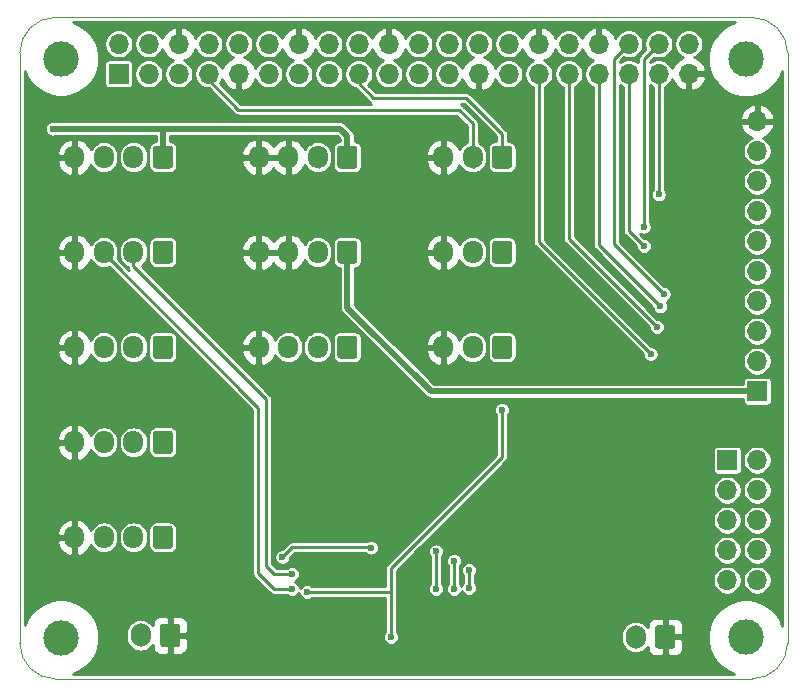
<source format=gbr>
%TF.GenerationSoftware,KiCad,Pcbnew,(5.1.7)-1*%
%TF.CreationDate,2022-01-16T10:28:54-05:00*%
%TF.ProjectId,reef-piHat,72656566-2d70-4694-9861-742e6b696361,rev?*%
%TF.SameCoordinates,Original*%
%TF.FileFunction,Copper,L2,Bot*%
%TF.FilePolarity,Positive*%
%FSLAX46Y46*%
G04 Gerber Fmt 4.6, Leading zero omitted, Abs format (unit mm)*
G04 Created by KiCad (PCBNEW (5.1.7)-1) date 2022-01-16 10:28:54*
%MOMM*%
%LPD*%
G01*
G04 APERTURE LIST*
%TA.AperFunction,Profile*%
%ADD10C,0.100000*%
%TD*%
%TA.AperFunction,ComponentPad*%
%ADD11R,1.700000X1.700000*%
%TD*%
%TA.AperFunction,ComponentPad*%
%ADD12O,1.700000X1.700000*%
%TD*%
%TA.AperFunction,ComponentPad*%
%ADD13O,1.700000X2.000000*%
%TD*%
%TA.AperFunction,ComponentPad*%
%ADD14O,1.700000X1.950000*%
%TD*%
%TA.AperFunction,WasherPad*%
%ADD15C,3.000000*%
%TD*%
%TA.AperFunction,ViaPad*%
%ADD16C,0.600000*%
%TD*%
%TA.AperFunction,Conductor*%
%ADD17C,0.250000*%
%TD*%
%TA.AperFunction,Conductor*%
%ADD18C,0.500000*%
%TD*%
%TA.AperFunction,Conductor*%
%ADD19C,0.254000*%
%TD*%
%TA.AperFunction,Conductor*%
%ADD20C,0.100000*%
%TD*%
G04 APERTURE END LIST*
D10*
X78546356Y-63817611D02*
X78546356Y-113817611D01*
X78546356Y-63817611D02*
G75*
G02*
X81546356Y-60817611I3000000J0D01*
G01*
X140546356Y-60817611D02*
X81546356Y-60817611D01*
X140546356Y-60817611D02*
G75*
G02*
X143546356Y-63817611I0J-3000000D01*
G01*
X143546356Y-113817611D02*
X143546356Y-63817611D01*
X81546356Y-116817611D02*
G75*
G02*
X78546356Y-113817611I0J3000000D01*
G01*
X81546356Y-116817611D02*
X140546356Y-116817611D01*
X143546351Y-113822847D02*
G75*
G02*
X140546356Y-116817611I-2999995J5236D01*
G01*
D11*
X138430000Y-98298000D03*
D12*
X140970000Y-98298000D03*
X138430000Y-100838000D03*
X140970000Y-100838000D03*
X138430000Y-103378000D03*
X140970000Y-103378000D03*
X138430000Y-105918000D03*
X140970000Y-105918000D03*
X138430000Y-108458000D03*
X140970000Y-108458000D03*
D13*
X130690000Y-113270000D03*
%TA.AperFunction,ComponentPad*%
G36*
G01*
X134040000Y-112519900D02*
X134040000Y-114020100D01*
G75*
G02*
X133790100Y-114270000I-249900J0D01*
G01*
X132589900Y-114270000D01*
G75*
G02*
X132340000Y-114020100I0J249900D01*
G01*
X132340000Y-112519900D01*
G75*
G02*
X132589900Y-112270000I249900J0D01*
G01*
X133790100Y-112270000D01*
G75*
G02*
X134040000Y-112519900I0J-249900D01*
G01*
G37*
%TD.AperFunction*%
X88770000Y-113140000D03*
%TA.AperFunction,ComponentPad*%
G36*
G01*
X92120000Y-112389900D02*
X92120000Y-113890100D01*
G75*
G02*
X91870100Y-114140000I-249900J0D01*
G01*
X90669900Y-114140000D01*
G75*
G02*
X90420000Y-113890100I0J249900D01*
G01*
X90420000Y-112389900D01*
G75*
G02*
X90669900Y-112140000I249900J0D01*
G01*
X91870100Y-112140000D01*
G75*
G02*
X92120000Y-112389900I0J-249900D01*
G01*
G37*
%TD.AperFunction*%
D14*
X114380000Y-80692625D03*
X116880000Y-80692625D03*
%TA.AperFunction,ComponentPad*%
G36*
G01*
X120230000Y-79967625D02*
X120230000Y-81417625D01*
G75*
G02*
X119980000Y-81667625I-250000J0D01*
G01*
X118780000Y-81667625D01*
G75*
G02*
X118530000Y-81417625I0J250000D01*
G01*
X118530000Y-79967625D01*
G75*
G02*
X118780000Y-79717625I250000J0D01*
G01*
X119980000Y-79717625D01*
G75*
G02*
X120230000Y-79967625I0J-250000D01*
G01*
G37*
%TD.AperFunction*%
%TA.AperFunction,ComponentPad*%
G36*
G01*
X91514183Y-104113500D02*
X91514183Y-105563500D01*
G75*
G02*
X91264183Y-105813500I-250000J0D01*
G01*
X90064183Y-105813500D01*
G75*
G02*
X89814183Y-105563500I0J250000D01*
G01*
X89814183Y-104113500D01*
G75*
G02*
X90064183Y-103863500I250000J0D01*
G01*
X91264183Y-103863500D01*
G75*
G02*
X91514183Y-104113500I0J-250000D01*
G01*
G37*
%TD.AperFunction*%
X88164183Y-104838500D03*
X85664183Y-104838500D03*
X83164183Y-104838500D03*
D11*
X86920000Y-65590000D03*
D12*
X86920000Y-63050000D03*
X89460000Y-65590000D03*
X89460000Y-63050000D03*
X92000000Y-65590000D03*
X92000000Y-63050000D03*
X94540000Y-65590000D03*
X94540000Y-63050000D03*
X97080000Y-65590000D03*
X97080000Y-63050000D03*
X99620000Y-65590000D03*
X99620000Y-63050000D03*
X102160000Y-65590000D03*
X102160000Y-63050000D03*
X104700000Y-65590000D03*
X104700000Y-63050000D03*
X107240000Y-65590000D03*
X107240000Y-63050000D03*
X109780000Y-65590000D03*
X109780000Y-63050000D03*
X112320000Y-65590000D03*
X112320000Y-63050000D03*
X114860000Y-65590000D03*
X114860000Y-63050000D03*
X117400000Y-65590000D03*
X117400000Y-63050000D03*
X119940000Y-65590000D03*
X119940000Y-63050000D03*
X122480000Y-65590000D03*
X122480000Y-63050000D03*
X125020000Y-65590000D03*
X125020000Y-63050000D03*
X127560000Y-65590000D03*
X127560000Y-63050000D03*
X130100000Y-65590000D03*
X130100000Y-63050000D03*
X132640000Y-65590000D03*
X132640000Y-63050000D03*
X135180000Y-65590000D03*
X135180000Y-63050000D03*
D15*
X82040000Y-64310000D03*
X140040000Y-64330000D03*
X82040000Y-113320000D03*
X140030000Y-113310000D03*
D14*
X98772091Y-88741250D03*
X101272091Y-88741250D03*
X103772091Y-88741250D03*
%TA.AperFunction,ComponentPad*%
G36*
G01*
X107122091Y-88016250D02*
X107122091Y-89466250D01*
G75*
G02*
X106872091Y-89716250I-250000J0D01*
G01*
X105672091Y-89716250D01*
G75*
G02*
X105422091Y-89466250I0J250000D01*
G01*
X105422091Y-88016250D01*
G75*
G02*
X105672091Y-87766250I250000J0D01*
G01*
X106872091Y-87766250D01*
G75*
G02*
X107122091Y-88016250I0J-250000D01*
G01*
G37*
%TD.AperFunction*%
%TA.AperFunction,ComponentPad*%
G36*
G01*
X91514183Y-96064875D02*
X91514183Y-97514875D01*
G75*
G02*
X91264183Y-97764875I-250000J0D01*
G01*
X90064183Y-97764875D01*
G75*
G02*
X89814183Y-97514875I0J250000D01*
G01*
X89814183Y-96064875D01*
G75*
G02*
X90064183Y-95814875I250000J0D01*
G01*
X91264183Y-95814875D01*
G75*
G02*
X91514183Y-96064875I0J-250000D01*
G01*
G37*
%TD.AperFunction*%
X88164183Y-96789875D03*
X85664183Y-96789875D03*
X83164183Y-96789875D03*
%TA.AperFunction,ComponentPad*%
G36*
G01*
X107122091Y-71919000D02*
X107122091Y-73369000D01*
G75*
G02*
X106872091Y-73619000I-250000J0D01*
G01*
X105672091Y-73619000D01*
G75*
G02*
X105422091Y-73369000I0J250000D01*
G01*
X105422091Y-71919000D01*
G75*
G02*
X105672091Y-71669000I250000J0D01*
G01*
X106872091Y-71669000D01*
G75*
G02*
X107122091Y-71919000I0J-250000D01*
G01*
G37*
%TD.AperFunction*%
X103772091Y-72644000D03*
X101272091Y-72644000D03*
X98772091Y-72644000D03*
X98772091Y-80692625D03*
X101272091Y-80692625D03*
X103772091Y-80692625D03*
%TA.AperFunction,ComponentPad*%
G36*
G01*
X107122091Y-79967625D02*
X107122091Y-81417625D01*
G75*
G02*
X106872091Y-81667625I-250000J0D01*
G01*
X105672091Y-81667625D01*
G75*
G02*
X105422091Y-81417625I0J250000D01*
G01*
X105422091Y-79967625D01*
G75*
G02*
X105672091Y-79717625I250000J0D01*
G01*
X106872091Y-79717625D01*
G75*
G02*
X107122091Y-79967625I0J-250000D01*
G01*
G37*
%TD.AperFunction*%
%TA.AperFunction,ComponentPad*%
G36*
G01*
X91514183Y-71919000D02*
X91514183Y-73369000D01*
G75*
G02*
X91264183Y-73619000I-250000J0D01*
G01*
X90064183Y-73619000D01*
G75*
G02*
X89814183Y-73369000I0J250000D01*
G01*
X89814183Y-71919000D01*
G75*
G02*
X90064183Y-71669000I250000J0D01*
G01*
X91264183Y-71669000D01*
G75*
G02*
X91514183Y-71919000I0J-250000D01*
G01*
G37*
%TD.AperFunction*%
X88164183Y-72644000D03*
X85664183Y-72644000D03*
X83164183Y-72644000D03*
X83164183Y-80692625D03*
X85664183Y-80692625D03*
X88164183Y-80692625D03*
%TA.AperFunction,ComponentPad*%
G36*
G01*
X91514183Y-79967625D02*
X91514183Y-81417625D01*
G75*
G02*
X91264183Y-81667625I-250000J0D01*
G01*
X90064183Y-81667625D01*
G75*
G02*
X89814183Y-81417625I0J250000D01*
G01*
X89814183Y-79967625D01*
G75*
G02*
X90064183Y-79717625I250000J0D01*
G01*
X91264183Y-79717625D01*
G75*
G02*
X91514183Y-79967625I0J-250000D01*
G01*
G37*
%TD.AperFunction*%
%TA.AperFunction,ComponentPad*%
G36*
G01*
X120230000Y-71919000D02*
X120230000Y-73369000D01*
G75*
G02*
X119980000Y-73619000I-250000J0D01*
G01*
X118780000Y-73619000D01*
G75*
G02*
X118530000Y-73369000I0J250000D01*
G01*
X118530000Y-71919000D01*
G75*
G02*
X118780000Y-71669000I250000J0D01*
G01*
X119980000Y-71669000D01*
G75*
G02*
X120230000Y-71919000I0J-250000D01*
G01*
G37*
%TD.AperFunction*%
X116880000Y-72644000D03*
X114380000Y-72644000D03*
%TA.AperFunction,ComponentPad*%
G36*
G01*
X120230000Y-88016250D02*
X120230000Y-89466250D01*
G75*
G02*
X119980000Y-89716250I-250000J0D01*
G01*
X118780000Y-89716250D01*
G75*
G02*
X118530000Y-89466250I0J250000D01*
G01*
X118530000Y-88016250D01*
G75*
G02*
X118780000Y-87766250I250000J0D01*
G01*
X119980000Y-87766250D01*
G75*
G02*
X120230000Y-88016250I0J-250000D01*
G01*
G37*
%TD.AperFunction*%
X116880000Y-88741250D03*
X114380000Y-88741250D03*
D11*
X140970000Y-92456000D03*
D12*
X140970000Y-89916000D03*
X140970000Y-87376000D03*
X140970000Y-84836000D03*
X140970000Y-82296000D03*
X140970000Y-79756000D03*
X140970000Y-77216000D03*
X140970000Y-74676000D03*
X140970000Y-72136000D03*
X140970000Y-69596000D03*
%TA.AperFunction,ComponentPad*%
G36*
G01*
X91514183Y-88016250D02*
X91514183Y-89466250D01*
G75*
G02*
X91264183Y-89716250I-250000J0D01*
G01*
X90064183Y-89716250D01*
G75*
G02*
X89814183Y-89466250I0J250000D01*
G01*
X89814183Y-88016250D01*
G75*
G02*
X90064183Y-87766250I250000J0D01*
G01*
X91264183Y-87766250D01*
G75*
G02*
X91514183Y-88016250I0J-250000D01*
G01*
G37*
%TD.AperFunction*%
D14*
X88164183Y-88741250D03*
X85664183Y-88741250D03*
X83164183Y-88741250D03*
D16*
X102108000Y-106426000D03*
X119380000Y-94030800D03*
X109982000Y-113284000D03*
X102870000Y-109474000D03*
X101600000Y-109220000D03*
X101600000Y-107950000D03*
X133070000Y-84240000D03*
X131380000Y-80160000D03*
X131370000Y-78541078D03*
X132640000Y-75810000D03*
X131950000Y-89300000D03*
X132480000Y-87020000D03*
X132770000Y-85290000D03*
X81330800Y-70231000D03*
X116586000Y-107613400D03*
X116586000Y-109143800D03*
X115316000Y-109220000D03*
X115316000Y-106813400D03*
X113792000Y-109220000D03*
X113792000Y-106013400D03*
X108280200Y-105714800D03*
X100781000Y-106508400D03*
D17*
X118731000Y-72820500D02*
X119380000Y-73469500D01*
X107240000Y-65590000D02*
X107240000Y-66410000D01*
X107240000Y-66410000D02*
X108470000Y-67640000D01*
X119380000Y-94030800D02*
X119380000Y-98044000D01*
X119380000Y-98044000D02*
X109982000Y-107442000D01*
X109982000Y-109474000D02*
X102870000Y-109474000D01*
X109982000Y-109474000D02*
X109982000Y-113284000D01*
X109982000Y-107442000D02*
X109982000Y-109474000D01*
X119380000Y-70688000D02*
X116332000Y-67640000D01*
X119380000Y-72644000D02*
X119380000Y-70688000D01*
X108470000Y-67640000D02*
X116332000Y-67640000D01*
X100330000Y-109220000D02*
X101600000Y-109220000D01*
X100076000Y-109220000D02*
X100330000Y-109220000D01*
X98729800Y-107873800D02*
X100076000Y-109220000D01*
X98729800Y-93853000D02*
X98729800Y-107873800D01*
X85664183Y-80692625D02*
X85664183Y-80787383D01*
X85664183Y-80787383D02*
X98729800Y-93853000D01*
X99415600Y-93116400D02*
X88164183Y-81864983D01*
X99415600Y-107289600D02*
X99415600Y-93116400D01*
X101600000Y-107950000D02*
X100076000Y-107950000D01*
X100076000Y-107950000D02*
X99415600Y-107289600D01*
X88164183Y-81864983D02*
X88164183Y-80692625D01*
X116981000Y-73368500D02*
X116880000Y-73469500D01*
X94540000Y-65590000D02*
X94540000Y-66110000D01*
X94540000Y-66110000D02*
X97050000Y-68620000D01*
X97050000Y-68620000D02*
X115710000Y-68620000D01*
X116880000Y-69790000D02*
X115710000Y-68620000D01*
X116880000Y-72644000D02*
X116880000Y-69790000D01*
X99620000Y-63050000D02*
X99620000Y-63143200D01*
X128830000Y-80000000D02*
X133070000Y-84240000D01*
X128830000Y-64320000D02*
X128830000Y-80000000D01*
X130100000Y-63050000D02*
X128830000Y-64320000D01*
X130100000Y-78880000D02*
X131380000Y-80160000D01*
X130100000Y-65590000D02*
X130100000Y-78880000D01*
X132640000Y-63050000D02*
X132640000Y-63100000D01*
X132640000Y-63100000D02*
X131370000Y-64370000D01*
X131370000Y-64370000D02*
X131370000Y-78541078D01*
X132640000Y-65590000D02*
X132640000Y-75810000D01*
X122480000Y-79830000D02*
X131950000Y-89300000D01*
X122480000Y-65590000D02*
X122480000Y-79830000D01*
X125020000Y-79560000D02*
X132480000Y-87020000D01*
X125020000Y-65590000D02*
X125020000Y-79560000D01*
X127560000Y-80080000D02*
X132770000Y-85290000D01*
X127560000Y-65590000D02*
X127560000Y-80080000D01*
D18*
X140970000Y-92456000D02*
X113334800Y-92456000D01*
X113334800Y-92456000D02*
X107111800Y-86233000D01*
X90678000Y-70231000D02*
X81330800Y-70231000D01*
X105664000Y-70231000D02*
X90678000Y-70231000D01*
X106272091Y-72644000D02*
X106272091Y-70839091D01*
X106272091Y-70839091D02*
X105664000Y-70231000D01*
X106272091Y-85393291D02*
X107111800Y-86233000D01*
X106272091Y-80692625D02*
X106272091Y-85393291D01*
X90664183Y-70244817D02*
X90678000Y-70231000D01*
X90664183Y-72644000D02*
X90664183Y-70244817D01*
D17*
X103835200Y-73442200D02*
X103862500Y-73469500D01*
X103935500Y-81397500D02*
X103926000Y-81407000D01*
X116586000Y-107613400D02*
X116586000Y-109143800D01*
X115316000Y-109220000D02*
X115316000Y-106813400D01*
X113792000Y-109220000D02*
X113792000Y-106013400D01*
X101625400Y-105664000D02*
X108229400Y-105664000D01*
X108229400Y-105664000D02*
X108280200Y-105714800D01*
X100781000Y-106508400D02*
X101625400Y-105664000D01*
D19*
X138511442Y-61470270D02*
X137982907Y-61823425D01*
X137533425Y-62272907D01*
X137180270Y-62801442D01*
X136937012Y-63388719D01*
X136813000Y-64012168D01*
X136813000Y-64647832D01*
X136937012Y-65271281D01*
X137180270Y-65858558D01*
X137533425Y-66387093D01*
X137982907Y-66836575D01*
X138511442Y-67189730D01*
X139098719Y-67432988D01*
X139722168Y-67557000D01*
X140357832Y-67557000D01*
X140981281Y-67432988D01*
X141568558Y-67189730D01*
X142097093Y-66836575D01*
X142546575Y-66387093D01*
X142899730Y-65858558D01*
X143119357Y-65328331D01*
X143119356Y-112335808D01*
X142889730Y-111781442D01*
X142536575Y-111252907D01*
X142087093Y-110803425D01*
X141558558Y-110450270D01*
X140971281Y-110207012D01*
X140347832Y-110083000D01*
X139712168Y-110083000D01*
X139088719Y-110207012D01*
X138501442Y-110450270D01*
X137972907Y-110803425D01*
X137523425Y-111252907D01*
X137170270Y-111781442D01*
X136927012Y-112368719D01*
X136803000Y-112992168D01*
X136803000Y-113627832D01*
X136927012Y-114251281D01*
X137170270Y-114838558D01*
X137523425Y-115367093D01*
X137972907Y-115816575D01*
X138501442Y-116169730D01*
X139034696Y-116390611D01*
X83059446Y-116390611D01*
X83568558Y-116179730D01*
X84097093Y-115826575D01*
X84546575Y-115377093D01*
X84899730Y-114848558D01*
X85142988Y-114261281D01*
X85267000Y-113637832D01*
X85267000Y-113002168D01*
X85252592Y-112929732D01*
X87543000Y-112929732D01*
X87543000Y-113350267D01*
X87560755Y-113530533D01*
X87630916Y-113761823D01*
X87744851Y-113974982D01*
X87898183Y-114161817D01*
X88085017Y-114315149D01*
X88298176Y-114429084D01*
X88529466Y-114499245D01*
X88770000Y-114522936D01*
X89010533Y-114499245D01*
X89241823Y-114429084D01*
X89454982Y-114315149D01*
X89641817Y-114161817D01*
X89780555Y-113992766D01*
X89779918Y-114140000D01*
X89792217Y-114264874D01*
X89828641Y-114384949D01*
X89887791Y-114495611D01*
X89967394Y-114592606D01*
X90064389Y-114672209D01*
X90175051Y-114731359D01*
X90295126Y-114767783D01*
X90420000Y-114780082D01*
X90982750Y-114777000D01*
X91142000Y-114617750D01*
X91142000Y-113268000D01*
X91398000Y-113268000D01*
X91398000Y-114617750D01*
X91557250Y-114777000D01*
X92120000Y-114780082D01*
X92244874Y-114767783D01*
X92364949Y-114731359D01*
X92475611Y-114672209D01*
X92572606Y-114592606D01*
X92652209Y-114495611D01*
X92711359Y-114384949D01*
X92747783Y-114264874D01*
X92760082Y-114140000D01*
X92757000Y-113427250D01*
X92597750Y-113268000D01*
X91398000Y-113268000D01*
X91142000Y-113268000D01*
X91122000Y-113268000D01*
X91122000Y-113012000D01*
X91142000Y-113012000D01*
X91142000Y-111662250D01*
X91398000Y-111662250D01*
X91398000Y-113012000D01*
X92597750Y-113012000D01*
X92757000Y-112852750D01*
X92760082Y-112140000D01*
X92747783Y-112015126D01*
X92711359Y-111895051D01*
X92652209Y-111784389D01*
X92572606Y-111687394D01*
X92475611Y-111607791D01*
X92364949Y-111548641D01*
X92244874Y-111512217D01*
X92120000Y-111499918D01*
X91557250Y-111503000D01*
X91398000Y-111662250D01*
X91142000Y-111662250D01*
X90982750Y-111503000D01*
X90420000Y-111499918D01*
X90295126Y-111512217D01*
X90175051Y-111548641D01*
X90064389Y-111607791D01*
X89967394Y-111687394D01*
X89887791Y-111784389D01*
X89828641Y-111895051D01*
X89792217Y-112015126D01*
X89779918Y-112140000D01*
X89780555Y-112287235D01*
X89641817Y-112118183D01*
X89454983Y-111964851D01*
X89241824Y-111850916D01*
X89010534Y-111780755D01*
X88770000Y-111757064D01*
X88529467Y-111780755D01*
X88298177Y-111850916D01*
X88085018Y-111964851D01*
X87898184Y-112118183D01*
X87744852Y-112305017D01*
X87630916Y-112518176D01*
X87560755Y-112749466D01*
X87543000Y-112929732D01*
X85252592Y-112929732D01*
X85142988Y-112378719D01*
X84899730Y-111791442D01*
X84546575Y-111262907D01*
X84097093Y-110813425D01*
X83568558Y-110460270D01*
X82981281Y-110217012D01*
X82357832Y-110093000D01*
X81722168Y-110093000D01*
X81098719Y-110217012D01*
X80511442Y-110460270D01*
X79982907Y-110813425D01*
X79533425Y-111262907D01*
X79180270Y-111791442D01*
X78973356Y-112290977D01*
X78973356Y-105199061D01*
X81696087Y-105199061D01*
X81770252Y-105480946D01*
X81897985Y-105742946D01*
X82074377Y-105974992D01*
X82292650Y-106168167D01*
X82544415Y-106315047D01*
X82806004Y-106406718D01*
X83036183Y-106285066D01*
X83036183Y-104966500D01*
X81836562Y-104966500D01*
X81696087Y-105199061D01*
X78973356Y-105199061D01*
X78973356Y-104477939D01*
X81696087Y-104477939D01*
X81836562Y-104710500D01*
X83036183Y-104710500D01*
X83036183Y-103391934D01*
X83292183Y-103391934D01*
X83292183Y-104710500D01*
X83312183Y-104710500D01*
X83312183Y-104966500D01*
X83292183Y-104966500D01*
X83292183Y-106285066D01*
X83522362Y-106406718D01*
X83783951Y-106315047D01*
X84035716Y-106168167D01*
X84253989Y-105974992D01*
X84430381Y-105742946D01*
X84553998Y-105489389D01*
X84639034Y-105648482D01*
X84792366Y-105835317D01*
X84979200Y-105988649D01*
X85192359Y-106102584D01*
X85423649Y-106172745D01*
X85664183Y-106196436D01*
X85904716Y-106172745D01*
X86136006Y-106102584D01*
X86349165Y-105988649D01*
X86536000Y-105835317D01*
X86689332Y-105648483D01*
X86803267Y-105435324D01*
X86873428Y-105204034D01*
X86891183Y-105023768D01*
X86891183Y-104653233D01*
X86891183Y-104653232D01*
X86937183Y-104653232D01*
X86937183Y-105023767D01*
X86954938Y-105204033D01*
X87025099Y-105435323D01*
X87139034Y-105648482D01*
X87292366Y-105835317D01*
X87479200Y-105988649D01*
X87692359Y-106102584D01*
X87923649Y-106172745D01*
X88164183Y-106196436D01*
X88404716Y-106172745D01*
X88636006Y-106102584D01*
X88849165Y-105988649D01*
X89036000Y-105835317D01*
X89189332Y-105648483D01*
X89303267Y-105435324D01*
X89373428Y-105204034D01*
X89391183Y-105023768D01*
X89391183Y-104653233D01*
X89373428Y-104472967D01*
X89303267Y-104241677D01*
X89234756Y-104113500D01*
X89435359Y-104113500D01*
X89435359Y-105563500D01*
X89447442Y-105686177D01*
X89483225Y-105804141D01*
X89541335Y-105912856D01*
X89619537Y-106008146D01*
X89714827Y-106086348D01*
X89823542Y-106144458D01*
X89941506Y-106180241D01*
X90064183Y-106192324D01*
X91264183Y-106192324D01*
X91386860Y-106180241D01*
X91504824Y-106144458D01*
X91613539Y-106086348D01*
X91708829Y-106008146D01*
X91787031Y-105912856D01*
X91845141Y-105804141D01*
X91880924Y-105686177D01*
X91893007Y-105563500D01*
X91893007Y-104113500D01*
X91880924Y-103990823D01*
X91845141Y-103872859D01*
X91787031Y-103764144D01*
X91708829Y-103668854D01*
X91613539Y-103590652D01*
X91504824Y-103532542D01*
X91386860Y-103496759D01*
X91264183Y-103484676D01*
X90064183Y-103484676D01*
X89941506Y-103496759D01*
X89823542Y-103532542D01*
X89714827Y-103590652D01*
X89619537Y-103668854D01*
X89541335Y-103764144D01*
X89483225Y-103872859D01*
X89447442Y-103990823D01*
X89435359Y-104113500D01*
X89234756Y-104113500D01*
X89189332Y-104028518D01*
X89036000Y-103841683D01*
X88849166Y-103688351D01*
X88636007Y-103574416D01*
X88404717Y-103504255D01*
X88164183Y-103480564D01*
X87923650Y-103504255D01*
X87692360Y-103574416D01*
X87479201Y-103688351D01*
X87292367Y-103841683D01*
X87139034Y-104028517D01*
X87025099Y-104241676D01*
X86954938Y-104472966D01*
X86937183Y-104653232D01*
X86891183Y-104653232D01*
X86873428Y-104472967D01*
X86803267Y-104241677D01*
X86689332Y-104028518D01*
X86536000Y-103841683D01*
X86349166Y-103688351D01*
X86136007Y-103574416D01*
X85904717Y-103504255D01*
X85664183Y-103480564D01*
X85423650Y-103504255D01*
X85192360Y-103574416D01*
X84979201Y-103688351D01*
X84792367Y-103841683D01*
X84639034Y-104028517D01*
X84553997Y-104187610D01*
X84430381Y-103934054D01*
X84253989Y-103702008D01*
X84035716Y-103508833D01*
X83783951Y-103361953D01*
X83522362Y-103270282D01*
X83292183Y-103391934D01*
X83036183Y-103391934D01*
X82806004Y-103270282D01*
X82544415Y-103361953D01*
X82292650Y-103508833D01*
X82074377Y-103702008D01*
X81897985Y-103934054D01*
X81770252Y-104196054D01*
X81696087Y-104477939D01*
X78973356Y-104477939D01*
X78973356Y-97150436D01*
X81696087Y-97150436D01*
X81770252Y-97432321D01*
X81897985Y-97694321D01*
X82074377Y-97926367D01*
X82292650Y-98119542D01*
X82544415Y-98266422D01*
X82806004Y-98358093D01*
X83036183Y-98236441D01*
X83036183Y-96917875D01*
X81836562Y-96917875D01*
X81696087Y-97150436D01*
X78973356Y-97150436D01*
X78973356Y-96429314D01*
X81696087Y-96429314D01*
X81836562Y-96661875D01*
X83036183Y-96661875D01*
X83036183Y-95343309D01*
X83292183Y-95343309D01*
X83292183Y-96661875D01*
X83312183Y-96661875D01*
X83312183Y-96917875D01*
X83292183Y-96917875D01*
X83292183Y-98236441D01*
X83522362Y-98358093D01*
X83783951Y-98266422D01*
X84035716Y-98119542D01*
X84253989Y-97926367D01*
X84430381Y-97694321D01*
X84553998Y-97440764D01*
X84639034Y-97599857D01*
X84792366Y-97786692D01*
X84979200Y-97940024D01*
X85192359Y-98053959D01*
X85423649Y-98124120D01*
X85664183Y-98147811D01*
X85904716Y-98124120D01*
X86136006Y-98053959D01*
X86349165Y-97940024D01*
X86536000Y-97786692D01*
X86689332Y-97599858D01*
X86803267Y-97386699D01*
X86873428Y-97155409D01*
X86891183Y-96975143D01*
X86891183Y-96604608D01*
X86891183Y-96604607D01*
X86937183Y-96604607D01*
X86937183Y-96975142D01*
X86954938Y-97155408D01*
X87025099Y-97386698D01*
X87139034Y-97599857D01*
X87292366Y-97786692D01*
X87479200Y-97940024D01*
X87692359Y-98053959D01*
X87923649Y-98124120D01*
X88164183Y-98147811D01*
X88404716Y-98124120D01*
X88636006Y-98053959D01*
X88849165Y-97940024D01*
X89036000Y-97786692D01*
X89189332Y-97599858D01*
X89303267Y-97386699D01*
X89373428Y-97155409D01*
X89391183Y-96975143D01*
X89391183Y-96604608D01*
X89373428Y-96424342D01*
X89303267Y-96193052D01*
X89234756Y-96064875D01*
X89435359Y-96064875D01*
X89435359Y-97514875D01*
X89447442Y-97637552D01*
X89483225Y-97755516D01*
X89541335Y-97864231D01*
X89619537Y-97959521D01*
X89714827Y-98037723D01*
X89823542Y-98095833D01*
X89941506Y-98131616D01*
X90064183Y-98143699D01*
X91264183Y-98143699D01*
X91386860Y-98131616D01*
X91504824Y-98095833D01*
X91613539Y-98037723D01*
X91708829Y-97959521D01*
X91787031Y-97864231D01*
X91845141Y-97755516D01*
X91880924Y-97637552D01*
X91893007Y-97514875D01*
X91893007Y-96064875D01*
X91880924Y-95942198D01*
X91845141Y-95824234D01*
X91787031Y-95715519D01*
X91708829Y-95620229D01*
X91613539Y-95542027D01*
X91504824Y-95483917D01*
X91386860Y-95448134D01*
X91264183Y-95436051D01*
X90064183Y-95436051D01*
X89941506Y-95448134D01*
X89823542Y-95483917D01*
X89714827Y-95542027D01*
X89619537Y-95620229D01*
X89541335Y-95715519D01*
X89483225Y-95824234D01*
X89447442Y-95942198D01*
X89435359Y-96064875D01*
X89234756Y-96064875D01*
X89189332Y-95979893D01*
X89036000Y-95793058D01*
X88849166Y-95639726D01*
X88636007Y-95525791D01*
X88404717Y-95455630D01*
X88164183Y-95431939D01*
X87923650Y-95455630D01*
X87692360Y-95525791D01*
X87479201Y-95639726D01*
X87292367Y-95793058D01*
X87139034Y-95979892D01*
X87025099Y-96193051D01*
X86954938Y-96424341D01*
X86937183Y-96604607D01*
X86891183Y-96604607D01*
X86873428Y-96424342D01*
X86803267Y-96193052D01*
X86689332Y-95979893D01*
X86536000Y-95793058D01*
X86349166Y-95639726D01*
X86136007Y-95525791D01*
X85904717Y-95455630D01*
X85664183Y-95431939D01*
X85423650Y-95455630D01*
X85192360Y-95525791D01*
X84979201Y-95639726D01*
X84792367Y-95793058D01*
X84639034Y-95979892D01*
X84553997Y-96138985D01*
X84430381Y-95885429D01*
X84253989Y-95653383D01*
X84035716Y-95460208D01*
X83783951Y-95313328D01*
X83522362Y-95221657D01*
X83292183Y-95343309D01*
X83036183Y-95343309D01*
X82806004Y-95221657D01*
X82544415Y-95313328D01*
X82292650Y-95460208D01*
X82074377Y-95653383D01*
X81897985Y-95885429D01*
X81770252Y-96147429D01*
X81696087Y-96429314D01*
X78973356Y-96429314D01*
X78973356Y-89101811D01*
X81696087Y-89101811D01*
X81770252Y-89383696D01*
X81897985Y-89645696D01*
X82074377Y-89877742D01*
X82292650Y-90070917D01*
X82544415Y-90217797D01*
X82806004Y-90309468D01*
X83036183Y-90187816D01*
X83036183Y-88869250D01*
X81836562Y-88869250D01*
X81696087Y-89101811D01*
X78973356Y-89101811D01*
X78973356Y-88380689D01*
X81696087Y-88380689D01*
X81836562Y-88613250D01*
X83036183Y-88613250D01*
X83036183Y-87294684D01*
X83292183Y-87294684D01*
X83292183Y-88613250D01*
X83312183Y-88613250D01*
X83312183Y-88869250D01*
X83292183Y-88869250D01*
X83292183Y-90187816D01*
X83522362Y-90309468D01*
X83783951Y-90217797D01*
X84035716Y-90070917D01*
X84253989Y-89877742D01*
X84430381Y-89645696D01*
X84553998Y-89392139D01*
X84639034Y-89551232D01*
X84792366Y-89738067D01*
X84979200Y-89891399D01*
X85192359Y-90005334D01*
X85423649Y-90075495D01*
X85664183Y-90099186D01*
X85904716Y-90075495D01*
X86136006Y-90005334D01*
X86349165Y-89891399D01*
X86536000Y-89738067D01*
X86689332Y-89551233D01*
X86803267Y-89338074D01*
X86873428Y-89106784D01*
X86891183Y-88926518D01*
X86891183Y-88555983D01*
X86891183Y-88555982D01*
X86937183Y-88555982D01*
X86937183Y-88926517D01*
X86954938Y-89106783D01*
X87025099Y-89338073D01*
X87139034Y-89551232D01*
X87292366Y-89738067D01*
X87479200Y-89891399D01*
X87692359Y-90005334D01*
X87923649Y-90075495D01*
X88164183Y-90099186D01*
X88404716Y-90075495D01*
X88636006Y-90005334D01*
X88849165Y-89891399D01*
X89036000Y-89738067D01*
X89189332Y-89551233D01*
X89303267Y-89338074D01*
X89373428Y-89106784D01*
X89391183Y-88926518D01*
X89391183Y-88555983D01*
X89373428Y-88375717D01*
X89303267Y-88144427D01*
X89234756Y-88016250D01*
X89435359Y-88016250D01*
X89435359Y-89466250D01*
X89447442Y-89588927D01*
X89483225Y-89706891D01*
X89541335Y-89815606D01*
X89619537Y-89910896D01*
X89714827Y-89989098D01*
X89823542Y-90047208D01*
X89941506Y-90082991D01*
X90064183Y-90095074D01*
X91264183Y-90095074D01*
X91386860Y-90082991D01*
X91504824Y-90047208D01*
X91613539Y-89989098D01*
X91708829Y-89910896D01*
X91787031Y-89815606D01*
X91845141Y-89706891D01*
X91880924Y-89588927D01*
X91893007Y-89466250D01*
X91893007Y-88016250D01*
X91880924Y-87893573D01*
X91845141Y-87775609D01*
X91787031Y-87666894D01*
X91708829Y-87571604D01*
X91613539Y-87493402D01*
X91504824Y-87435292D01*
X91386860Y-87399509D01*
X91264183Y-87387426D01*
X90064183Y-87387426D01*
X89941506Y-87399509D01*
X89823542Y-87435292D01*
X89714827Y-87493402D01*
X89619537Y-87571604D01*
X89541335Y-87666894D01*
X89483225Y-87775609D01*
X89447442Y-87893573D01*
X89435359Y-88016250D01*
X89234756Y-88016250D01*
X89189332Y-87931268D01*
X89036000Y-87744433D01*
X88849166Y-87591101D01*
X88636007Y-87477166D01*
X88404717Y-87407005D01*
X88164183Y-87383314D01*
X87923650Y-87407005D01*
X87692360Y-87477166D01*
X87479201Y-87591101D01*
X87292367Y-87744433D01*
X87139034Y-87931267D01*
X87025099Y-88144426D01*
X86954938Y-88375716D01*
X86937183Y-88555982D01*
X86891183Y-88555982D01*
X86873428Y-88375717D01*
X86803267Y-88144427D01*
X86689332Y-87931268D01*
X86536000Y-87744433D01*
X86349166Y-87591101D01*
X86136007Y-87477166D01*
X85904717Y-87407005D01*
X85664183Y-87383314D01*
X85423650Y-87407005D01*
X85192360Y-87477166D01*
X84979201Y-87591101D01*
X84792367Y-87744433D01*
X84639034Y-87931267D01*
X84553997Y-88090360D01*
X84430381Y-87836804D01*
X84253989Y-87604758D01*
X84035716Y-87411583D01*
X83783951Y-87264703D01*
X83522362Y-87173032D01*
X83292183Y-87294684D01*
X83036183Y-87294684D01*
X82806004Y-87173032D01*
X82544415Y-87264703D01*
X82292650Y-87411583D01*
X82074377Y-87604758D01*
X81897985Y-87836804D01*
X81770252Y-88098804D01*
X81696087Y-88380689D01*
X78973356Y-88380689D01*
X78973356Y-81053186D01*
X81696087Y-81053186D01*
X81770252Y-81335071D01*
X81897985Y-81597071D01*
X82074377Y-81829117D01*
X82292650Y-82022292D01*
X82544415Y-82169172D01*
X82806004Y-82260843D01*
X83036183Y-82139191D01*
X83036183Y-80820625D01*
X81836562Y-80820625D01*
X81696087Y-81053186D01*
X78973356Y-81053186D01*
X78973356Y-80332064D01*
X81696087Y-80332064D01*
X81836562Y-80564625D01*
X83036183Y-80564625D01*
X83036183Y-79246059D01*
X83292183Y-79246059D01*
X83292183Y-80564625D01*
X83312183Y-80564625D01*
X83312183Y-80820625D01*
X83292183Y-80820625D01*
X83292183Y-82139191D01*
X83522362Y-82260843D01*
X83783951Y-82169172D01*
X84035716Y-82022292D01*
X84253989Y-81829117D01*
X84430381Y-81597071D01*
X84553998Y-81343514D01*
X84639034Y-81502607D01*
X84792366Y-81689442D01*
X84979200Y-81842774D01*
X85192359Y-81956709D01*
X85423649Y-82026870D01*
X85664183Y-82050561D01*
X85904716Y-82026870D01*
X86126468Y-81959602D01*
X98227800Y-94060936D01*
X98227801Y-107849147D01*
X98225373Y-107873800D01*
X98235065Y-107972209D01*
X98263770Y-108066836D01*
X98310384Y-108154045D01*
X98357401Y-108211335D01*
X98357404Y-108211338D01*
X98373117Y-108230484D01*
X98392263Y-108246197D01*
X99703603Y-109557538D01*
X99719316Y-109576684D01*
X99795755Y-109639417D01*
X99882964Y-109686031D01*
X99977591Y-109714736D01*
X100051347Y-109722000D01*
X100051356Y-109722000D01*
X100075999Y-109724427D01*
X100100642Y-109722000D01*
X101144577Y-109722000D01*
X101168437Y-109745860D01*
X101279320Y-109819950D01*
X101402526Y-109870984D01*
X101533321Y-109897000D01*
X101666679Y-109897000D01*
X101797474Y-109870984D01*
X101920680Y-109819950D01*
X102031563Y-109745860D01*
X102125860Y-109651563D01*
X102194594Y-109548695D01*
X102219016Y-109671474D01*
X102270050Y-109794680D01*
X102344140Y-109905563D01*
X102438437Y-109999860D01*
X102549320Y-110073950D01*
X102672526Y-110124984D01*
X102803321Y-110151000D01*
X102936679Y-110151000D01*
X103067474Y-110124984D01*
X103190680Y-110073950D01*
X103301563Y-109999860D01*
X103325423Y-109976000D01*
X109480000Y-109976000D01*
X109480001Y-112828576D01*
X109456140Y-112852437D01*
X109382050Y-112963320D01*
X109331016Y-113086526D01*
X109305000Y-113217321D01*
X109305000Y-113350679D01*
X109331016Y-113481474D01*
X109382050Y-113604680D01*
X109456140Y-113715563D01*
X109550437Y-113809860D01*
X109661320Y-113883950D01*
X109784526Y-113934984D01*
X109915321Y-113961000D01*
X110048679Y-113961000D01*
X110179474Y-113934984D01*
X110302680Y-113883950D01*
X110413563Y-113809860D01*
X110507860Y-113715563D01*
X110581950Y-113604680D01*
X110632984Y-113481474D01*
X110659000Y-113350679D01*
X110659000Y-113217321D01*
X110632984Y-113086526D01*
X110621886Y-113059732D01*
X129463000Y-113059732D01*
X129463000Y-113480267D01*
X129480755Y-113660533D01*
X129550916Y-113891823D01*
X129664851Y-114104982D01*
X129818183Y-114291817D01*
X130005017Y-114445149D01*
X130218176Y-114559084D01*
X130449466Y-114629245D01*
X130690000Y-114652936D01*
X130930533Y-114629245D01*
X131161823Y-114559084D01*
X131374982Y-114445149D01*
X131561817Y-114291817D01*
X131700555Y-114122766D01*
X131699918Y-114270000D01*
X131712217Y-114394874D01*
X131748641Y-114514949D01*
X131807791Y-114625611D01*
X131887394Y-114722606D01*
X131984389Y-114802209D01*
X132095051Y-114861359D01*
X132215126Y-114897783D01*
X132340000Y-114910082D01*
X132902750Y-114907000D01*
X133062000Y-114747750D01*
X133062000Y-113398000D01*
X133318000Y-113398000D01*
X133318000Y-114747750D01*
X133477250Y-114907000D01*
X134040000Y-114910082D01*
X134164874Y-114897783D01*
X134284949Y-114861359D01*
X134395611Y-114802209D01*
X134492606Y-114722606D01*
X134572209Y-114625611D01*
X134631359Y-114514949D01*
X134667783Y-114394874D01*
X134680082Y-114270000D01*
X134677000Y-113557250D01*
X134517750Y-113398000D01*
X133318000Y-113398000D01*
X133062000Y-113398000D01*
X133042000Y-113398000D01*
X133042000Y-113142000D01*
X133062000Y-113142000D01*
X133062000Y-111792250D01*
X133318000Y-111792250D01*
X133318000Y-113142000D01*
X134517750Y-113142000D01*
X134677000Y-112982750D01*
X134680082Y-112270000D01*
X134667783Y-112145126D01*
X134631359Y-112025051D01*
X134572209Y-111914389D01*
X134492606Y-111817394D01*
X134395611Y-111737791D01*
X134284949Y-111678641D01*
X134164874Y-111642217D01*
X134040000Y-111629918D01*
X133477250Y-111633000D01*
X133318000Y-111792250D01*
X133062000Y-111792250D01*
X132902750Y-111633000D01*
X132340000Y-111629918D01*
X132215126Y-111642217D01*
X132095051Y-111678641D01*
X131984389Y-111737791D01*
X131887394Y-111817394D01*
X131807791Y-111914389D01*
X131748641Y-112025051D01*
X131712217Y-112145126D01*
X131699918Y-112270000D01*
X131700555Y-112417235D01*
X131561817Y-112248183D01*
X131374983Y-112094851D01*
X131161824Y-111980916D01*
X130930534Y-111910755D01*
X130690000Y-111887064D01*
X130449467Y-111910755D01*
X130218177Y-111980916D01*
X130005018Y-112094851D01*
X129818184Y-112248183D01*
X129664852Y-112435017D01*
X129550916Y-112648176D01*
X129480755Y-112879466D01*
X129463000Y-113059732D01*
X110621886Y-113059732D01*
X110581950Y-112963320D01*
X110507860Y-112852437D01*
X110484000Y-112828577D01*
X110484000Y-109498653D01*
X110486428Y-109474000D01*
X110484000Y-109449347D01*
X110484000Y-107649934D01*
X112187213Y-105946721D01*
X113115000Y-105946721D01*
X113115000Y-106080079D01*
X113141016Y-106210874D01*
X113192050Y-106334080D01*
X113266140Y-106444963D01*
X113290001Y-106468824D01*
X113290000Y-108764577D01*
X113266140Y-108788437D01*
X113192050Y-108899320D01*
X113141016Y-109022526D01*
X113115000Y-109153321D01*
X113115000Y-109286679D01*
X113141016Y-109417474D01*
X113192050Y-109540680D01*
X113266140Y-109651563D01*
X113360437Y-109745860D01*
X113471320Y-109819950D01*
X113594526Y-109870984D01*
X113725321Y-109897000D01*
X113858679Y-109897000D01*
X113989474Y-109870984D01*
X114112680Y-109819950D01*
X114223563Y-109745860D01*
X114317860Y-109651563D01*
X114391950Y-109540680D01*
X114442984Y-109417474D01*
X114469000Y-109286679D01*
X114469000Y-109153321D01*
X114442984Y-109022526D01*
X114391950Y-108899320D01*
X114317860Y-108788437D01*
X114294000Y-108764577D01*
X114294000Y-106746721D01*
X114639000Y-106746721D01*
X114639000Y-106880079D01*
X114665016Y-107010874D01*
X114716050Y-107134080D01*
X114790140Y-107244963D01*
X114814001Y-107268824D01*
X114814000Y-108764577D01*
X114790140Y-108788437D01*
X114716050Y-108899320D01*
X114665016Y-109022526D01*
X114639000Y-109153321D01*
X114639000Y-109286679D01*
X114665016Y-109417474D01*
X114716050Y-109540680D01*
X114790140Y-109651563D01*
X114884437Y-109745860D01*
X114995320Y-109819950D01*
X115118526Y-109870984D01*
X115249321Y-109897000D01*
X115382679Y-109897000D01*
X115513474Y-109870984D01*
X115636680Y-109819950D01*
X115747563Y-109745860D01*
X115841860Y-109651563D01*
X115915950Y-109540680D01*
X115966782Y-109417962D01*
X115986050Y-109464480D01*
X116060140Y-109575363D01*
X116154437Y-109669660D01*
X116265320Y-109743750D01*
X116388526Y-109794784D01*
X116519321Y-109820800D01*
X116652679Y-109820800D01*
X116783474Y-109794784D01*
X116906680Y-109743750D01*
X117017563Y-109669660D01*
X117111860Y-109575363D01*
X117185950Y-109464480D01*
X117236984Y-109341274D01*
X117263000Y-109210479D01*
X117263000Y-109077121D01*
X117236984Y-108946326D01*
X117185950Y-108823120D01*
X117111860Y-108712237D01*
X117088000Y-108688377D01*
X117088000Y-108337151D01*
X137203000Y-108337151D01*
X137203000Y-108578849D01*
X137250153Y-108815903D01*
X137342647Y-109039202D01*
X137476927Y-109240167D01*
X137647833Y-109411073D01*
X137848798Y-109545353D01*
X138072097Y-109637847D01*
X138309151Y-109685000D01*
X138550849Y-109685000D01*
X138787903Y-109637847D01*
X139011202Y-109545353D01*
X139212167Y-109411073D01*
X139383073Y-109240167D01*
X139517353Y-109039202D01*
X139609847Y-108815903D01*
X139657000Y-108578849D01*
X139657000Y-108337151D01*
X139743000Y-108337151D01*
X139743000Y-108578849D01*
X139790153Y-108815903D01*
X139882647Y-109039202D01*
X140016927Y-109240167D01*
X140187833Y-109411073D01*
X140388798Y-109545353D01*
X140612097Y-109637847D01*
X140849151Y-109685000D01*
X141090849Y-109685000D01*
X141327903Y-109637847D01*
X141551202Y-109545353D01*
X141752167Y-109411073D01*
X141923073Y-109240167D01*
X142057353Y-109039202D01*
X142149847Y-108815903D01*
X142197000Y-108578849D01*
X142197000Y-108337151D01*
X142149847Y-108100097D01*
X142057353Y-107876798D01*
X141923073Y-107675833D01*
X141752167Y-107504927D01*
X141551202Y-107370647D01*
X141327903Y-107278153D01*
X141090849Y-107231000D01*
X140849151Y-107231000D01*
X140612097Y-107278153D01*
X140388798Y-107370647D01*
X140187833Y-107504927D01*
X140016927Y-107675833D01*
X139882647Y-107876798D01*
X139790153Y-108100097D01*
X139743000Y-108337151D01*
X139657000Y-108337151D01*
X139609847Y-108100097D01*
X139517353Y-107876798D01*
X139383073Y-107675833D01*
X139212167Y-107504927D01*
X139011202Y-107370647D01*
X138787903Y-107278153D01*
X138550849Y-107231000D01*
X138309151Y-107231000D01*
X138072097Y-107278153D01*
X137848798Y-107370647D01*
X137647833Y-107504927D01*
X137476927Y-107675833D01*
X137342647Y-107876798D01*
X137250153Y-108100097D01*
X137203000Y-108337151D01*
X117088000Y-108337151D01*
X117088000Y-108068823D01*
X117111860Y-108044963D01*
X117185950Y-107934080D01*
X117236984Y-107810874D01*
X117263000Y-107680079D01*
X117263000Y-107546721D01*
X117236984Y-107415926D01*
X117185950Y-107292720D01*
X117111860Y-107181837D01*
X117017563Y-107087540D01*
X116906680Y-107013450D01*
X116783474Y-106962416D01*
X116652679Y-106936400D01*
X116519321Y-106936400D01*
X116388526Y-106962416D01*
X116265320Y-107013450D01*
X116154437Y-107087540D01*
X116060140Y-107181837D01*
X115986050Y-107292720D01*
X115935016Y-107415926D01*
X115909000Y-107546721D01*
X115909000Y-107680079D01*
X115935016Y-107810874D01*
X115986050Y-107934080D01*
X116060140Y-108044963D01*
X116084000Y-108068823D01*
X116084001Y-108688376D01*
X116060140Y-108712237D01*
X115986050Y-108823120D01*
X115935218Y-108945838D01*
X115915950Y-108899320D01*
X115841860Y-108788437D01*
X115818000Y-108764577D01*
X115818000Y-107268823D01*
X115841860Y-107244963D01*
X115915950Y-107134080D01*
X115966984Y-107010874D01*
X115993000Y-106880079D01*
X115993000Y-106746721D01*
X115966984Y-106615926D01*
X115915950Y-106492720D01*
X115841860Y-106381837D01*
X115747563Y-106287540D01*
X115636680Y-106213450D01*
X115513474Y-106162416D01*
X115382679Y-106136400D01*
X115249321Y-106136400D01*
X115118526Y-106162416D01*
X114995320Y-106213450D01*
X114884437Y-106287540D01*
X114790140Y-106381837D01*
X114716050Y-106492720D01*
X114665016Y-106615926D01*
X114639000Y-106746721D01*
X114294000Y-106746721D01*
X114294000Y-106468823D01*
X114317860Y-106444963D01*
X114391950Y-106334080D01*
X114442984Y-106210874D01*
X114469000Y-106080079D01*
X114469000Y-105946721D01*
X114442984Y-105815926D01*
X114435208Y-105797151D01*
X137203000Y-105797151D01*
X137203000Y-106038849D01*
X137250153Y-106275903D01*
X137342647Y-106499202D01*
X137476927Y-106700167D01*
X137647833Y-106871073D01*
X137848798Y-107005353D01*
X138072097Y-107097847D01*
X138309151Y-107145000D01*
X138550849Y-107145000D01*
X138787903Y-107097847D01*
X139011202Y-107005353D01*
X139212167Y-106871073D01*
X139383073Y-106700167D01*
X139517353Y-106499202D01*
X139609847Y-106275903D01*
X139657000Y-106038849D01*
X139657000Y-105797151D01*
X139743000Y-105797151D01*
X139743000Y-106038849D01*
X139790153Y-106275903D01*
X139882647Y-106499202D01*
X140016927Y-106700167D01*
X140187833Y-106871073D01*
X140388798Y-107005353D01*
X140612097Y-107097847D01*
X140849151Y-107145000D01*
X141090849Y-107145000D01*
X141327903Y-107097847D01*
X141551202Y-107005353D01*
X141752167Y-106871073D01*
X141923073Y-106700167D01*
X142057353Y-106499202D01*
X142149847Y-106275903D01*
X142197000Y-106038849D01*
X142197000Y-105797151D01*
X142149847Y-105560097D01*
X142057353Y-105336798D01*
X141923073Y-105135833D01*
X141752167Y-104964927D01*
X141551202Y-104830647D01*
X141327903Y-104738153D01*
X141090849Y-104691000D01*
X140849151Y-104691000D01*
X140612097Y-104738153D01*
X140388798Y-104830647D01*
X140187833Y-104964927D01*
X140016927Y-105135833D01*
X139882647Y-105336798D01*
X139790153Y-105560097D01*
X139743000Y-105797151D01*
X139657000Y-105797151D01*
X139609847Y-105560097D01*
X139517353Y-105336798D01*
X139383073Y-105135833D01*
X139212167Y-104964927D01*
X139011202Y-104830647D01*
X138787903Y-104738153D01*
X138550849Y-104691000D01*
X138309151Y-104691000D01*
X138072097Y-104738153D01*
X137848798Y-104830647D01*
X137647833Y-104964927D01*
X137476927Y-105135833D01*
X137342647Y-105336798D01*
X137250153Y-105560097D01*
X137203000Y-105797151D01*
X114435208Y-105797151D01*
X114391950Y-105692720D01*
X114317860Y-105581837D01*
X114223563Y-105487540D01*
X114112680Y-105413450D01*
X113989474Y-105362416D01*
X113858679Y-105336400D01*
X113725321Y-105336400D01*
X113594526Y-105362416D01*
X113471320Y-105413450D01*
X113360437Y-105487540D01*
X113266140Y-105581837D01*
X113192050Y-105692720D01*
X113141016Y-105815926D01*
X113115000Y-105946721D01*
X112187213Y-105946721D01*
X114876783Y-103257151D01*
X137203000Y-103257151D01*
X137203000Y-103498849D01*
X137250153Y-103735903D01*
X137342647Y-103959202D01*
X137476927Y-104160167D01*
X137647833Y-104331073D01*
X137848798Y-104465353D01*
X138072097Y-104557847D01*
X138309151Y-104605000D01*
X138550849Y-104605000D01*
X138787903Y-104557847D01*
X139011202Y-104465353D01*
X139212167Y-104331073D01*
X139383073Y-104160167D01*
X139517353Y-103959202D01*
X139609847Y-103735903D01*
X139657000Y-103498849D01*
X139657000Y-103257151D01*
X139743000Y-103257151D01*
X139743000Y-103498849D01*
X139790153Y-103735903D01*
X139882647Y-103959202D01*
X140016927Y-104160167D01*
X140187833Y-104331073D01*
X140388798Y-104465353D01*
X140612097Y-104557847D01*
X140849151Y-104605000D01*
X141090849Y-104605000D01*
X141327903Y-104557847D01*
X141551202Y-104465353D01*
X141752167Y-104331073D01*
X141923073Y-104160167D01*
X142057353Y-103959202D01*
X142149847Y-103735903D01*
X142197000Y-103498849D01*
X142197000Y-103257151D01*
X142149847Y-103020097D01*
X142057353Y-102796798D01*
X141923073Y-102595833D01*
X141752167Y-102424927D01*
X141551202Y-102290647D01*
X141327903Y-102198153D01*
X141090849Y-102151000D01*
X140849151Y-102151000D01*
X140612097Y-102198153D01*
X140388798Y-102290647D01*
X140187833Y-102424927D01*
X140016927Y-102595833D01*
X139882647Y-102796798D01*
X139790153Y-103020097D01*
X139743000Y-103257151D01*
X139657000Y-103257151D01*
X139609847Y-103020097D01*
X139517353Y-102796798D01*
X139383073Y-102595833D01*
X139212167Y-102424927D01*
X139011202Y-102290647D01*
X138787903Y-102198153D01*
X138550849Y-102151000D01*
X138309151Y-102151000D01*
X138072097Y-102198153D01*
X137848798Y-102290647D01*
X137647833Y-102424927D01*
X137476927Y-102595833D01*
X137342647Y-102796798D01*
X137250153Y-103020097D01*
X137203000Y-103257151D01*
X114876783Y-103257151D01*
X117416783Y-100717151D01*
X137203000Y-100717151D01*
X137203000Y-100958849D01*
X137250153Y-101195903D01*
X137342647Y-101419202D01*
X137476927Y-101620167D01*
X137647833Y-101791073D01*
X137848798Y-101925353D01*
X138072097Y-102017847D01*
X138309151Y-102065000D01*
X138550849Y-102065000D01*
X138787903Y-102017847D01*
X139011202Y-101925353D01*
X139212167Y-101791073D01*
X139383073Y-101620167D01*
X139517353Y-101419202D01*
X139609847Y-101195903D01*
X139657000Y-100958849D01*
X139657000Y-100717151D01*
X139743000Y-100717151D01*
X139743000Y-100958849D01*
X139790153Y-101195903D01*
X139882647Y-101419202D01*
X140016927Y-101620167D01*
X140187833Y-101791073D01*
X140388798Y-101925353D01*
X140612097Y-102017847D01*
X140849151Y-102065000D01*
X141090849Y-102065000D01*
X141327903Y-102017847D01*
X141551202Y-101925353D01*
X141752167Y-101791073D01*
X141923073Y-101620167D01*
X142057353Y-101419202D01*
X142149847Y-101195903D01*
X142197000Y-100958849D01*
X142197000Y-100717151D01*
X142149847Y-100480097D01*
X142057353Y-100256798D01*
X141923073Y-100055833D01*
X141752167Y-99884927D01*
X141551202Y-99750647D01*
X141327903Y-99658153D01*
X141090849Y-99611000D01*
X140849151Y-99611000D01*
X140612097Y-99658153D01*
X140388798Y-99750647D01*
X140187833Y-99884927D01*
X140016927Y-100055833D01*
X139882647Y-100256798D01*
X139790153Y-100480097D01*
X139743000Y-100717151D01*
X139657000Y-100717151D01*
X139609847Y-100480097D01*
X139517353Y-100256798D01*
X139383073Y-100055833D01*
X139212167Y-99884927D01*
X139011202Y-99750647D01*
X138787903Y-99658153D01*
X138550849Y-99611000D01*
X138309151Y-99611000D01*
X138072097Y-99658153D01*
X137848798Y-99750647D01*
X137647833Y-99884927D01*
X137476927Y-100055833D01*
X137342647Y-100256798D01*
X137250153Y-100480097D01*
X137203000Y-100717151D01*
X117416783Y-100717151D01*
X119717538Y-98416397D01*
X119736684Y-98400684D01*
X119799417Y-98324245D01*
X119846031Y-98237036D01*
X119874736Y-98142409D01*
X119882000Y-98068653D01*
X119882000Y-98068644D01*
X119884427Y-98044001D01*
X119882000Y-98019358D01*
X119882000Y-97448000D01*
X137201176Y-97448000D01*
X137201176Y-99148000D01*
X137208455Y-99221905D01*
X137230012Y-99292970D01*
X137265019Y-99358463D01*
X137312131Y-99415869D01*
X137369537Y-99462981D01*
X137435030Y-99497988D01*
X137506095Y-99519545D01*
X137580000Y-99526824D01*
X139280000Y-99526824D01*
X139353905Y-99519545D01*
X139424970Y-99497988D01*
X139490463Y-99462981D01*
X139547869Y-99415869D01*
X139594981Y-99358463D01*
X139629988Y-99292970D01*
X139651545Y-99221905D01*
X139658824Y-99148000D01*
X139658824Y-98177151D01*
X139743000Y-98177151D01*
X139743000Y-98418849D01*
X139790153Y-98655903D01*
X139882647Y-98879202D01*
X140016927Y-99080167D01*
X140187833Y-99251073D01*
X140388798Y-99385353D01*
X140612097Y-99477847D01*
X140849151Y-99525000D01*
X141090849Y-99525000D01*
X141327903Y-99477847D01*
X141551202Y-99385353D01*
X141752167Y-99251073D01*
X141923073Y-99080167D01*
X142057353Y-98879202D01*
X142149847Y-98655903D01*
X142197000Y-98418849D01*
X142197000Y-98177151D01*
X142149847Y-97940097D01*
X142057353Y-97716798D01*
X141923073Y-97515833D01*
X141752167Y-97344927D01*
X141551202Y-97210647D01*
X141327903Y-97118153D01*
X141090849Y-97071000D01*
X140849151Y-97071000D01*
X140612097Y-97118153D01*
X140388798Y-97210647D01*
X140187833Y-97344927D01*
X140016927Y-97515833D01*
X139882647Y-97716798D01*
X139790153Y-97940097D01*
X139743000Y-98177151D01*
X139658824Y-98177151D01*
X139658824Y-97448000D01*
X139651545Y-97374095D01*
X139629988Y-97303030D01*
X139594981Y-97237537D01*
X139547869Y-97180131D01*
X139490463Y-97133019D01*
X139424970Y-97098012D01*
X139353905Y-97076455D01*
X139280000Y-97069176D01*
X137580000Y-97069176D01*
X137506095Y-97076455D01*
X137435030Y-97098012D01*
X137369537Y-97133019D01*
X137312131Y-97180131D01*
X137265019Y-97237537D01*
X137230012Y-97303030D01*
X137208455Y-97374095D01*
X137201176Y-97448000D01*
X119882000Y-97448000D01*
X119882000Y-94486223D01*
X119905860Y-94462363D01*
X119979950Y-94351480D01*
X120030984Y-94228274D01*
X120057000Y-94097479D01*
X120057000Y-93964121D01*
X120030984Y-93833326D01*
X119979950Y-93710120D01*
X119905860Y-93599237D01*
X119811563Y-93504940D01*
X119700680Y-93430850D01*
X119577474Y-93379816D01*
X119446679Y-93353800D01*
X119313321Y-93353800D01*
X119182526Y-93379816D01*
X119059320Y-93430850D01*
X118948437Y-93504940D01*
X118854140Y-93599237D01*
X118780050Y-93710120D01*
X118729016Y-93833326D01*
X118703000Y-93964121D01*
X118703000Y-94097479D01*
X118729016Y-94228274D01*
X118780050Y-94351480D01*
X118854140Y-94462363D01*
X118878000Y-94486223D01*
X118878001Y-97836064D01*
X109644468Y-107069598D01*
X109625316Y-107085316D01*
X109562583Y-107161755D01*
X109515969Y-107248965D01*
X109487264Y-107343592D01*
X109480000Y-107417348D01*
X109480000Y-107417357D01*
X109477573Y-107442000D01*
X109480000Y-107466643D01*
X109480001Y-108972000D01*
X103325423Y-108972000D01*
X103301563Y-108948140D01*
X103190680Y-108874050D01*
X103067474Y-108823016D01*
X102936679Y-108797000D01*
X102803321Y-108797000D01*
X102672526Y-108823016D01*
X102549320Y-108874050D01*
X102438437Y-108948140D01*
X102344140Y-109042437D01*
X102275406Y-109145305D01*
X102250984Y-109022526D01*
X102199950Y-108899320D01*
X102125860Y-108788437D01*
X102031563Y-108694140D01*
X101920680Y-108620050D01*
X101836062Y-108585000D01*
X101920680Y-108549950D01*
X102031563Y-108475860D01*
X102125860Y-108381563D01*
X102199950Y-108270680D01*
X102250984Y-108147474D01*
X102277000Y-108016679D01*
X102277000Y-107883321D01*
X102250984Y-107752526D01*
X102199950Y-107629320D01*
X102125860Y-107518437D01*
X102031563Y-107424140D01*
X101920680Y-107350050D01*
X101797474Y-107299016D01*
X101666679Y-107273000D01*
X101533321Y-107273000D01*
X101402526Y-107299016D01*
X101279320Y-107350050D01*
X101168437Y-107424140D01*
X101144577Y-107448000D01*
X100283936Y-107448000D01*
X99917600Y-107081666D01*
X99917600Y-106441721D01*
X100104000Y-106441721D01*
X100104000Y-106575079D01*
X100130016Y-106705874D01*
X100181050Y-106829080D01*
X100255140Y-106939963D01*
X100349437Y-107034260D01*
X100460320Y-107108350D01*
X100583526Y-107159384D01*
X100714321Y-107185400D01*
X100847679Y-107185400D01*
X100978474Y-107159384D01*
X101101680Y-107108350D01*
X101212563Y-107034260D01*
X101306860Y-106939963D01*
X101380950Y-106829080D01*
X101431984Y-106705874D01*
X101458000Y-106575079D01*
X101458000Y-106541334D01*
X101833335Y-106166000D01*
X107773977Y-106166000D01*
X107848637Y-106240660D01*
X107959520Y-106314750D01*
X108082726Y-106365784D01*
X108213521Y-106391800D01*
X108346879Y-106391800D01*
X108477674Y-106365784D01*
X108600880Y-106314750D01*
X108711763Y-106240660D01*
X108806060Y-106146363D01*
X108880150Y-106035480D01*
X108931184Y-105912274D01*
X108957200Y-105781479D01*
X108957200Y-105648121D01*
X108931184Y-105517326D01*
X108880150Y-105394120D01*
X108806060Y-105283237D01*
X108711763Y-105188940D01*
X108600880Y-105114850D01*
X108477674Y-105063816D01*
X108346879Y-105037800D01*
X108213521Y-105037800D01*
X108082726Y-105063816D01*
X107959520Y-105114850D01*
X107888955Y-105162000D01*
X101650043Y-105162000D01*
X101625400Y-105159573D01*
X101600757Y-105162000D01*
X101600747Y-105162000D01*
X101526991Y-105169264D01*
X101432364Y-105197969D01*
X101345155Y-105244583D01*
X101345153Y-105244584D01*
X101345154Y-105244584D01*
X101298056Y-105283237D01*
X101268716Y-105307316D01*
X101253003Y-105326462D01*
X100748066Y-105831400D01*
X100714321Y-105831400D01*
X100583526Y-105857416D01*
X100460320Y-105908450D01*
X100349437Y-105982540D01*
X100255140Y-106076837D01*
X100181050Y-106187720D01*
X100130016Y-106310926D01*
X100104000Y-106441721D01*
X99917600Y-106441721D01*
X99917600Y-93141045D01*
X99920027Y-93116400D01*
X99917600Y-93091754D01*
X99917600Y-93091747D01*
X99910336Y-93017991D01*
X99881631Y-92923364D01*
X99881631Y-92923363D01*
X99835017Y-92836154D01*
X99788000Y-92778865D01*
X99787997Y-92778862D01*
X99772284Y-92759716D01*
X99753138Y-92744003D01*
X96110946Y-89101811D01*
X97303995Y-89101811D01*
X97378160Y-89383696D01*
X97505893Y-89645696D01*
X97682285Y-89877742D01*
X97900558Y-90070917D01*
X98152323Y-90217797D01*
X98413912Y-90309468D01*
X98644091Y-90187816D01*
X98644091Y-88869250D01*
X97444470Y-88869250D01*
X97303995Y-89101811D01*
X96110946Y-89101811D01*
X95389824Y-88380689D01*
X97303995Y-88380689D01*
X97444470Y-88613250D01*
X98644091Y-88613250D01*
X98644091Y-87294684D01*
X98900091Y-87294684D01*
X98900091Y-88613250D01*
X98920091Y-88613250D01*
X98920091Y-88869250D01*
X98900091Y-88869250D01*
X98900091Y-90187816D01*
X99130270Y-90309468D01*
X99391859Y-90217797D01*
X99643624Y-90070917D01*
X99861897Y-89877742D01*
X100038289Y-89645696D01*
X100161906Y-89392139D01*
X100246942Y-89551232D01*
X100400274Y-89738067D01*
X100587108Y-89891399D01*
X100800267Y-90005334D01*
X101031557Y-90075495D01*
X101272091Y-90099186D01*
X101512624Y-90075495D01*
X101743914Y-90005334D01*
X101957073Y-89891399D01*
X102143908Y-89738067D01*
X102297240Y-89551233D01*
X102411175Y-89338074D01*
X102481336Y-89106784D01*
X102499091Y-88926518D01*
X102499091Y-88555983D01*
X102499091Y-88555982D01*
X102545091Y-88555982D01*
X102545091Y-88926517D01*
X102562846Y-89106783D01*
X102633007Y-89338073D01*
X102746942Y-89551232D01*
X102900274Y-89738067D01*
X103087108Y-89891399D01*
X103300267Y-90005334D01*
X103531557Y-90075495D01*
X103772091Y-90099186D01*
X104012624Y-90075495D01*
X104243914Y-90005334D01*
X104457073Y-89891399D01*
X104643908Y-89738067D01*
X104797240Y-89551233D01*
X104911175Y-89338074D01*
X104981336Y-89106784D01*
X104999091Y-88926518D01*
X104999091Y-88555983D01*
X104981336Y-88375717D01*
X104911175Y-88144427D01*
X104842664Y-88016250D01*
X105043267Y-88016250D01*
X105043267Y-89466250D01*
X105055350Y-89588927D01*
X105091133Y-89706891D01*
X105149243Y-89815606D01*
X105227445Y-89910896D01*
X105322735Y-89989098D01*
X105431450Y-90047208D01*
X105549414Y-90082991D01*
X105672091Y-90095074D01*
X106872091Y-90095074D01*
X106994768Y-90082991D01*
X107112732Y-90047208D01*
X107221447Y-89989098D01*
X107316737Y-89910896D01*
X107394939Y-89815606D01*
X107453049Y-89706891D01*
X107488832Y-89588927D01*
X107500915Y-89466250D01*
X107500915Y-88016250D01*
X107488832Y-87893573D01*
X107453049Y-87775609D01*
X107394939Y-87666894D01*
X107316737Y-87571604D01*
X107221447Y-87493402D01*
X107112732Y-87435292D01*
X106994768Y-87399509D01*
X106872091Y-87387426D01*
X105672091Y-87387426D01*
X105549414Y-87399509D01*
X105431450Y-87435292D01*
X105322735Y-87493402D01*
X105227445Y-87571604D01*
X105149243Y-87666894D01*
X105091133Y-87775609D01*
X105055350Y-87893573D01*
X105043267Y-88016250D01*
X104842664Y-88016250D01*
X104797240Y-87931268D01*
X104643908Y-87744433D01*
X104457074Y-87591101D01*
X104243915Y-87477166D01*
X104012625Y-87407005D01*
X103772091Y-87383314D01*
X103531558Y-87407005D01*
X103300268Y-87477166D01*
X103087109Y-87591101D01*
X102900275Y-87744433D01*
X102746942Y-87931267D01*
X102633007Y-88144426D01*
X102562846Y-88375716D01*
X102545091Y-88555982D01*
X102499091Y-88555982D01*
X102481336Y-88375717D01*
X102411175Y-88144427D01*
X102297240Y-87931268D01*
X102143908Y-87744433D01*
X101957074Y-87591101D01*
X101743915Y-87477166D01*
X101512625Y-87407005D01*
X101272091Y-87383314D01*
X101031558Y-87407005D01*
X100800268Y-87477166D01*
X100587109Y-87591101D01*
X100400275Y-87744433D01*
X100246942Y-87931267D01*
X100161905Y-88090360D01*
X100038289Y-87836804D01*
X99861897Y-87604758D01*
X99643624Y-87411583D01*
X99391859Y-87264703D01*
X99130270Y-87173032D01*
X98900091Y-87294684D01*
X98644091Y-87294684D01*
X98413912Y-87173032D01*
X98152323Y-87264703D01*
X97900558Y-87411583D01*
X97682285Y-87604758D01*
X97505893Y-87836804D01*
X97378160Y-88098804D01*
X97303995Y-88380689D01*
X95389824Y-88380689D01*
X88850672Y-81841538D01*
X89036000Y-81689442D01*
X89189332Y-81502608D01*
X89303267Y-81289449D01*
X89373428Y-81058159D01*
X89391183Y-80877893D01*
X89391183Y-80507358D01*
X89373428Y-80327092D01*
X89303267Y-80095802D01*
X89234756Y-79967625D01*
X89435359Y-79967625D01*
X89435359Y-81417625D01*
X89447442Y-81540302D01*
X89483225Y-81658266D01*
X89541335Y-81766981D01*
X89619537Y-81862271D01*
X89714827Y-81940473D01*
X89823542Y-81998583D01*
X89941506Y-82034366D01*
X90064183Y-82046449D01*
X91264183Y-82046449D01*
X91386860Y-82034366D01*
X91504824Y-81998583D01*
X91613539Y-81940473D01*
X91708829Y-81862271D01*
X91787031Y-81766981D01*
X91845141Y-81658266D01*
X91880924Y-81540302D01*
X91893007Y-81417625D01*
X91893007Y-81053186D01*
X97303995Y-81053186D01*
X97378160Y-81335071D01*
X97505893Y-81597071D01*
X97682285Y-81829117D01*
X97900558Y-82022292D01*
X98152323Y-82169172D01*
X98413912Y-82260843D01*
X98644091Y-82139191D01*
X98644091Y-80820625D01*
X98900091Y-80820625D01*
X98900091Y-82139191D01*
X99130270Y-82260843D01*
X99391859Y-82169172D01*
X99643624Y-82022292D01*
X99861897Y-81829117D01*
X100022091Y-81618380D01*
X100182285Y-81829117D01*
X100400558Y-82022292D01*
X100652323Y-82169172D01*
X100913912Y-82260843D01*
X101144091Y-82139191D01*
X101144091Y-80820625D01*
X98900091Y-80820625D01*
X98644091Y-80820625D01*
X97444470Y-80820625D01*
X97303995Y-81053186D01*
X91893007Y-81053186D01*
X91893007Y-80332064D01*
X97303995Y-80332064D01*
X97444470Y-80564625D01*
X98644091Y-80564625D01*
X98644091Y-79246059D01*
X98900091Y-79246059D01*
X98900091Y-80564625D01*
X101144091Y-80564625D01*
X101144091Y-79246059D01*
X101400091Y-79246059D01*
X101400091Y-80564625D01*
X101420091Y-80564625D01*
X101420091Y-80820625D01*
X101400091Y-80820625D01*
X101400091Y-82139191D01*
X101630270Y-82260843D01*
X101891859Y-82169172D01*
X102143624Y-82022292D01*
X102361897Y-81829117D01*
X102538289Y-81597071D01*
X102661906Y-81343514D01*
X102746942Y-81502607D01*
X102900274Y-81689442D01*
X103087108Y-81842774D01*
X103300267Y-81956709D01*
X103531557Y-82026870D01*
X103772091Y-82050561D01*
X104012624Y-82026870D01*
X104243914Y-81956709D01*
X104457073Y-81842774D01*
X104643908Y-81689442D01*
X104797240Y-81502608D01*
X104911175Y-81289449D01*
X104981336Y-81058159D01*
X104999091Y-80877893D01*
X104999091Y-80507358D01*
X104981336Y-80327092D01*
X104911175Y-80095802D01*
X104842664Y-79967625D01*
X105043267Y-79967625D01*
X105043267Y-81417625D01*
X105055350Y-81540302D01*
X105091133Y-81658266D01*
X105149243Y-81766981D01*
X105227445Y-81862271D01*
X105322735Y-81940473D01*
X105431450Y-81998583D01*
X105549414Y-82034366D01*
X105645091Y-82043790D01*
X105645092Y-85362487D01*
X105642058Y-85393291D01*
X105654164Y-85516203D01*
X105684156Y-85615073D01*
X105690017Y-85634394D01*
X105748239Y-85743319D01*
X105826591Y-85838792D01*
X105850513Y-85858424D01*
X106690218Y-86698130D01*
X106690224Y-86698135D01*
X112869666Y-92877578D01*
X112889299Y-92901501D01*
X112984772Y-92979853D01*
X113093697Y-93038075D01*
X113211887Y-93073927D01*
X113334800Y-93086033D01*
X113365594Y-93083000D01*
X139741176Y-93083000D01*
X139741176Y-93306000D01*
X139748455Y-93379905D01*
X139770012Y-93450970D01*
X139805019Y-93516463D01*
X139852131Y-93573869D01*
X139909537Y-93620981D01*
X139975030Y-93655988D01*
X140046095Y-93677545D01*
X140120000Y-93684824D01*
X141820000Y-93684824D01*
X141893905Y-93677545D01*
X141964970Y-93655988D01*
X142030463Y-93620981D01*
X142087869Y-93573869D01*
X142134981Y-93516463D01*
X142169988Y-93450970D01*
X142191545Y-93379905D01*
X142198824Y-93306000D01*
X142198824Y-91606000D01*
X142191545Y-91532095D01*
X142169988Y-91461030D01*
X142134981Y-91395537D01*
X142087869Y-91338131D01*
X142030463Y-91291019D01*
X141964970Y-91256012D01*
X141893905Y-91234455D01*
X141820000Y-91227176D01*
X140120000Y-91227176D01*
X140046095Y-91234455D01*
X139975030Y-91256012D01*
X139909537Y-91291019D01*
X139852131Y-91338131D01*
X139805019Y-91395537D01*
X139770012Y-91461030D01*
X139748455Y-91532095D01*
X139741176Y-91606000D01*
X139741176Y-91829000D01*
X113594512Y-91829000D01*
X110867323Y-89101811D01*
X112911904Y-89101811D01*
X112986069Y-89383696D01*
X113113802Y-89645696D01*
X113290194Y-89877742D01*
X113508467Y-90070917D01*
X113760232Y-90217797D01*
X114021821Y-90309468D01*
X114252000Y-90187816D01*
X114252000Y-88869250D01*
X113052379Y-88869250D01*
X112911904Y-89101811D01*
X110867323Y-89101811D01*
X110146201Y-88380689D01*
X112911904Y-88380689D01*
X113052379Y-88613250D01*
X114252000Y-88613250D01*
X114252000Y-87294684D01*
X114508000Y-87294684D01*
X114508000Y-88613250D01*
X114528000Y-88613250D01*
X114528000Y-88869250D01*
X114508000Y-88869250D01*
X114508000Y-90187816D01*
X114738179Y-90309468D01*
X114999768Y-90217797D01*
X115251533Y-90070917D01*
X115469806Y-89877742D01*
X115646198Y-89645696D01*
X115769815Y-89392139D01*
X115854851Y-89551232D01*
X116008183Y-89738067D01*
X116195017Y-89891399D01*
X116408176Y-90005334D01*
X116639466Y-90075495D01*
X116880000Y-90099186D01*
X117120533Y-90075495D01*
X117351823Y-90005334D01*
X117564982Y-89891399D01*
X117751817Y-89738067D01*
X117905149Y-89551233D01*
X118019084Y-89338074D01*
X118089245Y-89106784D01*
X118107000Y-88926518D01*
X118107000Y-88555983D01*
X118089245Y-88375717D01*
X118019084Y-88144427D01*
X117950573Y-88016250D01*
X118151176Y-88016250D01*
X118151176Y-89466250D01*
X118163259Y-89588927D01*
X118199042Y-89706891D01*
X118257152Y-89815606D01*
X118335354Y-89910896D01*
X118430644Y-89989098D01*
X118539359Y-90047208D01*
X118657323Y-90082991D01*
X118780000Y-90095074D01*
X119980000Y-90095074D01*
X120102677Y-90082991D01*
X120220641Y-90047208D01*
X120329356Y-89989098D01*
X120424646Y-89910896D01*
X120502848Y-89815606D01*
X120560958Y-89706891D01*
X120596741Y-89588927D01*
X120608824Y-89466250D01*
X120608824Y-88016250D01*
X120596741Y-87893573D01*
X120560958Y-87775609D01*
X120502848Y-87666894D01*
X120424646Y-87571604D01*
X120329356Y-87493402D01*
X120220641Y-87435292D01*
X120102677Y-87399509D01*
X119980000Y-87387426D01*
X118780000Y-87387426D01*
X118657323Y-87399509D01*
X118539359Y-87435292D01*
X118430644Y-87493402D01*
X118335354Y-87571604D01*
X118257152Y-87666894D01*
X118199042Y-87775609D01*
X118163259Y-87893573D01*
X118151176Y-88016250D01*
X117950573Y-88016250D01*
X117905149Y-87931268D01*
X117751817Y-87744433D01*
X117564983Y-87591101D01*
X117351824Y-87477166D01*
X117120534Y-87407005D01*
X116880000Y-87383314D01*
X116639467Y-87407005D01*
X116408177Y-87477166D01*
X116195018Y-87591101D01*
X116008184Y-87744433D01*
X115854851Y-87931267D01*
X115769814Y-88090360D01*
X115646198Y-87836804D01*
X115469806Y-87604758D01*
X115251533Y-87411583D01*
X114999768Y-87264703D01*
X114738179Y-87173032D01*
X114508000Y-87294684D01*
X114252000Y-87294684D01*
X114021821Y-87173032D01*
X113760232Y-87264703D01*
X113508467Y-87411583D01*
X113290194Y-87604758D01*
X113113802Y-87836804D01*
X112986069Y-88098804D01*
X112911904Y-88380689D01*
X110146201Y-88380689D01*
X107576935Y-85811424D01*
X107576930Y-85811418D01*
X106899091Y-85133580D01*
X106899091Y-82043790D01*
X106994768Y-82034366D01*
X107112732Y-81998583D01*
X107221447Y-81940473D01*
X107316737Y-81862271D01*
X107394939Y-81766981D01*
X107453049Y-81658266D01*
X107488832Y-81540302D01*
X107500915Y-81417625D01*
X107500915Y-81053186D01*
X112911904Y-81053186D01*
X112986069Y-81335071D01*
X113113802Y-81597071D01*
X113290194Y-81829117D01*
X113508467Y-82022292D01*
X113760232Y-82169172D01*
X114021821Y-82260843D01*
X114252000Y-82139191D01*
X114252000Y-80820625D01*
X113052379Y-80820625D01*
X112911904Y-81053186D01*
X107500915Y-81053186D01*
X107500915Y-80332064D01*
X112911904Y-80332064D01*
X113052379Y-80564625D01*
X114252000Y-80564625D01*
X114252000Y-79246059D01*
X114508000Y-79246059D01*
X114508000Y-80564625D01*
X114528000Y-80564625D01*
X114528000Y-80820625D01*
X114508000Y-80820625D01*
X114508000Y-82139191D01*
X114738179Y-82260843D01*
X114999768Y-82169172D01*
X115251533Y-82022292D01*
X115469806Y-81829117D01*
X115646198Y-81597071D01*
X115769815Y-81343514D01*
X115854851Y-81502607D01*
X116008183Y-81689442D01*
X116195017Y-81842774D01*
X116408176Y-81956709D01*
X116639466Y-82026870D01*
X116880000Y-82050561D01*
X117120533Y-82026870D01*
X117351823Y-81956709D01*
X117564982Y-81842774D01*
X117751817Y-81689442D01*
X117905149Y-81502608D01*
X118019084Y-81289449D01*
X118089245Y-81058159D01*
X118107000Y-80877893D01*
X118107000Y-80507358D01*
X118089245Y-80327092D01*
X118019084Y-80095802D01*
X117950573Y-79967625D01*
X118151176Y-79967625D01*
X118151176Y-81417625D01*
X118163259Y-81540302D01*
X118199042Y-81658266D01*
X118257152Y-81766981D01*
X118335354Y-81862271D01*
X118430644Y-81940473D01*
X118539359Y-81998583D01*
X118657323Y-82034366D01*
X118780000Y-82046449D01*
X119980000Y-82046449D01*
X120102677Y-82034366D01*
X120220641Y-81998583D01*
X120329356Y-81940473D01*
X120424646Y-81862271D01*
X120502848Y-81766981D01*
X120560958Y-81658266D01*
X120596741Y-81540302D01*
X120608824Y-81417625D01*
X120608824Y-79967625D01*
X120596741Y-79844948D01*
X120560958Y-79726984D01*
X120502848Y-79618269D01*
X120424646Y-79522979D01*
X120329356Y-79444777D01*
X120220641Y-79386667D01*
X120102677Y-79350884D01*
X119980000Y-79338801D01*
X118780000Y-79338801D01*
X118657323Y-79350884D01*
X118539359Y-79386667D01*
X118430644Y-79444777D01*
X118335354Y-79522979D01*
X118257152Y-79618269D01*
X118199042Y-79726984D01*
X118163259Y-79844948D01*
X118151176Y-79967625D01*
X117950573Y-79967625D01*
X117905149Y-79882643D01*
X117751817Y-79695808D01*
X117564983Y-79542476D01*
X117351824Y-79428541D01*
X117120534Y-79358380D01*
X116880000Y-79334689D01*
X116639467Y-79358380D01*
X116408177Y-79428541D01*
X116195018Y-79542476D01*
X116008184Y-79695808D01*
X115854851Y-79882642D01*
X115769814Y-80041735D01*
X115646198Y-79788179D01*
X115469806Y-79556133D01*
X115251533Y-79362958D01*
X114999768Y-79216078D01*
X114738179Y-79124407D01*
X114508000Y-79246059D01*
X114252000Y-79246059D01*
X114021821Y-79124407D01*
X113760232Y-79216078D01*
X113508467Y-79362958D01*
X113290194Y-79556133D01*
X113113802Y-79788179D01*
X112986069Y-80050179D01*
X112911904Y-80332064D01*
X107500915Y-80332064D01*
X107500915Y-79967625D01*
X107488832Y-79844948D01*
X107453049Y-79726984D01*
X107394939Y-79618269D01*
X107316737Y-79522979D01*
X107221447Y-79444777D01*
X107112732Y-79386667D01*
X106994768Y-79350884D01*
X106872091Y-79338801D01*
X105672091Y-79338801D01*
X105549414Y-79350884D01*
X105431450Y-79386667D01*
X105322735Y-79444777D01*
X105227445Y-79522979D01*
X105149243Y-79618269D01*
X105091133Y-79726984D01*
X105055350Y-79844948D01*
X105043267Y-79967625D01*
X104842664Y-79967625D01*
X104797240Y-79882643D01*
X104643908Y-79695808D01*
X104457074Y-79542476D01*
X104243915Y-79428541D01*
X104012625Y-79358380D01*
X103772091Y-79334689D01*
X103531558Y-79358380D01*
X103300268Y-79428541D01*
X103087109Y-79542476D01*
X102900275Y-79695808D01*
X102746942Y-79882642D01*
X102661905Y-80041735D01*
X102538289Y-79788179D01*
X102361897Y-79556133D01*
X102143624Y-79362958D01*
X101891859Y-79216078D01*
X101630270Y-79124407D01*
X101400091Y-79246059D01*
X101144091Y-79246059D01*
X100913912Y-79124407D01*
X100652323Y-79216078D01*
X100400558Y-79362958D01*
X100182285Y-79556133D01*
X100022091Y-79766870D01*
X99861897Y-79556133D01*
X99643624Y-79362958D01*
X99391859Y-79216078D01*
X99130270Y-79124407D01*
X98900091Y-79246059D01*
X98644091Y-79246059D01*
X98413912Y-79124407D01*
X98152323Y-79216078D01*
X97900558Y-79362958D01*
X97682285Y-79556133D01*
X97505893Y-79788179D01*
X97378160Y-80050179D01*
X97303995Y-80332064D01*
X91893007Y-80332064D01*
X91893007Y-79967625D01*
X91880924Y-79844948D01*
X91845141Y-79726984D01*
X91787031Y-79618269D01*
X91708829Y-79522979D01*
X91613539Y-79444777D01*
X91504824Y-79386667D01*
X91386860Y-79350884D01*
X91264183Y-79338801D01*
X90064183Y-79338801D01*
X89941506Y-79350884D01*
X89823542Y-79386667D01*
X89714827Y-79444777D01*
X89619537Y-79522979D01*
X89541335Y-79618269D01*
X89483225Y-79726984D01*
X89447442Y-79844948D01*
X89435359Y-79967625D01*
X89234756Y-79967625D01*
X89189332Y-79882643D01*
X89036000Y-79695808D01*
X88849166Y-79542476D01*
X88636007Y-79428541D01*
X88404717Y-79358380D01*
X88164183Y-79334689D01*
X87923650Y-79358380D01*
X87692360Y-79428541D01*
X87479201Y-79542476D01*
X87292367Y-79695808D01*
X87139034Y-79882642D01*
X87025099Y-80095801D01*
X86954938Y-80327091D01*
X86937183Y-80507357D01*
X86937183Y-80877892D01*
X86954938Y-81058158D01*
X87025099Y-81289448D01*
X87139034Y-81502607D01*
X87292366Y-81689442D01*
X87479200Y-81842774D01*
X87667479Y-81943411D01*
X87669447Y-81963391D01*
X87698152Y-82058018D01*
X87744766Y-82145228D01*
X87803369Y-82216635D01*
X86820238Y-81233504D01*
X86873428Y-81058159D01*
X86891183Y-80877893D01*
X86891183Y-80507358D01*
X86873428Y-80327092D01*
X86803267Y-80095802D01*
X86689332Y-79882643D01*
X86536000Y-79695808D01*
X86349166Y-79542476D01*
X86136007Y-79428541D01*
X85904717Y-79358380D01*
X85664183Y-79334689D01*
X85423650Y-79358380D01*
X85192360Y-79428541D01*
X84979201Y-79542476D01*
X84792367Y-79695808D01*
X84639034Y-79882642D01*
X84553997Y-80041735D01*
X84430381Y-79788179D01*
X84253989Y-79556133D01*
X84035716Y-79362958D01*
X83783951Y-79216078D01*
X83522362Y-79124407D01*
X83292183Y-79246059D01*
X83036183Y-79246059D01*
X82806004Y-79124407D01*
X82544415Y-79216078D01*
X82292650Y-79362958D01*
X82074377Y-79556133D01*
X81897985Y-79788179D01*
X81770252Y-80050179D01*
X81696087Y-80332064D01*
X78973356Y-80332064D01*
X78973356Y-73004561D01*
X81696087Y-73004561D01*
X81770252Y-73286446D01*
X81897985Y-73548446D01*
X82074377Y-73780492D01*
X82292650Y-73973667D01*
X82544415Y-74120547D01*
X82806004Y-74212218D01*
X83036183Y-74090566D01*
X83036183Y-72772000D01*
X81836562Y-72772000D01*
X81696087Y-73004561D01*
X78973356Y-73004561D01*
X78973356Y-72283439D01*
X81696087Y-72283439D01*
X81836562Y-72516000D01*
X83036183Y-72516000D01*
X83036183Y-71197434D01*
X83292183Y-71197434D01*
X83292183Y-72516000D01*
X83312183Y-72516000D01*
X83312183Y-72772000D01*
X83292183Y-72772000D01*
X83292183Y-74090566D01*
X83522362Y-74212218D01*
X83783951Y-74120547D01*
X84035716Y-73973667D01*
X84253989Y-73780492D01*
X84430381Y-73548446D01*
X84553998Y-73294889D01*
X84639034Y-73453982D01*
X84792366Y-73640817D01*
X84979200Y-73794149D01*
X85192359Y-73908084D01*
X85423649Y-73978245D01*
X85664183Y-74001936D01*
X85904716Y-73978245D01*
X86136006Y-73908084D01*
X86349165Y-73794149D01*
X86536000Y-73640817D01*
X86689332Y-73453983D01*
X86803267Y-73240824D01*
X86873428Y-73009534D01*
X86891183Y-72829268D01*
X86891183Y-72458733D01*
X86891183Y-72458732D01*
X86937183Y-72458732D01*
X86937183Y-72829267D01*
X86954938Y-73009533D01*
X87025099Y-73240823D01*
X87139034Y-73453982D01*
X87292366Y-73640817D01*
X87479200Y-73794149D01*
X87692359Y-73908084D01*
X87923649Y-73978245D01*
X88164183Y-74001936D01*
X88404716Y-73978245D01*
X88636006Y-73908084D01*
X88849165Y-73794149D01*
X89036000Y-73640817D01*
X89189332Y-73453983D01*
X89303267Y-73240824D01*
X89373428Y-73009534D01*
X89391183Y-72829268D01*
X89391183Y-72458733D01*
X89373428Y-72278467D01*
X89303267Y-72047177D01*
X89189332Y-71834018D01*
X89036000Y-71647183D01*
X88849166Y-71493851D01*
X88636007Y-71379916D01*
X88404717Y-71309755D01*
X88164183Y-71286064D01*
X87923650Y-71309755D01*
X87692360Y-71379916D01*
X87479201Y-71493851D01*
X87292367Y-71647183D01*
X87139034Y-71834017D01*
X87025099Y-72047176D01*
X86954938Y-72278466D01*
X86937183Y-72458732D01*
X86891183Y-72458732D01*
X86873428Y-72278467D01*
X86803267Y-72047177D01*
X86689332Y-71834018D01*
X86536000Y-71647183D01*
X86349166Y-71493851D01*
X86136007Y-71379916D01*
X85904717Y-71309755D01*
X85664183Y-71286064D01*
X85423650Y-71309755D01*
X85192360Y-71379916D01*
X84979201Y-71493851D01*
X84792367Y-71647183D01*
X84639034Y-71834017D01*
X84553997Y-71993110D01*
X84430381Y-71739554D01*
X84253989Y-71507508D01*
X84035716Y-71314333D01*
X83783951Y-71167453D01*
X83522362Y-71075782D01*
X83292183Y-71197434D01*
X83036183Y-71197434D01*
X82806004Y-71075782D01*
X82544415Y-71167453D01*
X82292650Y-71314333D01*
X82074377Y-71507508D01*
X81897985Y-71739554D01*
X81770252Y-72001554D01*
X81696087Y-72283439D01*
X78973356Y-72283439D01*
X78973356Y-70164321D01*
X80653800Y-70164321D01*
X80653800Y-70297679D01*
X80679816Y-70428474D01*
X80730850Y-70551680D01*
X80804940Y-70662563D01*
X80899237Y-70756860D01*
X81010120Y-70830950D01*
X81133326Y-70881984D01*
X81264121Y-70908000D01*
X81397479Y-70908000D01*
X81528274Y-70881984D01*
X81586176Y-70858000D01*
X90037184Y-70858000D01*
X90037184Y-71292835D01*
X89941506Y-71302259D01*
X89823542Y-71338042D01*
X89714827Y-71396152D01*
X89619537Y-71474354D01*
X89541335Y-71569644D01*
X89483225Y-71678359D01*
X89447442Y-71796323D01*
X89435359Y-71919000D01*
X89435359Y-73369000D01*
X89447442Y-73491677D01*
X89483225Y-73609641D01*
X89541335Y-73718356D01*
X89619537Y-73813646D01*
X89714827Y-73891848D01*
X89823542Y-73949958D01*
X89941506Y-73985741D01*
X90064183Y-73997824D01*
X91264183Y-73997824D01*
X91386860Y-73985741D01*
X91504824Y-73949958D01*
X91613539Y-73891848D01*
X91708829Y-73813646D01*
X91787031Y-73718356D01*
X91845141Y-73609641D01*
X91880924Y-73491677D01*
X91893007Y-73369000D01*
X91893007Y-73004561D01*
X97303995Y-73004561D01*
X97378160Y-73286446D01*
X97505893Y-73548446D01*
X97682285Y-73780492D01*
X97900558Y-73973667D01*
X98152323Y-74120547D01*
X98413912Y-74212218D01*
X98644091Y-74090566D01*
X98644091Y-72772000D01*
X98900091Y-72772000D01*
X98900091Y-74090566D01*
X99130270Y-74212218D01*
X99391859Y-74120547D01*
X99643624Y-73973667D01*
X99861897Y-73780492D01*
X100022091Y-73569755D01*
X100182285Y-73780492D01*
X100400558Y-73973667D01*
X100652323Y-74120547D01*
X100913912Y-74212218D01*
X101144091Y-74090566D01*
X101144091Y-72772000D01*
X98900091Y-72772000D01*
X98644091Y-72772000D01*
X97444470Y-72772000D01*
X97303995Y-73004561D01*
X91893007Y-73004561D01*
X91893007Y-72283439D01*
X97303995Y-72283439D01*
X97444470Y-72516000D01*
X98644091Y-72516000D01*
X98644091Y-71197434D01*
X98900091Y-71197434D01*
X98900091Y-72516000D01*
X101144091Y-72516000D01*
X101144091Y-71197434D01*
X101400091Y-71197434D01*
X101400091Y-72516000D01*
X101420091Y-72516000D01*
X101420091Y-72772000D01*
X101400091Y-72772000D01*
X101400091Y-74090566D01*
X101630270Y-74212218D01*
X101891859Y-74120547D01*
X102143624Y-73973667D01*
X102361897Y-73780492D01*
X102538289Y-73548446D01*
X102661906Y-73294889D01*
X102746942Y-73453982D01*
X102900274Y-73640817D01*
X103087108Y-73794149D01*
X103300267Y-73908084D01*
X103531557Y-73978245D01*
X103772091Y-74001936D01*
X104012624Y-73978245D01*
X104243914Y-73908084D01*
X104457073Y-73794149D01*
X104643908Y-73640817D01*
X104797240Y-73453983D01*
X104911175Y-73240824D01*
X104981336Y-73009534D01*
X104999091Y-72829268D01*
X104999091Y-72458733D01*
X104981336Y-72278467D01*
X104911175Y-72047177D01*
X104797240Y-71834018D01*
X104643908Y-71647183D01*
X104457074Y-71493851D01*
X104243915Y-71379916D01*
X104012625Y-71309755D01*
X103772091Y-71286064D01*
X103531558Y-71309755D01*
X103300268Y-71379916D01*
X103087109Y-71493851D01*
X102900275Y-71647183D01*
X102746942Y-71834017D01*
X102661905Y-71993110D01*
X102538289Y-71739554D01*
X102361897Y-71507508D01*
X102143624Y-71314333D01*
X101891859Y-71167453D01*
X101630270Y-71075782D01*
X101400091Y-71197434D01*
X101144091Y-71197434D01*
X100913912Y-71075782D01*
X100652323Y-71167453D01*
X100400558Y-71314333D01*
X100182285Y-71507508D01*
X100022091Y-71718245D01*
X99861897Y-71507508D01*
X99643624Y-71314333D01*
X99391859Y-71167453D01*
X99130270Y-71075782D01*
X98900091Y-71197434D01*
X98644091Y-71197434D01*
X98413912Y-71075782D01*
X98152323Y-71167453D01*
X97900558Y-71314333D01*
X97682285Y-71507508D01*
X97505893Y-71739554D01*
X97378160Y-72001554D01*
X97303995Y-72283439D01*
X91893007Y-72283439D01*
X91893007Y-71919000D01*
X91880924Y-71796323D01*
X91845141Y-71678359D01*
X91787031Y-71569644D01*
X91708829Y-71474354D01*
X91613539Y-71396152D01*
X91504824Y-71338042D01*
X91386860Y-71302259D01*
X91291183Y-71292835D01*
X91291183Y-70858000D01*
X105404289Y-70858000D01*
X105645092Y-71098803D01*
X105645092Y-71292835D01*
X105549414Y-71302259D01*
X105431450Y-71338042D01*
X105322735Y-71396152D01*
X105227445Y-71474354D01*
X105149243Y-71569644D01*
X105091133Y-71678359D01*
X105055350Y-71796323D01*
X105043267Y-71919000D01*
X105043267Y-73369000D01*
X105055350Y-73491677D01*
X105091133Y-73609641D01*
X105149243Y-73718356D01*
X105227445Y-73813646D01*
X105322735Y-73891848D01*
X105431450Y-73949958D01*
X105549414Y-73985741D01*
X105672091Y-73997824D01*
X106872091Y-73997824D01*
X106994768Y-73985741D01*
X107112732Y-73949958D01*
X107221447Y-73891848D01*
X107316737Y-73813646D01*
X107394939Y-73718356D01*
X107453049Y-73609641D01*
X107488832Y-73491677D01*
X107500915Y-73369000D01*
X107500915Y-73004561D01*
X112911904Y-73004561D01*
X112986069Y-73286446D01*
X113113802Y-73548446D01*
X113290194Y-73780492D01*
X113508467Y-73973667D01*
X113760232Y-74120547D01*
X114021821Y-74212218D01*
X114252000Y-74090566D01*
X114252000Y-72772000D01*
X113052379Y-72772000D01*
X112911904Y-73004561D01*
X107500915Y-73004561D01*
X107500915Y-72283439D01*
X112911904Y-72283439D01*
X113052379Y-72516000D01*
X114252000Y-72516000D01*
X114252000Y-71197434D01*
X114021821Y-71075782D01*
X113760232Y-71167453D01*
X113508467Y-71314333D01*
X113290194Y-71507508D01*
X113113802Y-71739554D01*
X112986069Y-72001554D01*
X112911904Y-72283439D01*
X107500915Y-72283439D01*
X107500915Y-71919000D01*
X107488832Y-71796323D01*
X107453049Y-71678359D01*
X107394939Y-71569644D01*
X107316737Y-71474354D01*
X107221447Y-71396152D01*
X107112732Y-71338042D01*
X106994768Y-71302259D01*
X106899091Y-71292835D01*
X106899091Y-70869885D01*
X106902124Y-70839091D01*
X106890018Y-70716178D01*
X106854166Y-70597987D01*
X106795944Y-70489063D01*
X106782025Y-70472103D01*
X106717592Y-70393590D01*
X106693664Y-70373953D01*
X106129138Y-69809427D01*
X106109501Y-69785499D01*
X106014028Y-69707147D01*
X105905103Y-69648925D01*
X105786913Y-69613073D01*
X105694794Y-69604000D01*
X105664000Y-69600967D01*
X105633206Y-69604000D01*
X90708793Y-69604000D01*
X90677999Y-69600967D01*
X90647205Y-69604000D01*
X81586176Y-69604000D01*
X81528274Y-69580016D01*
X81397479Y-69554000D01*
X81264121Y-69554000D01*
X81133326Y-69580016D01*
X81010120Y-69631050D01*
X80899237Y-69705140D01*
X80804940Y-69799437D01*
X80730850Y-69910320D01*
X80679816Y-70033526D01*
X80653800Y-70164321D01*
X78973356Y-70164321D01*
X78973356Y-65339023D01*
X79180270Y-65838558D01*
X79533425Y-66367093D01*
X79982907Y-66816575D01*
X80511442Y-67169730D01*
X81098719Y-67412988D01*
X81722168Y-67537000D01*
X82357832Y-67537000D01*
X82981281Y-67412988D01*
X83568558Y-67169730D01*
X84097093Y-66816575D01*
X84546575Y-66367093D01*
X84899730Y-65838558D01*
X85142988Y-65251281D01*
X85244688Y-64740000D01*
X85691176Y-64740000D01*
X85691176Y-66440000D01*
X85698455Y-66513905D01*
X85720012Y-66584970D01*
X85755019Y-66650463D01*
X85802131Y-66707869D01*
X85859537Y-66754981D01*
X85925030Y-66789988D01*
X85996095Y-66811545D01*
X86070000Y-66818824D01*
X87770000Y-66818824D01*
X87843905Y-66811545D01*
X87914970Y-66789988D01*
X87980463Y-66754981D01*
X88037869Y-66707869D01*
X88084981Y-66650463D01*
X88119988Y-66584970D01*
X88141545Y-66513905D01*
X88148824Y-66440000D01*
X88148824Y-65469151D01*
X88233000Y-65469151D01*
X88233000Y-65710849D01*
X88280153Y-65947903D01*
X88372647Y-66171202D01*
X88506927Y-66372167D01*
X88677833Y-66543073D01*
X88878798Y-66677353D01*
X89102097Y-66769847D01*
X89339151Y-66817000D01*
X89580849Y-66817000D01*
X89817903Y-66769847D01*
X90041202Y-66677353D01*
X90242167Y-66543073D01*
X90413073Y-66372167D01*
X90547353Y-66171202D01*
X90639847Y-65947903D01*
X90687000Y-65710849D01*
X90687000Y-65469151D01*
X90639847Y-65232097D01*
X90547353Y-65008798D01*
X90413073Y-64807833D01*
X90242167Y-64636927D01*
X90041202Y-64502647D01*
X89817903Y-64410153D01*
X89580849Y-64363000D01*
X89339151Y-64363000D01*
X89102097Y-64410153D01*
X88878798Y-64502647D01*
X88677833Y-64636927D01*
X88506927Y-64807833D01*
X88372647Y-65008798D01*
X88280153Y-65232097D01*
X88233000Y-65469151D01*
X88148824Y-65469151D01*
X88148824Y-64740000D01*
X88141545Y-64666095D01*
X88119988Y-64595030D01*
X88084981Y-64529537D01*
X88037869Y-64472131D01*
X87980463Y-64425019D01*
X87914970Y-64390012D01*
X87843905Y-64368455D01*
X87770000Y-64361176D01*
X86070000Y-64361176D01*
X85996095Y-64368455D01*
X85925030Y-64390012D01*
X85859537Y-64425019D01*
X85802131Y-64472131D01*
X85755019Y-64529537D01*
X85720012Y-64595030D01*
X85698455Y-64666095D01*
X85691176Y-64740000D01*
X85244688Y-64740000D01*
X85267000Y-64627832D01*
X85267000Y-63992168D01*
X85142988Y-63368719D01*
X84960914Y-62929151D01*
X85693000Y-62929151D01*
X85693000Y-63170849D01*
X85740153Y-63407903D01*
X85832647Y-63631202D01*
X85966927Y-63832167D01*
X86137833Y-64003073D01*
X86338798Y-64137353D01*
X86562097Y-64229847D01*
X86799151Y-64277000D01*
X87040849Y-64277000D01*
X87277903Y-64229847D01*
X87501202Y-64137353D01*
X87702167Y-64003073D01*
X87873073Y-63832167D01*
X88007353Y-63631202D01*
X88099847Y-63407903D01*
X88147000Y-63170849D01*
X88147000Y-62929151D01*
X88233000Y-62929151D01*
X88233000Y-63170849D01*
X88280153Y-63407903D01*
X88372647Y-63631202D01*
X88506927Y-63832167D01*
X88677833Y-64003073D01*
X88878798Y-64137353D01*
X89102097Y-64229847D01*
X89339151Y-64277000D01*
X89580849Y-64277000D01*
X89817903Y-64229847D01*
X90041202Y-64137353D01*
X90242167Y-64003073D01*
X90413073Y-63832167D01*
X90547353Y-63631202D01*
X90595082Y-63515974D01*
X90654386Y-63682857D01*
X90803706Y-63933213D01*
X90998999Y-64149628D01*
X91232760Y-64323785D01*
X91496005Y-64448991D01*
X91526214Y-64458154D01*
X91418798Y-64502647D01*
X91217833Y-64636927D01*
X91046927Y-64807833D01*
X90912647Y-65008798D01*
X90820153Y-65232097D01*
X90773000Y-65469151D01*
X90773000Y-65710849D01*
X90820153Y-65947903D01*
X90912647Y-66171202D01*
X91046927Y-66372167D01*
X91217833Y-66543073D01*
X91418798Y-66677353D01*
X91642097Y-66769847D01*
X91879151Y-66817000D01*
X92120849Y-66817000D01*
X92357903Y-66769847D01*
X92581202Y-66677353D01*
X92782167Y-66543073D01*
X92953073Y-66372167D01*
X93087353Y-66171202D01*
X93179847Y-65947903D01*
X93227000Y-65710849D01*
X93227000Y-65469151D01*
X93313000Y-65469151D01*
X93313000Y-65710849D01*
X93360153Y-65947903D01*
X93452647Y-66171202D01*
X93586927Y-66372167D01*
X93757833Y-66543073D01*
X93958798Y-66677353D01*
X94182097Y-66769847D01*
X94419151Y-66817000D01*
X94537066Y-66817000D01*
X96677603Y-68957538D01*
X96693316Y-68976684D01*
X96769755Y-69039417D01*
X96856964Y-69086031D01*
X96951591Y-69114736D01*
X97025347Y-69122000D01*
X97025356Y-69122000D01*
X97049999Y-69124427D01*
X97074642Y-69122000D01*
X115502066Y-69122000D01*
X116378001Y-69997937D01*
X116378000Y-71396046D01*
X116195018Y-71493851D01*
X116008184Y-71647183D01*
X115854851Y-71834017D01*
X115769814Y-71993110D01*
X115646198Y-71739554D01*
X115469806Y-71507508D01*
X115251533Y-71314333D01*
X114999768Y-71167453D01*
X114738179Y-71075782D01*
X114508000Y-71197434D01*
X114508000Y-72516000D01*
X114528000Y-72516000D01*
X114528000Y-72772000D01*
X114508000Y-72772000D01*
X114508000Y-74090566D01*
X114738179Y-74212218D01*
X114999768Y-74120547D01*
X115251533Y-73973667D01*
X115469806Y-73780492D01*
X115646198Y-73548446D01*
X115769815Y-73294889D01*
X115854851Y-73453982D01*
X116008183Y-73640817D01*
X116195017Y-73794149D01*
X116408176Y-73908084D01*
X116639466Y-73978245D01*
X116880000Y-74001936D01*
X117120533Y-73978245D01*
X117351823Y-73908084D01*
X117564982Y-73794149D01*
X117751817Y-73640817D01*
X117905149Y-73453983D01*
X118019084Y-73240824D01*
X118089245Y-73009534D01*
X118107000Y-72829268D01*
X118107000Y-72458733D01*
X118089245Y-72278467D01*
X118019084Y-72047177D01*
X117905149Y-71834018D01*
X117751817Y-71647183D01*
X117564983Y-71493851D01*
X117382000Y-71396045D01*
X117382000Y-69814643D01*
X117384427Y-69790000D01*
X117382000Y-69765357D01*
X117382000Y-69765347D01*
X117374736Y-69691591D01*
X117346031Y-69596964D01*
X117299417Y-69509755D01*
X117293934Y-69503074D01*
X117252400Y-69452464D01*
X117252392Y-69452456D01*
X117236684Y-69433316D01*
X117217543Y-69417607D01*
X116082401Y-68282467D01*
X116066684Y-68263316D01*
X115990245Y-68200583D01*
X115903036Y-68153969D01*
X115863580Y-68142000D01*
X116124066Y-68142000D01*
X118878001Y-70895936D01*
X118878001Y-71290176D01*
X118780000Y-71290176D01*
X118657323Y-71302259D01*
X118539359Y-71338042D01*
X118430644Y-71396152D01*
X118335354Y-71474354D01*
X118257152Y-71569644D01*
X118199042Y-71678359D01*
X118163259Y-71796323D01*
X118151176Y-71919000D01*
X118151176Y-73369000D01*
X118163259Y-73491677D01*
X118199042Y-73609641D01*
X118257152Y-73718356D01*
X118335354Y-73813646D01*
X118430644Y-73891848D01*
X118539359Y-73949958D01*
X118657323Y-73985741D01*
X118780000Y-73997824D01*
X119980000Y-73997824D01*
X120102677Y-73985741D01*
X120220641Y-73949958D01*
X120329356Y-73891848D01*
X120424646Y-73813646D01*
X120502848Y-73718356D01*
X120560958Y-73609641D01*
X120596741Y-73491677D01*
X120608824Y-73369000D01*
X120608824Y-71919000D01*
X120596741Y-71796323D01*
X120560958Y-71678359D01*
X120502848Y-71569644D01*
X120424646Y-71474354D01*
X120329356Y-71396152D01*
X120220641Y-71338042D01*
X120102677Y-71302259D01*
X119980000Y-71290176D01*
X119882000Y-71290176D01*
X119882000Y-70712643D01*
X119884427Y-70688000D01*
X119882000Y-70663357D01*
X119882000Y-70663347D01*
X119874736Y-70589591D01*
X119846031Y-70494964D01*
X119799417Y-70407755D01*
X119762884Y-70363240D01*
X119752399Y-70350464D01*
X119752397Y-70350462D01*
X119736684Y-70331316D01*
X119717538Y-70315603D01*
X116704402Y-67302468D01*
X116688684Y-67283316D01*
X116612245Y-67220583D01*
X116525036Y-67173969D01*
X116430409Y-67145264D01*
X116356653Y-67138000D01*
X116356643Y-67138000D01*
X116332000Y-67135573D01*
X116307357Y-67138000D01*
X108677936Y-67138000D01*
X108052587Y-66512653D01*
X108193073Y-66372167D01*
X108327353Y-66171202D01*
X108419847Y-65947903D01*
X108467000Y-65710849D01*
X108467000Y-65469151D01*
X108419847Y-65232097D01*
X108327353Y-65008798D01*
X108193073Y-64807833D01*
X108022167Y-64636927D01*
X107821202Y-64502647D01*
X107597903Y-64410153D01*
X107360849Y-64363000D01*
X107119151Y-64363000D01*
X106882097Y-64410153D01*
X106658798Y-64502647D01*
X106457833Y-64636927D01*
X106286927Y-64807833D01*
X106152647Y-65008798D01*
X106060153Y-65232097D01*
X106013000Y-65469151D01*
X106013000Y-65710849D01*
X106060153Y-65947903D01*
X106152647Y-66171202D01*
X106286927Y-66372167D01*
X106457833Y-66543073D01*
X106658798Y-66677353D01*
X106882097Y-66769847D01*
X106888794Y-66771179D01*
X106902463Y-66782397D01*
X108097607Y-67977543D01*
X108113316Y-67996684D01*
X108132456Y-68012392D01*
X108132464Y-68012400D01*
X108189754Y-68059417D01*
X108236368Y-68084332D01*
X108276964Y-68106031D01*
X108316420Y-68118000D01*
X97257935Y-68118000D01*
X95500695Y-66360760D01*
X95627353Y-66171202D01*
X95675082Y-66055974D01*
X95734386Y-66222857D01*
X95883706Y-66473213D01*
X96078999Y-66689628D01*
X96312760Y-66863785D01*
X96576005Y-66988991D01*
X96721821Y-67033218D01*
X96952000Y-66911566D01*
X96952000Y-65718000D01*
X96932000Y-65718000D01*
X96932000Y-65462000D01*
X96952000Y-65462000D01*
X96952000Y-65442000D01*
X97208000Y-65442000D01*
X97208000Y-65462000D01*
X97228000Y-65462000D01*
X97228000Y-65718000D01*
X97208000Y-65718000D01*
X97208000Y-66911566D01*
X97438179Y-67033218D01*
X97583995Y-66988991D01*
X97847240Y-66863785D01*
X98081001Y-66689628D01*
X98276294Y-66473213D01*
X98425614Y-66222857D01*
X98484918Y-66055974D01*
X98532647Y-66171202D01*
X98666927Y-66372167D01*
X98837833Y-66543073D01*
X99038798Y-66677353D01*
X99262097Y-66769847D01*
X99499151Y-66817000D01*
X99740849Y-66817000D01*
X99977903Y-66769847D01*
X100201202Y-66677353D01*
X100402167Y-66543073D01*
X100573073Y-66372167D01*
X100707353Y-66171202D01*
X100799847Y-65947903D01*
X100847000Y-65710849D01*
X100847000Y-65469151D01*
X100799847Y-65232097D01*
X100707353Y-65008798D01*
X100573073Y-64807833D01*
X100402167Y-64636927D01*
X100201202Y-64502647D01*
X99977903Y-64410153D01*
X99740849Y-64363000D01*
X99499151Y-64363000D01*
X99262097Y-64410153D01*
X99038798Y-64502647D01*
X98837833Y-64636927D01*
X98666927Y-64807833D01*
X98532647Y-65008798D01*
X98484918Y-65124026D01*
X98425614Y-64957143D01*
X98276294Y-64706787D01*
X98081001Y-64490372D01*
X97847240Y-64316215D01*
X97583995Y-64191009D01*
X97553786Y-64181846D01*
X97661202Y-64137353D01*
X97862167Y-64003073D01*
X98033073Y-63832167D01*
X98167353Y-63631202D01*
X98259847Y-63407903D01*
X98307000Y-63170849D01*
X98307000Y-62929151D01*
X98393000Y-62929151D01*
X98393000Y-63170849D01*
X98440153Y-63407903D01*
X98532647Y-63631202D01*
X98666927Y-63832167D01*
X98837833Y-64003073D01*
X99038798Y-64137353D01*
X99262097Y-64229847D01*
X99499151Y-64277000D01*
X99740849Y-64277000D01*
X99977903Y-64229847D01*
X100201202Y-64137353D01*
X100402167Y-64003073D01*
X100573073Y-63832167D01*
X100707353Y-63631202D01*
X100755082Y-63515974D01*
X100814386Y-63682857D01*
X100963706Y-63933213D01*
X101158999Y-64149628D01*
X101392760Y-64323785D01*
X101656005Y-64448991D01*
X101686214Y-64458154D01*
X101578798Y-64502647D01*
X101377833Y-64636927D01*
X101206927Y-64807833D01*
X101072647Y-65008798D01*
X100980153Y-65232097D01*
X100933000Y-65469151D01*
X100933000Y-65710849D01*
X100980153Y-65947903D01*
X101072647Y-66171202D01*
X101206927Y-66372167D01*
X101377833Y-66543073D01*
X101578798Y-66677353D01*
X101802097Y-66769847D01*
X102039151Y-66817000D01*
X102280849Y-66817000D01*
X102517903Y-66769847D01*
X102741202Y-66677353D01*
X102942167Y-66543073D01*
X103113073Y-66372167D01*
X103247353Y-66171202D01*
X103339847Y-65947903D01*
X103387000Y-65710849D01*
X103387000Y-65469151D01*
X103473000Y-65469151D01*
X103473000Y-65710849D01*
X103520153Y-65947903D01*
X103612647Y-66171202D01*
X103746927Y-66372167D01*
X103917833Y-66543073D01*
X104118798Y-66677353D01*
X104342097Y-66769847D01*
X104579151Y-66817000D01*
X104820849Y-66817000D01*
X105057903Y-66769847D01*
X105281202Y-66677353D01*
X105482167Y-66543073D01*
X105653073Y-66372167D01*
X105787353Y-66171202D01*
X105879847Y-65947903D01*
X105927000Y-65710849D01*
X105927000Y-65469151D01*
X105879847Y-65232097D01*
X105787353Y-65008798D01*
X105653073Y-64807833D01*
X105482167Y-64636927D01*
X105281202Y-64502647D01*
X105057903Y-64410153D01*
X104820849Y-64363000D01*
X104579151Y-64363000D01*
X104342097Y-64410153D01*
X104118798Y-64502647D01*
X103917833Y-64636927D01*
X103746927Y-64807833D01*
X103612647Y-65008798D01*
X103520153Y-65232097D01*
X103473000Y-65469151D01*
X103387000Y-65469151D01*
X103339847Y-65232097D01*
X103247353Y-65008798D01*
X103113073Y-64807833D01*
X102942167Y-64636927D01*
X102741202Y-64502647D01*
X102633786Y-64458154D01*
X102663995Y-64448991D01*
X102927240Y-64323785D01*
X103161001Y-64149628D01*
X103356294Y-63933213D01*
X103505614Y-63682857D01*
X103564918Y-63515974D01*
X103612647Y-63631202D01*
X103746927Y-63832167D01*
X103917833Y-64003073D01*
X104118798Y-64137353D01*
X104342097Y-64229847D01*
X104579151Y-64277000D01*
X104820849Y-64277000D01*
X105057903Y-64229847D01*
X105281202Y-64137353D01*
X105482167Y-64003073D01*
X105653073Y-63832167D01*
X105787353Y-63631202D01*
X105879847Y-63407903D01*
X105927000Y-63170849D01*
X105927000Y-62929151D01*
X106013000Y-62929151D01*
X106013000Y-63170849D01*
X106060153Y-63407903D01*
X106152647Y-63631202D01*
X106286927Y-63832167D01*
X106457833Y-64003073D01*
X106658798Y-64137353D01*
X106882097Y-64229847D01*
X107119151Y-64277000D01*
X107360849Y-64277000D01*
X107597903Y-64229847D01*
X107821202Y-64137353D01*
X108022167Y-64003073D01*
X108193073Y-63832167D01*
X108327353Y-63631202D01*
X108375082Y-63515974D01*
X108434386Y-63682857D01*
X108583706Y-63933213D01*
X108778999Y-64149628D01*
X109012760Y-64323785D01*
X109276005Y-64448991D01*
X109306214Y-64458154D01*
X109198798Y-64502647D01*
X108997833Y-64636927D01*
X108826927Y-64807833D01*
X108692647Y-65008798D01*
X108600153Y-65232097D01*
X108553000Y-65469151D01*
X108553000Y-65710849D01*
X108600153Y-65947903D01*
X108692647Y-66171202D01*
X108826927Y-66372167D01*
X108997833Y-66543073D01*
X109198798Y-66677353D01*
X109422097Y-66769847D01*
X109659151Y-66817000D01*
X109900849Y-66817000D01*
X110137903Y-66769847D01*
X110361202Y-66677353D01*
X110562167Y-66543073D01*
X110733073Y-66372167D01*
X110867353Y-66171202D01*
X110959847Y-65947903D01*
X111007000Y-65710849D01*
X111007000Y-65469151D01*
X111093000Y-65469151D01*
X111093000Y-65710849D01*
X111140153Y-65947903D01*
X111232647Y-66171202D01*
X111366927Y-66372167D01*
X111537833Y-66543073D01*
X111738798Y-66677353D01*
X111962097Y-66769847D01*
X112199151Y-66817000D01*
X112440849Y-66817000D01*
X112677903Y-66769847D01*
X112901202Y-66677353D01*
X113102167Y-66543073D01*
X113273073Y-66372167D01*
X113407353Y-66171202D01*
X113499847Y-65947903D01*
X113547000Y-65710849D01*
X113547000Y-65469151D01*
X113633000Y-65469151D01*
X113633000Y-65710849D01*
X113680153Y-65947903D01*
X113772647Y-66171202D01*
X113906927Y-66372167D01*
X114077833Y-66543073D01*
X114278798Y-66677353D01*
X114502097Y-66769847D01*
X114739151Y-66817000D01*
X114980849Y-66817000D01*
X115217903Y-66769847D01*
X115441202Y-66677353D01*
X115642167Y-66543073D01*
X115813073Y-66372167D01*
X115947353Y-66171202D01*
X115995082Y-66055974D01*
X116054386Y-66222857D01*
X116203706Y-66473213D01*
X116398999Y-66689628D01*
X116632760Y-66863785D01*
X116896005Y-66988991D01*
X117041821Y-67033218D01*
X117272000Y-66911566D01*
X117272000Y-65718000D01*
X117252000Y-65718000D01*
X117252000Y-65462000D01*
X117272000Y-65462000D01*
X117272000Y-65442000D01*
X117528000Y-65442000D01*
X117528000Y-65462000D01*
X117548000Y-65462000D01*
X117548000Y-65718000D01*
X117528000Y-65718000D01*
X117528000Y-66911566D01*
X117758179Y-67033218D01*
X117903995Y-66988991D01*
X118167240Y-66863785D01*
X118401001Y-66689628D01*
X118596294Y-66473213D01*
X118745614Y-66222857D01*
X118804918Y-66055974D01*
X118852647Y-66171202D01*
X118986927Y-66372167D01*
X119157833Y-66543073D01*
X119358798Y-66677353D01*
X119582097Y-66769847D01*
X119819151Y-66817000D01*
X120060849Y-66817000D01*
X120297903Y-66769847D01*
X120521202Y-66677353D01*
X120722167Y-66543073D01*
X120893073Y-66372167D01*
X121027353Y-66171202D01*
X121119847Y-65947903D01*
X121167000Y-65710849D01*
X121167000Y-65469151D01*
X121119847Y-65232097D01*
X121027353Y-65008798D01*
X120893073Y-64807833D01*
X120722167Y-64636927D01*
X120521202Y-64502647D01*
X120297903Y-64410153D01*
X120060849Y-64363000D01*
X119819151Y-64363000D01*
X119582097Y-64410153D01*
X119358798Y-64502647D01*
X119157833Y-64636927D01*
X118986927Y-64807833D01*
X118852647Y-65008798D01*
X118804918Y-65124026D01*
X118745614Y-64957143D01*
X118596294Y-64706787D01*
X118401001Y-64490372D01*
X118167240Y-64316215D01*
X117903995Y-64191009D01*
X117873786Y-64181846D01*
X117981202Y-64137353D01*
X118182167Y-64003073D01*
X118353073Y-63832167D01*
X118487353Y-63631202D01*
X118579847Y-63407903D01*
X118627000Y-63170849D01*
X118627000Y-62929151D01*
X118713000Y-62929151D01*
X118713000Y-63170849D01*
X118760153Y-63407903D01*
X118852647Y-63631202D01*
X118986927Y-63832167D01*
X119157833Y-64003073D01*
X119358798Y-64137353D01*
X119582097Y-64229847D01*
X119819151Y-64277000D01*
X120060849Y-64277000D01*
X120297903Y-64229847D01*
X120521202Y-64137353D01*
X120722167Y-64003073D01*
X120893073Y-63832167D01*
X121027353Y-63631202D01*
X121075082Y-63515974D01*
X121134386Y-63682857D01*
X121283706Y-63933213D01*
X121478999Y-64149628D01*
X121712760Y-64323785D01*
X121976005Y-64448991D01*
X122006214Y-64458154D01*
X121898798Y-64502647D01*
X121697833Y-64636927D01*
X121526927Y-64807833D01*
X121392647Y-65008798D01*
X121300153Y-65232097D01*
X121253000Y-65469151D01*
X121253000Y-65710849D01*
X121300153Y-65947903D01*
X121392647Y-66171202D01*
X121526927Y-66372167D01*
X121697833Y-66543073D01*
X121898798Y-66677353D01*
X121978000Y-66710160D01*
X121978001Y-79805347D01*
X121975573Y-79830000D01*
X121985265Y-79928409D01*
X122013970Y-80023036D01*
X122060584Y-80110245D01*
X122107601Y-80167535D01*
X122107604Y-80167538D01*
X122123317Y-80186684D01*
X122142463Y-80202397D01*
X131273000Y-89332935D01*
X131273000Y-89366679D01*
X131299016Y-89497474D01*
X131350050Y-89620680D01*
X131424140Y-89731563D01*
X131518437Y-89825860D01*
X131629320Y-89899950D01*
X131752526Y-89950984D01*
X131883321Y-89977000D01*
X132016679Y-89977000D01*
X132147474Y-89950984D01*
X132270680Y-89899950D01*
X132381563Y-89825860D01*
X132412272Y-89795151D01*
X139743000Y-89795151D01*
X139743000Y-90036849D01*
X139790153Y-90273903D01*
X139882647Y-90497202D01*
X140016927Y-90698167D01*
X140187833Y-90869073D01*
X140388798Y-91003353D01*
X140612097Y-91095847D01*
X140849151Y-91143000D01*
X141090849Y-91143000D01*
X141327903Y-91095847D01*
X141551202Y-91003353D01*
X141752167Y-90869073D01*
X141923073Y-90698167D01*
X142057353Y-90497202D01*
X142149847Y-90273903D01*
X142197000Y-90036849D01*
X142197000Y-89795151D01*
X142149847Y-89558097D01*
X142057353Y-89334798D01*
X141923073Y-89133833D01*
X141752167Y-88962927D01*
X141551202Y-88828647D01*
X141327903Y-88736153D01*
X141090849Y-88689000D01*
X140849151Y-88689000D01*
X140612097Y-88736153D01*
X140388798Y-88828647D01*
X140187833Y-88962927D01*
X140016927Y-89133833D01*
X139882647Y-89334798D01*
X139790153Y-89558097D01*
X139743000Y-89795151D01*
X132412272Y-89795151D01*
X132475860Y-89731563D01*
X132549950Y-89620680D01*
X132600984Y-89497474D01*
X132627000Y-89366679D01*
X132627000Y-89233321D01*
X132600984Y-89102526D01*
X132549950Y-88979320D01*
X132475860Y-88868437D01*
X132381563Y-88774140D01*
X132270680Y-88700050D01*
X132147474Y-88649016D01*
X132016679Y-88623000D01*
X131982935Y-88623000D01*
X122982000Y-79622066D01*
X122982000Y-66710160D01*
X123061202Y-66677353D01*
X123262167Y-66543073D01*
X123433073Y-66372167D01*
X123567353Y-66171202D01*
X123659847Y-65947903D01*
X123707000Y-65710849D01*
X123707000Y-65469151D01*
X123793000Y-65469151D01*
X123793000Y-65710849D01*
X123840153Y-65947903D01*
X123932647Y-66171202D01*
X124066927Y-66372167D01*
X124237833Y-66543073D01*
X124438798Y-66677353D01*
X124518000Y-66710160D01*
X124518001Y-79535347D01*
X124515573Y-79560000D01*
X124525265Y-79658409D01*
X124553970Y-79753036D01*
X124600584Y-79840245D01*
X124647601Y-79897535D01*
X124647604Y-79897538D01*
X124663317Y-79916684D01*
X124682463Y-79932397D01*
X131803000Y-87052935D01*
X131803000Y-87086679D01*
X131829016Y-87217474D01*
X131880050Y-87340680D01*
X131954140Y-87451563D01*
X132048437Y-87545860D01*
X132159320Y-87619950D01*
X132282526Y-87670984D01*
X132413321Y-87697000D01*
X132546679Y-87697000D01*
X132677474Y-87670984D01*
X132800680Y-87619950D01*
X132911563Y-87545860D01*
X133005860Y-87451563D01*
X133079950Y-87340680D01*
X133115377Y-87255151D01*
X139743000Y-87255151D01*
X139743000Y-87496849D01*
X139790153Y-87733903D01*
X139882647Y-87957202D01*
X140016927Y-88158167D01*
X140187833Y-88329073D01*
X140388798Y-88463353D01*
X140612097Y-88555847D01*
X140849151Y-88603000D01*
X141090849Y-88603000D01*
X141327903Y-88555847D01*
X141551202Y-88463353D01*
X141752167Y-88329073D01*
X141923073Y-88158167D01*
X142057353Y-87957202D01*
X142149847Y-87733903D01*
X142197000Y-87496849D01*
X142197000Y-87255151D01*
X142149847Y-87018097D01*
X142057353Y-86794798D01*
X141923073Y-86593833D01*
X141752167Y-86422927D01*
X141551202Y-86288647D01*
X141327903Y-86196153D01*
X141090849Y-86149000D01*
X140849151Y-86149000D01*
X140612097Y-86196153D01*
X140388798Y-86288647D01*
X140187833Y-86422927D01*
X140016927Y-86593833D01*
X139882647Y-86794798D01*
X139790153Y-87018097D01*
X139743000Y-87255151D01*
X133115377Y-87255151D01*
X133130984Y-87217474D01*
X133157000Y-87086679D01*
X133157000Y-86953321D01*
X133130984Y-86822526D01*
X133079950Y-86699320D01*
X133005860Y-86588437D01*
X132911563Y-86494140D01*
X132800680Y-86420050D01*
X132677474Y-86369016D01*
X132546679Y-86343000D01*
X132512935Y-86343000D01*
X125522000Y-79352066D01*
X125522000Y-66710160D01*
X125601202Y-66677353D01*
X125802167Y-66543073D01*
X125973073Y-66372167D01*
X126107353Y-66171202D01*
X126199847Y-65947903D01*
X126247000Y-65710849D01*
X126247000Y-65469151D01*
X126199847Y-65232097D01*
X126107353Y-65008798D01*
X125973073Y-64807833D01*
X125802167Y-64636927D01*
X125601202Y-64502647D01*
X125377903Y-64410153D01*
X125140849Y-64363000D01*
X124899151Y-64363000D01*
X124662097Y-64410153D01*
X124438798Y-64502647D01*
X124237833Y-64636927D01*
X124066927Y-64807833D01*
X123932647Y-65008798D01*
X123840153Y-65232097D01*
X123793000Y-65469151D01*
X123707000Y-65469151D01*
X123659847Y-65232097D01*
X123567353Y-65008798D01*
X123433073Y-64807833D01*
X123262167Y-64636927D01*
X123061202Y-64502647D01*
X122953786Y-64458154D01*
X122983995Y-64448991D01*
X123247240Y-64323785D01*
X123481001Y-64149628D01*
X123676294Y-63933213D01*
X123825614Y-63682857D01*
X123884918Y-63515974D01*
X123932647Y-63631202D01*
X124066927Y-63832167D01*
X124237833Y-64003073D01*
X124438798Y-64137353D01*
X124662097Y-64229847D01*
X124899151Y-64277000D01*
X125140849Y-64277000D01*
X125377903Y-64229847D01*
X125601202Y-64137353D01*
X125802167Y-64003073D01*
X125973073Y-63832167D01*
X126107353Y-63631202D01*
X126155082Y-63515974D01*
X126214386Y-63682857D01*
X126363706Y-63933213D01*
X126558999Y-64149628D01*
X126792760Y-64323785D01*
X127056005Y-64448991D01*
X127086214Y-64458154D01*
X126978798Y-64502647D01*
X126777833Y-64636927D01*
X126606927Y-64807833D01*
X126472647Y-65008798D01*
X126380153Y-65232097D01*
X126333000Y-65469151D01*
X126333000Y-65710849D01*
X126380153Y-65947903D01*
X126472647Y-66171202D01*
X126606927Y-66372167D01*
X126777833Y-66543073D01*
X126978798Y-66677353D01*
X127058000Y-66710160D01*
X127058001Y-80055347D01*
X127055573Y-80080000D01*
X127065265Y-80178409D01*
X127093970Y-80273036D01*
X127140584Y-80360245D01*
X127187601Y-80417535D01*
X127187604Y-80417538D01*
X127203317Y-80436684D01*
X127222463Y-80452397D01*
X132093000Y-85322936D01*
X132093000Y-85356679D01*
X132119016Y-85487474D01*
X132170050Y-85610680D01*
X132244140Y-85721563D01*
X132338437Y-85815860D01*
X132449320Y-85889950D01*
X132572526Y-85940984D01*
X132703321Y-85967000D01*
X132836679Y-85967000D01*
X132967474Y-85940984D01*
X133090680Y-85889950D01*
X133201563Y-85815860D01*
X133295860Y-85721563D01*
X133369950Y-85610680D01*
X133420984Y-85487474D01*
X133447000Y-85356679D01*
X133447000Y-85223321D01*
X133420984Y-85092526D01*
X133369950Y-84969320D01*
X133306740Y-84874719D01*
X133390680Y-84839950D01*
X133501563Y-84765860D01*
X133552272Y-84715151D01*
X139743000Y-84715151D01*
X139743000Y-84956849D01*
X139790153Y-85193903D01*
X139882647Y-85417202D01*
X140016927Y-85618167D01*
X140187833Y-85789073D01*
X140388798Y-85923353D01*
X140612097Y-86015847D01*
X140849151Y-86063000D01*
X141090849Y-86063000D01*
X141327903Y-86015847D01*
X141551202Y-85923353D01*
X141752167Y-85789073D01*
X141923073Y-85618167D01*
X142057353Y-85417202D01*
X142149847Y-85193903D01*
X142197000Y-84956849D01*
X142197000Y-84715151D01*
X142149847Y-84478097D01*
X142057353Y-84254798D01*
X141923073Y-84053833D01*
X141752167Y-83882927D01*
X141551202Y-83748647D01*
X141327903Y-83656153D01*
X141090849Y-83609000D01*
X140849151Y-83609000D01*
X140612097Y-83656153D01*
X140388798Y-83748647D01*
X140187833Y-83882927D01*
X140016927Y-84053833D01*
X139882647Y-84254798D01*
X139790153Y-84478097D01*
X139743000Y-84715151D01*
X133552272Y-84715151D01*
X133595860Y-84671563D01*
X133669950Y-84560680D01*
X133720984Y-84437474D01*
X133747000Y-84306679D01*
X133747000Y-84173321D01*
X133720984Y-84042526D01*
X133669950Y-83919320D01*
X133595860Y-83808437D01*
X133501563Y-83714140D01*
X133390680Y-83640050D01*
X133267474Y-83589016D01*
X133136679Y-83563000D01*
X133102935Y-83563000D01*
X131715086Y-82175151D01*
X139743000Y-82175151D01*
X139743000Y-82416849D01*
X139790153Y-82653903D01*
X139882647Y-82877202D01*
X140016927Y-83078167D01*
X140187833Y-83249073D01*
X140388798Y-83383353D01*
X140612097Y-83475847D01*
X140849151Y-83523000D01*
X141090849Y-83523000D01*
X141327903Y-83475847D01*
X141551202Y-83383353D01*
X141752167Y-83249073D01*
X141923073Y-83078167D01*
X142057353Y-82877202D01*
X142149847Y-82653903D01*
X142197000Y-82416849D01*
X142197000Y-82175151D01*
X142149847Y-81938097D01*
X142057353Y-81714798D01*
X141923073Y-81513833D01*
X141752167Y-81342927D01*
X141551202Y-81208647D01*
X141327903Y-81116153D01*
X141090849Y-81069000D01*
X140849151Y-81069000D01*
X140612097Y-81116153D01*
X140388798Y-81208647D01*
X140187833Y-81342927D01*
X140016927Y-81513833D01*
X139882647Y-81714798D01*
X139790153Y-81938097D01*
X139743000Y-82175151D01*
X131715086Y-82175151D01*
X129332000Y-79792066D01*
X129332000Y-66552539D01*
X129518798Y-66677353D01*
X129598000Y-66710160D01*
X129598001Y-78855347D01*
X129595573Y-78880000D01*
X129605265Y-78978409D01*
X129633970Y-79073036D01*
X129680584Y-79160245D01*
X129727601Y-79217535D01*
X129727604Y-79217538D01*
X129743317Y-79236684D01*
X129762463Y-79252397D01*
X130703000Y-80192935D01*
X130703000Y-80226679D01*
X130729016Y-80357474D01*
X130780050Y-80480680D01*
X130854140Y-80591563D01*
X130948437Y-80685860D01*
X131059320Y-80759950D01*
X131182526Y-80810984D01*
X131313321Y-80837000D01*
X131446679Y-80837000D01*
X131577474Y-80810984D01*
X131700680Y-80759950D01*
X131811563Y-80685860D01*
X131905860Y-80591563D01*
X131979950Y-80480680D01*
X132030984Y-80357474D01*
X132057000Y-80226679D01*
X132057000Y-80093321D01*
X132030984Y-79962526D01*
X131979950Y-79839320D01*
X131905860Y-79728437D01*
X131812574Y-79635151D01*
X139743000Y-79635151D01*
X139743000Y-79876849D01*
X139790153Y-80113903D01*
X139882647Y-80337202D01*
X140016927Y-80538167D01*
X140187833Y-80709073D01*
X140388798Y-80843353D01*
X140612097Y-80935847D01*
X140849151Y-80983000D01*
X141090849Y-80983000D01*
X141327903Y-80935847D01*
X141551202Y-80843353D01*
X141752167Y-80709073D01*
X141923073Y-80538167D01*
X142057353Y-80337202D01*
X142149847Y-80113903D01*
X142197000Y-79876849D01*
X142197000Y-79635151D01*
X142149847Y-79398097D01*
X142057353Y-79174798D01*
X141923073Y-78973833D01*
X141752167Y-78802927D01*
X141551202Y-78668647D01*
X141327903Y-78576153D01*
X141090849Y-78529000D01*
X140849151Y-78529000D01*
X140612097Y-78576153D01*
X140388798Y-78668647D01*
X140187833Y-78802927D01*
X140016927Y-78973833D01*
X139882647Y-79174798D01*
X139790153Y-79398097D01*
X139743000Y-79635151D01*
X131812574Y-79635151D01*
X131811563Y-79634140D01*
X131700680Y-79560050D01*
X131577474Y-79509016D01*
X131446679Y-79483000D01*
X131412935Y-79483000D01*
X131086266Y-79156332D01*
X131172526Y-79192062D01*
X131303321Y-79218078D01*
X131436679Y-79218078D01*
X131567474Y-79192062D01*
X131690680Y-79141028D01*
X131801563Y-79066938D01*
X131895860Y-78972641D01*
X131969950Y-78861758D01*
X132020984Y-78738552D01*
X132047000Y-78607757D01*
X132047000Y-78474399D01*
X132020984Y-78343604D01*
X131969950Y-78220398D01*
X131895860Y-78109515D01*
X131872000Y-78085655D01*
X131872000Y-77095151D01*
X139743000Y-77095151D01*
X139743000Y-77336849D01*
X139790153Y-77573903D01*
X139882647Y-77797202D01*
X140016927Y-77998167D01*
X140187833Y-78169073D01*
X140388798Y-78303353D01*
X140612097Y-78395847D01*
X140849151Y-78443000D01*
X141090849Y-78443000D01*
X141327903Y-78395847D01*
X141551202Y-78303353D01*
X141752167Y-78169073D01*
X141923073Y-77998167D01*
X142057353Y-77797202D01*
X142149847Y-77573903D01*
X142197000Y-77336849D01*
X142197000Y-77095151D01*
X142149847Y-76858097D01*
X142057353Y-76634798D01*
X141923073Y-76433833D01*
X141752167Y-76262927D01*
X141551202Y-76128647D01*
X141327903Y-76036153D01*
X141090849Y-75989000D01*
X140849151Y-75989000D01*
X140612097Y-76036153D01*
X140388798Y-76128647D01*
X140187833Y-76262927D01*
X140016927Y-76433833D01*
X139882647Y-76634798D01*
X139790153Y-76858097D01*
X139743000Y-77095151D01*
X131872000Y-77095151D01*
X131872000Y-66552539D01*
X132058798Y-66677353D01*
X132138000Y-66710160D01*
X132138001Y-75354576D01*
X132114140Y-75378437D01*
X132040050Y-75489320D01*
X131989016Y-75612526D01*
X131963000Y-75743321D01*
X131963000Y-75876679D01*
X131989016Y-76007474D01*
X132040050Y-76130680D01*
X132114140Y-76241563D01*
X132208437Y-76335860D01*
X132319320Y-76409950D01*
X132442526Y-76460984D01*
X132573321Y-76487000D01*
X132706679Y-76487000D01*
X132837474Y-76460984D01*
X132960680Y-76409950D01*
X133071563Y-76335860D01*
X133165860Y-76241563D01*
X133239950Y-76130680D01*
X133290984Y-76007474D01*
X133317000Y-75876679D01*
X133317000Y-75743321D01*
X133290984Y-75612526D01*
X133239950Y-75489320D01*
X133165860Y-75378437D01*
X133142000Y-75354577D01*
X133142000Y-74555151D01*
X139743000Y-74555151D01*
X139743000Y-74796849D01*
X139790153Y-75033903D01*
X139882647Y-75257202D01*
X140016927Y-75458167D01*
X140187833Y-75629073D01*
X140388798Y-75763353D01*
X140612097Y-75855847D01*
X140849151Y-75903000D01*
X141090849Y-75903000D01*
X141327903Y-75855847D01*
X141551202Y-75763353D01*
X141752167Y-75629073D01*
X141923073Y-75458167D01*
X142057353Y-75257202D01*
X142149847Y-75033903D01*
X142197000Y-74796849D01*
X142197000Y-74555151D01*
X142149847Y-74318097D01*
X142057353Y-74094798D01*
X141923073Y-73893833D01*
X141752167Y-73722927D01*
X141551202Y-73588647D01*
X141327903Y-73496153D01*
X141090849Y-73449000D01*
X140849151Y-73449000D01*
X140612097Y-73496153D01*
X140388798Y-73588647D01*
X140187833Y-73722927D01*
X140016927Y-73893833D01*
X139882647Y-74094798D01*
X139790153Y-74318097D01*
X139743000Y-74555151D01*
X133142000Y-74555151D01*
X133142000Y-69954179D01*
X139526782Y-69954179D01*
X139571009Y-70099995D01*
X139696215Y-70363240D01*
X139870372Y-70597001D01*
X140086787Y-70792294D01*
X140337143Y-70941614D01*
X140504026Y-71000918D01*
X140388798Y-71048647D01*
X140187833Y-71182927D01*
X140016927Y-71353833D01*
X139882647Y-71554798D01*
X139790153Y-71778097D01*
X139743000Y-72015151D01*
X139743000Y-72256849D01*
X139790153Y-72493903D01*
X139882647Y-72717202D01*
X140016927Y-72918167D01*
X140187833Y-73089073D01*
X140388798Y-73223353D01*
X140612097Y-73315847D01*
X140849151Y-73363000D01*
X141090849Y-73363000D01*
X141327903Y-73315847D01*
X141551202Y-73223353D01*
X141752167Y-73089073D01*
X141923073Y-72918167D01*
X142057353Y-72717202D01*
X142149847Y-72493903D01*
X142197000Y-72256849D01*
X142197000Y-72015151D01*
X142149847Y-71778097D01*
X142057353Y-71554798D01*
X141923073Y-71353833D01*
X141752167Y-71182927D01*
X141551202Y-71048647D01*
X141435974Y-71000918D01*
X141602857Y-70941614D01*
X141853213Y-70792294D01*
X142069628Y-70597001D01*
X142243785Y-70363240D01*
X142368991Y-70099995D01*
X142413218Y-69954179D01*
X142291566Y-69724000D01*
X141098000Y-69724000D01*
X141098000Y-69744000D01*
X140842000Y-69744000D01*
X140842000Y-69724000D01*
X139648434Y-69724000D01*
X139526782Y-69954179D01*
X133142000Y-69954179D01*
X133142000Y-69237821D01*
X139526782Y-69237821D01*
X139648434Y-69468000D01*
X140842000Y-69468000D01*
X140842000Y-68273764D01*
X141098000Y-68273764D01*
X141098000Y-69468000D01*
X142291566Y-69468000D01*
X142413218Y-69237821D01*
X142368991Y-69092005D01*
X142243785Y-68828760D01*
X142069628Y-68594999D01*
X141853213Y-68399706D01*
X141602857Y-68250386D01*
X141328180Y-68152777D01*
X141098000Y-68273764D01*
X140842000Y-68273764D01*
X140611820Y-68152777D01*
X140337143Y-68250386D01*
X140086787Y-68399706D01*
X139870372Y-68594999D01*
X139696215Y-68828760D01*
X139571009Y-69092005D01*
X139526782Y-69237821D01*
X133142000Y-69237821D01*
X133142000Y-66710160D01*
X133221202Y-66677353D01*
X133422167Y-66543073D01*
X133593073Y-66372167D01*
X133727353Y-66171202D01*
X133775082Y-66055974D01*
X133834386Y-66222857D01*
X133983706Y-66473213D01*
X134178999Y-66689628D01*
X134412760Y-66863785D01*
X134676005Y-66988991D01*
X134821821Y-67033218D01*
X135052000Y-66911566D01*
X135052000Y-65718000D01*
X135308000Y-65718000D01*
X135308000Y-66911566D01*
X135538179Y-67033218D01*
X135683995Y-66988991D01*
X135947240Y-66863785D01*
X136181001Y-66689628D01*
X136376294Y-66473213D01*
X136525614Y-66222857D01*
X136623223Y-65948180D01*
X136502236Y-65718000D01*
X135308000Y-65718000D01*
X135052000Y-65718000D01*
X135032000Y-65718000D01*
X135032000Y-65462000D01*
X135052000Y-65462000D01*
X135052000Y-65442000D01*
X135308000Y-65442000D01*
X135308000Y-65462000D01*
X136502236Y-65462000D01*
X136623223Y-65231820D01*
X136525614Y-64957143D01*
X136376294Y-64706787D01*
X136181001Y-64490372D01*
X135947240Y-64316215D01*
X135683995Y-64191009D01*
X135653786Y-64181846D01*
X135761202Y-64137353D01*
X135962167Y-64003073D01*
X136133073Y-63832167D01*
X136267353Y-63631202D01*
X136359847Y-63407903D01*
X136407000Y-63170849D01*
X136407000Y-62929151D01*
X136359847Y-62692097D01*
X136267353Y-62468798D01*
X136133073Y-62267833D01*
X135962167Y-62096927D01*
X135761202Y-61962647D01*
X135537903Y-61870153D01*
X135300849Y-61823000D01*
X135059151Y-61823000D01*
X134822097Y-61870153D01*
X134598798Y-61962647D01*
X134397833Y-62096927D01*
X134226927Y-62267833D01*
X134092647Y-62468798D01*
X134000153Y-62692097D01*
X133953000Y-62929151D01*
X133953000Y-63170849D01*
X134000153Y-63407903D01*
X134092647Y-63631202D01*
X134226927Y-63832167D01*
X134397833Y-64003073D01*
X134598798Y-64137353D01*
X134706214Y-64181846D01*
X134676005Y-64191009D01*
X134412760Y-64316215D01*
X134178999Y-64490372D01*
X133983706Y-64706787D01*
X133834386Y-64957143D01*
X133775082Y-65124026D01*
X133727353Y-65008798D01*
X133593073Y-64807833D01*
X133422167Y-64636927D01*
X133221202Y-64502647D01*
X132997903Y-64410153D01*
X132760849Y-64363000D01*
X132519151Y-64363000D01*
X132282097Y-64410153D01*
X132058798Y-64502647D01*
X131872000Y-64627461D01*
X131872000Y-64577934D01*
X132238250Y-64211685D01*
X132282097Y-64229847D01*
X132519151Y-64277000D01*
X132760849Y-64277000D01*
X132997903Y-64229847D01*
X133221202Y-64137353D01*
X133422167Y-64003073D01*
X133593073Y-63832167D01*
X133727353Y-63631202D01*
X133819847Y-63407903D01*
X133867000Y-63170849D01*
X133867000Y-62929151D01*
X133819847Y-62692097D01*
X133727353Y-62468798D01*
X133593073Y-62267833D01*
X133422167Y-62096927D01*
X133221202Y-61962647D01*
X132997903Y-61870153D01*
X132760849Y-61823000D01*
X132519151Y-61823000D01*
X132282097Y-61870153D01*
X132058798Y-61962647D01*
X131857833Y-62096927D01*
X131686927Y-62267833D01*
X131552647Y-62468798D01*
X131460153Y-62692097D01*
X131413000Y-62929151D01*
X131413000Y-63170849D01*
X131460153Y-63407903D01*
X131507605Y-63522461D01*
X131032467Y-63997599D01*
X131013316Y-64013316D01*
X130950583Y-64089755D01*
X130903969Y-64176965D01*
X130875264Y-64271592D01*
X130868000Y-64345348D01*
X130868000Y-64345357D01*
X130865573Y-64370000D01*
X130868000Y-64394643D01*
X130868000Y-64627461D01*
X130681202Y-64502647D01*
X130457903Y-64410153D01*
X130220849Y-64363000D01*
X129979151Y-64363000D01*
X129742097Y-64410153D01*
X129518798Y-64502647D01*
X129332000Y-64627461D01*
X129332000Y-64527934D01*
X129662894Y-64197040D01*
X129742097Y-64229847D01*
X129979151Y-64277000D01*
X130220849Y-64277000D01*
X130457903Y-64229847D01*
X130681202Y-64137353D01*
X130882167Y-64003073D01*
X131053073Y-63832167D01*
X131187353Y-63631202D01*
X131279847Y-63407903D01*
X131327000Y-63170849D01*
X131327000Y-62929151D01*
X131279847Y-62692097D01*
X131187353Y-62468798D01*
X131053073Y-62267833D01*
X130882167Y-62096927D01*
X130681202Y-61962647D01*
X130457903Y-61870153D01*
X130220849Y-61823000D01*
X129979151Y-61823000D01*
X129742097Y-61870153D01*
X129518798Y-61962647D01*
X129317833Y-62096927D01*
X129146927Y-62267833D01*
X129012647Y-62468798D01*
X128964918Y-62584026D01*
X128905614Y-62417143D01*
X128756294Y-62166787D01*
X128561001Y-61950372D01*
X128327240Y-61776215D01*
X128063995Y-61651009D01*
X127918179Y-61606782D01*
X127688000Y-61728434D01*
X127688000Y-62922000D01*
X127708000Y-62922000D01*
X127708000Y-63178000D01*
X127688000Y-63178000D01*
X127688000Y-63198000D01*
X127432000Y-63198000D01*
X127432000Y-63178000D01*
X127412000Y-63178000D01*
X127412000Y-62922000D01*
X127432000Y-62922000D01*
X127432000Y-61728434D01*
X127201821Y-61606782D01*
X127056005Y-61651009D01*
X126792760Y-61776215D01*
X126558999Y-61950372D01*
X126363706Y-62166787D01*
X126214386Y-62417143D01*
X126155082Y-62584026D01*
X126107353Y-62468798D01*
X125973073Y-62267833D01*
X125802167Y-62096927D01*
X125601202Y-61962647D01*
X125377903Y-61870153D01*
X125140849Y-61823000D01*
X124899151Y-61823000D01*
X124662097Y-61870153D01*
X124438798Y-61962647D01*
X124237833Y-62096927D01*
X124066927Y-62267833D01*
X123932647Y-62468798D01*
X123884918Y-62584026D01*
X123825614Y-62417143D01*
X123676294Y-62166787D01*
X123481001Y-61950372D01*
X123247240Y-61776215D01*
X122983995Y-61651009D01*
X122838179Y-61606782D01*
X122608000Y-61728434D01*
X122608000Y-62922000D01*
X122628000Y-62922000D01*
X122628000Y-63178000D01*
X122608000Y-63178000D01*
X122608000Y-63198000D01*
X122352000Y-63198000D01*
X122352000Y-63178000D01*
X122332000Y-63178000D01*
X122332000Y-62922000D01*
X122352000Y-62922000D01*
X122352000Y-61728434D01*
X122121821Y-61606782D01*
X121976005Y-61651009D01*
X121712760Y-61776215D01*
X121478999Y-61950372D01*
X121283706Y-62166787D01*
X121134386Y-62417143D01*
X121075082Y-62584026D01*
X121027353Y-62468798D01*
X120893073Y-62267833D01*
X120722167Y-62096927D01*
X120521202Y-61962647D01*
X120297903Y-61870153D01*
X120060849Y-61823000D01*
X119819151Y-61823000D01*
X119582097Y-61870153D01*
X119358798Y-61962647D01*
X119157833Y-62096927D01*
X118986927Y-62267833D01*
X118852647Y-62468798D01*
X118760153Y-62692097D01*
X118713000Y-62929151D01*
X118627000Y-62929151D01*
X118579847Y-62692097D01*
X118487353Y-62468798D01*
X118353073Y-62267833D01*
X118182167Y-62096927D01*
X117981202Y-61962647D01*
X117757903Y-61870153D01*
X117520849Y-61823000D01*
X117279151Y-61823000D01*
X117042097Y-61870153D01*
X116818798Y-61962647D01*
X116617833Y-62096927D01*
X116446927Y-62267833D01*
X116312647Y-62468798D01*
X116220153Y-62692097D01*
X116173000Y-62929151D01*
X116173000Y-63170849D01*
X116220153Y-63407903D01*
X116312647Y-63631202D01*
X116446927Y-63832167D01*
X116617833Y-64003073D01*
X116818798Y-64137353D01*
X116926214Y-64181846D01*
X116896005Y-64191009D01*
X116632760Y-64316215D01*
X116398999Y-64490372D01*
X116203706Y-64706787D01*
X116054386Y-64957143D01*
X115995082Y-65124026D01*
X115947353Y-65008798D01*
X115813073Y-64807833D01*
X115642167Y-64636927D01*
X115441202Y-64502647D01*
X115217903Y-64410153D01*
X114980849Y-64363000D01*
X114739151Y-64363000D01*
X114502097Y-64410153D01*
X114278798Y-64502647D01*
X114077833Y-64636927D01*
X113906927Y-64807833D01*
X113772647Y-65008798D01*
X113680153Y-65232097D01*
X113633000Y-65469151D01*
X113547000Y-65469151D01*
X113499847Y-65232097D01*
X113407353Y-65008798D01*
X113273073Y-64807833D01*
X113102167Y-64636927D01*
X112901202Y-64502647D01*
X112677903Y-64410153D01*
X112440849Y-64363000D01*
X112199151Y-64363000D01*
X111962097Y-64410153D01*
X111738798Y-64502647D01*
X111537833Y-64636927D01*
X111366927Y-64807833D01*
X111232647Y-65008798D01*
X111140153Y-65232097D01*
X111093000Y-65469151D01*
X111007000Y-65469151D01*
X110959847Y-65232097D01*
X110867353Y-65008798D01*
X110733073Y-64807833D01*
X110562167Y-64636927D01*
X110361202Y-64502647D01*
X110253786Y-64458154D01*
X110283995Y-64448991D01*
X110547240Y-64323785D01*
X110781001Y-64149628D01*
X110976294Y-63933213D01*
X111125614Y-63682857D01*
X111184918Y-63515974D01*
X111232647Y-63631202D01*
X111366927Y-63832167D01*
X111537833Y-64003073D01*
X111738798Y-64137353D01*
X111962097Y-64229847D01*
X112199151Y-64277000D01*
X112440849Y-64277000D01*
X112677903Y-64229847D01*
X112901202Y-64137353D01*
X113102167Y-64003073D01*
X113273073Y-63832167D01*
X113407353Y-63631202D01*
X113499847Y-63407903D01*
X113547000Y-63170849D01*
X113547000Y-62929151D01*
X113633000Y-62929151D01*
X113633000Y-63170849D01*
X113680153Y-63407903D01*
X113772647Y-63631202D01*
X113906927Y-63832167D01*
X114077833Y-64003073D01*
X114278798Y-64137353D01*
X114502097Y-64229847D01*
X114739151Y-64277000D01*
X114980849Y-64277000D01*
X115217903Y-64229847D01*
X115441202Y-64137353D01*
X115642167Y-64003073D01*
X115813073Y-63832167D01*
X115947353Y-63631202D01*
X116039847Y-63407903D01*
X116087000Y-63170849D01*
X116087000Y-62929151D01*
X116039847Y-62692097D01*
X115947353Y-62468798D01*
X115813073Y-62267833D01*
X115642167Y-62096927D01*
X115441202Y-61962647D01*
X115217903Y-61870153D01*
X114980849Y-61823000D01*
X114739151Y-61823000D01*
X114502097Y-61870153D01*
X114278798Y-61962647D01*
X114077833Y-62096927D01*
X113906927Y-62267833D01*
X113772647Y-62468798D01*
X113680153Y-62692097D01*
X113633000Y-62929151D01*
X113547000Y-62929151D01*
X113499847Y-62692097D01*
X113407353Y-62468798D01*
X113273073Y-62267833D01*
X113102167Y-62096927D01*
X112901202Y-61962647D01*
X112677903Y-61870153D01*
X112440849Y-61823000D01*
X112199151Y-61823000D01*
X111962097Y-61870153D01*
X111738798Y-61962647D01*
X111537833Y-62096927D01*
X111366927Y-62267833D01*
X111232647Y-62468798D01*
X111184918Y-62584026D01*
X111125614Y-62417143D01*
X110976294Y-62166787D01*
X110781001Y-61950372D01*
X110547240Y-61776215D01*
X110283995Y-61651009D01*
X110138179Y-61606782D01*
X109908000Y-61728434D01*
X109908000Y-62922000D01*
X109928000Y-62922000D01*
X109928000Y-63178000D01*
X109908000Y-63178000D01*
X109908000Y-63198000D01*
X109652000Y-63198000D01*
X109652000Y-63178000D01*
X109632000Y-63178000D01*
X109632000Y-62922000D01*
X109652000Y-62922000D01*
X109652000Y-61728434D01*
X109421821Y-61606782D01*
X109276005Y-61651009D01*
X109012760Y-61776215D01*
X108778999Y-61950372D01*
X108583706Y-62166787D01*
X108434386Y-62417143D01*
X108375082Y-62584026D01*
X108327353Y-62468798D01*
X108193073Y-62267833D01*
X108022167Y-62096927D01*
X107821202Y-61962647D01*
X107597903Y-61870153D01*
X107360849Y-61823000D01*
X107119151Y-61823000D01*
X106882097Y-61870153D01*
X106658798Y-61962647D01*
X106457833Y-62096927D01*
X106286927Y-62267833D01*
X106152647Y-62468798D01*
X106060153Y-62692097D01*
X106013000Y-62929151D01*
X105927000Y-62929151D01*
X105879847Y-62692097D01*
X105787353Y-62468798D01*
X105653073Y-62267833D01*
X105482167Y-62096927D01*
X105281202Y-61962647D01*
X105057903Y-61870153D01*
X104820849Y-61823000D01*
X104579151Y-61823000D01*
X104342097Y-61870153D01*
X104118798Y-61962647D01*
X103917833Y-62096927D01*
X103746927Y-62267833D01*
X103612647Y-62468798D01*
X103564918Y-62584026D01*
X103505614Y-62417143D01*
X103356294Y-62166787D01*
X103161001Y-61950372D01*
X102927240Y-61776215D01*
X102663995Y-61651009D01*
X102518179Y-61606782D01*
X102288000Y-61728434D01*
X102288000Y-62922000D01*
X102308000Y-62922000D01*
X102308000Y-63178000D01*
X102288000Y-63178000D01*
X102288000Y-63198000D01*
X102032000Y-63198000D01*
X102032000Y-63178000D01*
X102012000Y-63178000D01*
X102012000Y-62922000D01*
X102032000Y-62922000D01*
X102032000Y-61728434D01*
X101801821Y-61606782D01*
X101656005Y-61651009D01*
X101392760Y-61776215D01*
X101158999Y-61950372D01*
X100963706Y-62166787D01*
X100814386Y-62417143D01*
X100755082Y-62584026D01*
X100707353Y-62468798D01*
X100573073Y-62267833D01*
X100402167Y-62096927D01*
X100201202Y-61962647D01*
X99977903Y-61870153D01*
X99740849Y-61823000D01*
X99499151Y-61823000D01*
X99262097Y-61870153D01*
X99038798Y-61962647D01*
X98837833Y-62096927D01*
X98666927Y-62267833D01*
X98532647Y-62468798D01*
X98440153Y-62692097D01*
X98393000Y-62929151D01*
X98307000Y-62929151D01*
X98259847Y-62692097D01*
X98167353Y-62468798D01*
X98033073Y-62267833D01*
X97862167Y-62096927D01*
X97661202Y-61962647D01*
X97437903Y-61870153D01*
X97200849Y-61823000D01*
X96959151Y-61823000D01*
X96722097Y-61870153D01*
X96498798Y-61962647D01*
X96297833Y-62096927D01*
X96126927Y-62267833D01*
X95992647Y-62468798D01*
X95900153Y-62692097D01*
X95853000Y-62929151D01*
X95853000Y-63170849D01*
X95900153Y-63407903D01*
X95992647Y-63631202D01*
X96126927Y-63832167D01*
X96297833Y-64003073D01*
X96498798Y-64137353D01*
X96606214Y-64181846D01*
X96576005Y-64191009D01*
X96312760Y-64316215D01*
X96078999Y-64490372D01*
X95883706Y-64706787D01*
X95734386Y-64957143D01*
X95675082Y-65124026D01*
X95627353Y-65008798D01*
X95493073Y-64807833D01*
X95322167Y-64636927D01*
X95121202Y-64502647D01*
X94897903Y-64410153D01*
X94660849Y-64363000D01*
X94419151Y-64363000D01*
X94182097Y-64410153D01*
X93958798Y-64502647D01*
X93757833Y-64636927D01*
X93586927Y-64807833D01*
X93452647Y-65008798D01*
X93360153Y-65232097D01*
X93313000Y-65469151D01*
X93227000Y-65469151D01*
X93179847Y-65232097D01*
X93087353Y-65008798D01*
X92953073Y-64807833D01*
X92782167Y-64636927D01*
X92581202Y-64502647D01*
X92473786Y-64458154D01*
X92503995Y-64448991D01*
X92767240Y-64323785D01*
X93001001Y-64149628D01*
X93196294Y-63933213D01*
X93345614Y-63682857D01*
X93404918Y-63515974D01*
X93452647Y-63631202D01*
X93586927Y-63832167D01*
X93757833Y-64003073D01*
X93958798Y-64137353D01*
X94182097Y-64229847D01*
X94419151Y-64277000D01*
X94660849Y-64277000D01*
X94897903Y-64229847D01*
X95121202Y-64137353D01*
X95322167Y-64003073D01*
X95493073Y-63832167D01*
X95627353Y-63631202D01*
X95719847Y-63407903D01*
X95767000Y-63170849D01*
X95767000Y-62929151D01*
X95719847Y-62692097D01*
X95627353Y-62468798D01*
X95493073Y-62267833D01*
X95322167Y-62096927D01*
X95121202Y-61962647D01*
X94897903Y-61870153D01*
X94660849Y-61823000D01*
X94419151Y-61823000D01*
X94182097Y-61870153D01*
X93958798Y-61962647D01*
X93757833Y-62096927D01*
X93586927Y-62267833D01*
X93452647Y-62468798D01*
X93404918Y-62584026D01*
X93345614Y-62417143D01*
X93196294Y-62166787D01*
X93001001Y-61950372D01*
X92767240Y-61776215D01*
X92503995Y-61651009D01*
X92358179Y-61606782D01*
X92128000Y-61728434D01*
X92128000Y-62922000D01*
X92148000Y-62922000D01*
X92148000Y-63178000D01*
X92128000Y-63178000D01*
X92128000Y-63198000D01*
X91872000Y-63198000D01*
X91872000Y-63178000D01*
X91852000Y-63178000D01*
X91852000Y-62922000D01*
X91872000Y-62922000D01*
X91872000Y-61728434D01*
X91641821Y-61606782D01*
X91496005Y-61651009D01*
X91232760Y-61776215D01*
X90998999Y-61950372D01*
X90803706Y-62166787D01*
X90654386Y-62417143D01*
X90595082Y-62584026D01*
X90547353Y-62468798D01*
X90413073Y-62267833D01*
X90242167Y-62096927D01*
X90041202Y-61962647D01*
X89817903Y-61870153D01*
X89580849Y-61823000D01*
X89339151Y-61823000D01*
X89102097Y-61870153D01*
X88878798Y-61962647D01*
X88677833Y-62096927D01*
X88506927Y-62267833D01*
X88372647Y-62468798D01*
X88280153Y-62692097D01*
X88233000Y-62929151D01*
X88147000Y-62929151D01*
X88099847Y-62692097D01*
X88007353Y-62468798D01*
X87873073Y-62267833D01*
X87702167Y-62096927D01*
X87501202Y-61962647D01*
X87277903Y-61870153D01*
X87040849Y-61823000D01*
X86799151Y-61823000D01*
X86562097Y-61870153D01*
X86338798Y-61962647D01*
X86137833Y-62096927D01*
X85966927Y-62267833D01*
X85832647Y-62468798D01*
X85740153Y-62692097D01*
X85693000Y-62929151D01*
X84960914Y-62929151D01*
X84899730Y-62781442D01*
X84546575Y-62252907D01*
X84097093Y-61803425D01*
X83568558Y-61450270D01*
X83072053Y-61244611D01*
X139056231Y-61244611D01*
X138511442Y-61470270D01*
%TA.AperFunction,Conductor*%
D20*
G36*
X138511442Y-61470270D02*
G01*
X137982907Y-61823425D01*
X137533425Y-62272907D01*
X137180270Y-62801442D01*
X136937012Y-63388719D01*
X136813000Y-64012168D01*
X136813000Y-64647832D01*
X136937012Y-65271281D01*
X137180270Y-65858558D01*
X137533425Y-66387093D01*
X137982907Y-66836575D01*
X138511442Y-67189730D01*
X139098719Y-67432988D01*
X139722168Y-67557000D01*
X140357832Y-67557000D01*
X140981281Y-67432988D01*
X141568558Y-67189730D01*
X142097093Y-66836575D01*
X142546575Y-66387093D01*
X142899730Y-65858558D01*
X143119357Y-65328331D01*
X143119356Y-112335808D01*
X142889730Y-111781442D01*
X142536575Y-111252907D01*
X142087093Y-110803425D01*
X141558558Y-110450270D01*
X140971281Y-110207012D01*
X140347832Y-110083000D01*
X139712168Y-110083000D01*
X139088719Y-110207012D01*
X138501442Y-110450270D01*
X137972907Y-110803425D01*
X137523425Y-111252907D01*
X137170270Y-111781442D01*
X136927012Y-112368719D01*
X136803000Y-112992168D01*
X136803000Y-113627832D01*
X136927012Y-114251281D01*
X137170270Y-114838558D01*
X137523425Y-115367093D01*
X137972907Y-115816575D01*
X138501442Y-116169730D01*
X139034696Y-116390611D01*
X83059446Y-116390611D01*
X83568558Y-116179730D01*
X84097093Y-115826575D01*
X84546575Y-115377093D01*
X84899730Y-114848558D01*
X85142988Y-114261281D01*
X85267000Y-113637832D01*
X85267000Y-113002168D01*
X85252592Y-112929732D01*
X87543000Y-112929732D01*
X87543000Y-113350267D01*
X87560755Y-113530533D01*
X87630916Y-113761823D01*
X87744851Y-113974982D01*
X87898183Y-114161817D01*
X88085017Y-114315149D01*
X88298176Y-114429084D01*
X88529466Y-114499245D01*
X88770000Y-114522936D01*
X89010533Y-114499245D01*
X89241823Y-114429084D01*
X89454982Y-114315149D01*
X89641817Y-114161817D01*
X89780555Y-113992766D01*
X89779918Y-114140000D01*
X89792217Y-114264874D01*
X89828641Y-114384949D01*
X89887791Y-114495611D01*
X89967394Y-114592606D01*
X90064389Y-114672209D01*
X90175051Y-114731359D01*
X90295126Y-114767783D01*
X90420000Y-114780082D01*
X90982750Y-114777000D01*
X91142000Y-114617750D01*
X91142000Y-113268000D01*
X91398000Y-113268000D01*
X91398000Y-114617750D01*
X91557250Y-114777000D01*
X92120000Y-114780082D01*
X92244874Y-114767783D01*
X92364949Y-114731359D01*
X92475611Y-114672209D01*
X92572606Y-114592606D01*
X92652209Y-114495611D01*
X92711359Y-114384949D01*
X92747783Y-114264874D01*
X92760082Y-114140000D01*
X92757000Y-113427250D01*
X92597750Y-113268000D01*
X91398000Y-113268000D01*
X91142000Y-113268000D01*
X91122000Y-113268000D01*
X91122000Y-113012000D01*
X91142000Y-113012000D01*
X91142000Y-111662250D01*
X91398000Y-111662250D01*
X91398000Y-113012000D01*
X92597750Y-113012000D01*
X92757000Y-112852750D01*
X92760082Y-112140000D01*
X92747783Y-112015126D01*
X92711359Y-111895051D01*
X92652209Y-111784389D01*
X92572606Y-111687394D01*
X92475611Y-111607791D01*
X92364949Y-111548641D01*
X92244874Y-111512217D01*
X92120000Y-111499918D01*
X91557250Y-111503000D01*
X91398000Y-111662250D01*
X91142000Y-111662250D01*
X90982750Y-111503000D01*
X90420000Y-111499918D01*
X90295126Y-111512217D01*
X90175051Y-111548641D01*
X90064389Y-111607791D01*
X89967394Y-111687394D01*
X89887791Y-111784389D01*
X89828641Y-111895051D01*
X89792217Y-112015126D01*
X89779918Y-112140000D01*
X89780555Y-112287235D01*
X89641817Y-112118183D01*
X89454983Y-111964851D01*
X89241824Y-111850916D01*
X89010534Y-111780755D01*
X88770000Y-111757064D01*
X88529467Y-111780755D01*
X88298177Y-111850916D01*
X88085018Y-111964851D01*
X87898184Y-112118183D01*
X87744852Y-112305017D01*
X87630916Y-112518176D01*
X87560755Y-112749466D01*
X87543000Y-112929732D01*
X85252592Y-112929732D01*
X85142988Y-112378719D01*
X84899730Y-111791442D01*
X84546575Y-111262907D01*
X84097093Y-110813425D01*
X83568558Y-110460270D01*
X82981281Y-110217012D01*
X82357832Y-110093000D01*
X81722168Y-110093000D01*
X81098719Y-110217012D01*
X80511442Y-110460270D01*
X79982907Y-110813425D01*
X79533425Y-111262907D01*
X79180270Y-111791442D01*
X78973356Y-112290977D01*
X78973356Y-105199061D01*
X81696087Y-105199061D01*
X81770252Y-105480946D01*
X81897985Y-105742946D01*
X82074377Y-105974992D01*
X82292650Y-106168167D01*
X82544415Y-106315047D01*
X82806004Y-106406718D01*
X83036183Y-106285066D01*
X83036183Y-104966500D01*
X81836562Y-104966500D01*
X81696087Y-105199061D01*
X78973356Y-105199061D01*
X78973356Y-104477939D01*
X81696087Y-104477939D01*
X81836562Y-104710500D01*
X83036183Y-104710500D01*
X83036183Y-103391934D01*
X83292183Y-103391934D01*
X83292183Y-104710500D01*
X83312183Y-104710500D01*
X83312183Y-104966500D01*
X83292183Y-104966500D01*
X83292183Y-106285066D01*
X83522362Y-106406718D01*
X83783951Y-106315047D01*
X84035716Y-106168167D01*
X84253989Y-105974992D01*
X84430381Y-105742946D01*
X84553998Y-105489389D01*
X84639034Y-105648482D01*
X84792366Y-105835317D01*
X84979200Y-105988649D01*
X85192359Y-106102584D01*
X85423649Y-106172745D01*
X85664183Y-106196436D01*
X85904716Y-106172745D01*
X86136006Y-106102584D01*
X86349165Y-105988649D01*
X86536000Y-105835317D01*
X86689332Y-105648483D01*
X86803267Y-105435324D01*
X86873428Y-105204034D01*
X86891183Y-105023768D01*
X86891183Y-104653233D01*
X86891183Y-104653232D01*
X86937183Y-104653232D01*
X86937183Y-105023767D01*
X86954938Y-105204033D01*
X87025099Y-105435323D01*
X87139034Y-105648482D01*
X87292366Y-105835317D01*
X87479200Y-105988649D01*
X87692359Y-106102584D01*
X87923649Y-106172745D01*
X88164183Y-106196436D01*
X88404716Y-106172745D01*
X88636006Y-106102584D01*
X88849165Y-105988649D01*
X89036000Y-105835317D01*
X89189332Y-105648483D01*
X89303267Y-105435324D01*
X89373428Y-105204034D01*
X89391183Y-105023768D01*
X89391183Y-104653233D01*
X89373428Y-104472967D01*
X89303267Y-104241677D01*
X89234756Y-104113500D01*
X89435359Y-104113500D01*
X89435359Y-105563500D01*
X89447442Y-105686177D01*
X89483225Y-105804141D01*
X89541335Y-105912856D01*
X89619537Y-106008146D01*
X89714827Y-106086348D01*
X89823542Y-106144458D01*
X89941506Y-106180241D01*
X90064183Y-106192324D01*
X91264183Y-106192324D01*
X91386860Y-106180241D01*
X91504824Y-106144458D01*
X91613539Y-106086348D01*
X91708829Y-106008146D01*
X91787031Y-105912856D01*
X91845141Y-105804141D01*
X91880924Y-105686177D01*
X91893007Y-105563500D01*
X91893007Y-104113500D01*
X91880924Y-103990823D01*
X91845141Y-103872859D01*
X91787031Y-103764144D01*
X91708829Y-103668854D01*
X91613539Y-103590652D01*
X91504824Y-103532542D01*
X91386860Y-103496759D01*
X91264183Y-103484676D01*
X90064183Y-103484676D01*
X89941506Y-103496759D01*
X89823542Y-103532542D01*
X89714827Y-103590652D01*
X89619537Y-103668854D01*
X89541335Y-103764144D01*
X89483225Y-103872859D01*
X89447442Y-103990823D01*
X89435359Y-104113500D01*
X89234756Y-104113500D01*
X89189332Y-104028518D01*
X89036000Y-103841683D01*
X88849166Y-103688351D01*
X88636007Y-103574416D01*
X88404717Y-103504255D01*
X88164183Y-103480564D01*
X87923650Y-103504255D01*
X87692360Y-103574416D01*
X87479201Y-103688351D01*
X87292367Y-103841683D01*
X87139034Y-104028517D01*
X87025099Y-104241676D01*
X86954938Y-104472966D01*
X86937183Y-104653232D01*
X86891183Y-104653232D01*
X86873428Y-104472967D01*
X86803267Y-104241677D01*
X86689332Y-104028518D01*
X86536000Y-103841683D01*
X86349166Y-103688351D01*
X86136007Y-103574416D01*
X85904717Y-103504255D01*
X85664183Y-103480564D01*
X85423650Y-103504255D01*
X85192360Y-103574416D01*
X84979201Y-103688351D01*
X84792367Y-103841683D01*
X84639034Y-104028517D01*
X84553997Y-104187610D01*
X84430381Y-103934054D01*
X84253989Y-103702008D01*
X84035716Y-103508833D01*
X83783951Y-103361953D01*
X83522362Y-103270282D01*
X83292183Y-103391934D01*
X83036183Y-103391934D01*
X82806004Y-103270282D01*
X82544415Y-103361953D01*
X82292650Y-103508833D01*
X82074377Y-103702008D01*
X81897985Y-103934054D01*
X81770252Y-104196054D01*
X81696087Y-104477939D01*
X78973356Y-104477939D01*
X78973356Y-97150436D01*
X81696087Y-97150436D01*
X81770252Y-97432321D01*
X81897985Y-97694321D01*
X82074377Y-97926367D01*
X82292650Y-98119542D01*
X82544415Y-98266422D01*
X82806004Y-98358093D01*
X83036183Y-98236441D01*
X83036183Y-96917875D01*
X81836562Y-96917875D01*
X81696087Y-97150436D01*
X78973356Y-97150436D01*
X78973356Y-96429314D01*
X81696087Y-96429314D01*
X81836562Y-96661875D01*
X83036183Y-96661875D01*
X83036183Y-95343309D01*
X83292183Y-95343309D01*
X83292183Y-96661875D01*
X83312183Y-96661875D01*
X83312183Y-96917875D01*
X83292183Y-96917875D01*
X83292183Y-98236441D01*
X83522362Y-98358093D01*
X83783951Y-98266422D01*
X84035716Y-98119542D01*
X84253989Y-97926367D01*
X84430381Y-97694321D01*
X84553998Y-97440764D01*
X84639034Y-97599857D01*
X84792366Y-97786692D01*
X84979200Y-97940024D01*
X85192359Y-98053959D01*
X85423649Y-98124120D01*
X85664183Y-98147811D01*
X85904716Y-98124120D01*
X86136006Y-98053959D01*
X86349165Y-97940024D01*
X86536000Y-97786692D01*
X86689332Y-97599858D01*
X86803267Y-97386699D01*
X86873428Y-97155409D01*
X86891183Y-96975143D01*
X86891183Y-96604608D01*
X86891183Y-96604607D01*
X86937183Y-96604607D01*
X86937183Y-96975142D01*
X86954938Y-97155408D01*
X87025099Y-97386698D01*
X87139034Y-97599857D01*
X87292366Y-97786692D01*
X87479200Y-97940024D01*
X87692359Y-98053959D01*
X87923649Y-98124120D01*
X88164183Y-98147811D01*
X88404716Y-98124120D01*
X88636006Y-98053959D01*
X88849165Y-97940024D01*
X89036000Y-97786692D01*
X89189332Y-97599858D01*
X89303267Y-97386699D01*
X89373428Y-97155409D01*
X89391183Y-96975143D01*
X89391183Y-96604608D01*
X89373428Y-96424342D01*
X89303267Y-96193052D01*
X89234756Y-96064875D01*
X89435359Y-96064875D01*
X89435359Y-97514875D01*
X89447442Y-97637552D01*
X89483225Y-97755516D01*
X89541335Y-97864231D01*
X89619537Y-97959521D01*
X89714827Y-98037723D01*
X89823542Y-98095833D01*
X89941506Y-98131616D01*
X90064183Y-98143699D01*
X91264183Y-98143699D01*
X91386860Y-98131616D01*
X91504824Y-98095833D01*
X91613539Y-98037723D01*
X91708829Y-97959521D01*
X91787031Y-97864231D01*
X91845141Y-97755516D01*
X91880924Y-97637552D01*
X91893007Y-97514875D01*
X91893007Y-96064875D01*
X91880924Y-95942198D01*
X91845141Y-95824234D01*
X91787031Y-95715519D01*
X91708829Y-95620229D01*
X91613539Y-95542027D01*
X91504824Y-95483917D01*
X91386860Y-95448134D01*
X91264183Y-95436051D01*
X90064183Y-95436051D01*
X89941506Y-95448134D01*
X89823542Y-95483917D01*
X89714827Y-95542027D01*
X89619537Y-95620229D01*
X89541335Y-95715519D01*
X89483225Y-95824234D01*
X89447442Y-95942198D01*
X89435359Y-96064875D01*
X89234756Y-96064875D01*
X89189332Y-95979893D01*
X89036000Y-95793058D01*
X88849166Y-95639726D01*
X88636007Y-95525791D01*
X88404717Y-95455630D01*
X88164183Y-95431939D01*
X87923650Y-95455630D01*
X87692360Y-95525791D01*
X87479201Y-95639726D01*
X87292367Y-95793058D01*
X87139034Y-95979892D01*
X87025099Y-96193051D01*
X86954938Y-96424341D01*
X86937183Y-96604607D01*
X86891183Y-96604607D01*
X86873428Y-96424342D01*
X86803267Y-96193052D01*
X86689332Y-95979893D01*
X86536000Y-95793058D01*
X86349166Y-95639726D01*
X86136007Y-95525791D01*
X85904717Y-95455630D01*
X85664183Y-95431939D01*
X85423650Y-95455630D01*
X85192360Y-95525791D01*
X84979201Y-95639726D01*
X84792367Y-95793058D01*
X84639034Y-95979892D01*
X84553997Y-96138985D01*
X84430381Y-95885429D01*
X84253989Y-95653383D01*
X84035716Y-95460208D01*
X83783951Y-95313328D01*
X83522362Y-95221657D01*
X83292183Y-95343309D01*
X83036183Y-95343309D01*
X82806004Y-95221657D01*
X82544415Y-95313328D01*
X82292650Y-95460208D01*
X82074377Y-95653383D01*
X81897985Y-95885429D01*
X81770252Y-96147429D01*
X81696087Y-96429314D01*
X78973356Y-96429314D01*
X78973356Y-89101811D01*
X81696087Y-89101811D01*
X81770252Y-89383696D01*
X81897985Y-89645696D01*
X82074377Y-89877742D01*
X82292650Y-90070917D01*
X82544415Y-90217797D01*
X82806004Y-90309468D01*
X83036183Y-90187816D01*
X83036183Y-88869250D01*
X81836562Y-88869250D01*
X81696087Y-89101811D01*
X78973356Y-89101811D01*
X78973356Y-88380689D01*
X81696087Y-88380689D01*
X81836562Y-88613250D01*
X83036183Y-88613250D01*
X83036183Y-87294684D01*
X83292183Y-87294684D01*
X83292183Y-88613250D01*
X83312183Y-88613250D01*
X83312183Y-88869250D01*
X83292183Y-88869250D01*
X83292183Y-90187816D01*
X83522362Y-90309468D01*
X83783951Y-90217797D01*
X84035716Y-90070917D01*
X84253989Y-89877742D01*
X84430381Y-89645696D01*
X84553998Y-89392139D01*
X84639034Y-89551232D01*
X84792366Y-89738067D01*
X84979200Y-89891399D01*
X85192359Y-90005334D01*
X85423649Y-90075495D01*
X85664183Y-90099186D01*
X85904716Y-90075495D01*
X86136006Y-90005334D01*
X86349165Y-89891399D01*
X86536000Y-89738067D01*
X86689332Y-89551233D01*
X86803267Y-89338074D01*
X86873428Y-89106784D01*
X86891183Y-88926518D01*
X86891183Y-88555983D01*
X86891183Y-88555982D01*
X86937183Y-88555982D01*
X86937183Y-88926517D01*
X86954938Y-89106783D01*
X87025099Y-89338073D01*
X87139034Y-89551232D01*
X87292366Y-89738067D01*
X87479200Y-89891399D01*
X87692359Y-90005334D01*
X87923649Y-90075495D01*
X88164183Y-90099186D01*
X88404716Y-90075495D01*
X88636006Y-90005334D01*
X88849165Y-89891399D01*
X89036000Y-89738067D01*
X89189332Y-89551233D01*
X89303267Y-89338074D01*
X89373428Y-89106784D01*
X89391183Y-88926518D01*
X89391183Y-88555983D01*
X89373428Y-88375717D01*
X89303267Y-88144427D01*
X89234756Y-88016250D01*
X89435359Y-88016250D01*
X89435359Y-89466250D01*
X89447442Y-89588927D01*
X89483225Y-89706891D01*
X89541335Y-89815606D01*
X89619537Y-89910896D01*
X89714827Y-89989098D01*
X89823542Y-90047208D01*
X89941506Y-90082991D01*
X90064183Y-90095074D01*
X91264183Y-90095074D01*
X91386860Y-90082991D01*
X91504824Y-90047208D01*
X91613539Y-89989098D01*
X91708829Y-89910896D01*
X91787031Y-89815606D01*
X91845141Y-89706891D01*
X91880924Y-89588927D01*
X91893007Y-89466250D01*
X91893007Y-88016250D01*
X91880924Y-87893573D01*
X91845141Y-87775609D01*
X91787031Y-87666894D01*
X91708829Y-87571604D01*
X91613539Y-87493402D01*
X91504824Y-87435292D01*
X91386860Y-87399509D01*
X91264183Y-87387426D01*
X90064183Y-87387426D01*
X89941506Y-87399509D01*
X89823542Y-87435292D01*
X89714827Y-87493402D01*
X89619537Y-87571604D01*
X89541335Y-87666894D01*
X89483225Y-87775609D01*
X89447442Y-87893573D01*
X89435359Y-88016250D01*
X89234756Y-88016250D01*
X89189332Y-87931268D01*
X89036000Y-87744433D01*
X88849166Y-87591101D01*
X88636007Y-87477166D01*
X88404717Y-87407005D01*
X88164183Y-87383314D01*
X87923650Y-87407005D01*
X87692360Y-87477166D01*
X87479201Y-87591101D01*
X87292367Y-87744433D01*
X87139034Y-87931267D01*
X87025099Y-88144426D01*
X86954938Y-88375716D01*
X86937183Y-88555982D01*
X86891183Y-88555982D01*
X86873428Y-88375717D01*
X86803267Y-88144427D01*
X86689332Y-87931268D01*
X86536000Y-87744433D01*
X86349166Y-87591101D01*
X86136007Y-87477166D01*
X85904717Y-87407005D01*
X85664183Y-87383314D01*
X85423650Y-87407005D01*
X85192360Y-87477166D01*
X84979201Y-87591101D01*
X84792367Y-87744433D01*
X84639034Y-87931267D01*
X84553997Y-88090360D01*
X84430381Y-87836804D01*
X84253989Y-87604758D01*
X84035716Y-87411583D01*
X83783951Y-87264703D01*
X83522362Y-87173032D01*
X83292183Y-87294684D01*
X83036183Y-87294684D01*
X82806004Y-87173032D01*
X82544415Y-87264703D01*
X82292650Y-87411583D01*
X82074377Y-87604758D01*
X81897985Y-87836804D01*
X81770252Y-88098804D01*
X81696087Y-88380689D01*
X78973356Y-88380689D01*
X78973356Y-81053186D01*
X81696087Y-81053186D01*
X81770252Y-81335071D01*
X81897985Y-81597071D01*
X82074377Y-81829117D01*
X82292650Y-82022292D01*
X82544415Y-82169172D01*
X82806004Y-82260843D01*
X83036183Y-82139191D01*
X83036183Y-80820625D01*
X81836562Y-80820625D01*
X81696087Y-81053186D01*
X78973356Y-81053186D01*
X78973356Y-80332064D01*
X81696087Y-80332064D01*
X81836562Y-80564625D01*
X83036183Y-80564625D01*
X83036183Y-79246059D01*
X83292183Y-79246059D01*
X83292183Y-80564625D01*
X83312183Y-80564625D01*
X83312183Y-80820625D01*
X83292183Y-80820625D01*
X83292183Y-82139191D01*
X83522362Y-82260843D01*
X83783951Y-82169172D01*
X84035716Y-82022292D01*
X84253989Y-81829117D01*
X84430381Y-81597071D01*
X84553998Y-81343514D01*
X84639034Y-81502607D01*
X84792366Y-81689442D01*
X84979200Y-81842774D01*
X85192359Y-81956709D01*
X85423649Y-82026870D01*
X85664183Y-82050561D01*
X85904716Y-82026870D01*
X86126468Y-81959602D01*
X98227800Y-94060936D01*
X98227801Y-107849147D01*
X98225373Y-107873800D01*
X98235065Y-107972209D01*
X98263770Y-108066836D01*
X98310384Y-108154045D01*
X98357401Y-108211335D01*
X98357404Y-108211338D01*
X98373117Y-108230484D01*
X98392263Y-108246197D01*
X99703603Y-109557538D01*
X99719316Y-109576684D01*
X99795755Y-109639417D01*
X99882964Y-109686031D01*
X99977591Y-109714736D01*
X100051347Y-109722000D01*
X100051356Y-109722000D01*
X100075999Y-109724427D01*
X100100642Y-109722000D01*
X101144577Y-109722000D01*
X101168437Y-109745860D01*
X101279320Y-109819950D01*
X101402526Y-109870984D01*
X101533321Y-109897000D01*
X101666679Y-109897000D01*
X101797474Y-109870984D01*
X101920680Y-109819950D01*
X102031563Y-109745860D01*
X102125860Y-109651563D01*
X102194594Y-109548695D01*
X102219016Y-109671474D01*
X102270050Y-109794680D01*
X102344140Y-109905563D01*
X102438437Y-109999860D01*
X102549320Y-110073950D01*
X102672526Y-110124984D01*
X102803321Y-110151000D01*
X102936679Y-110151000D01*
X103067474Y-110124984D01*
X103190680Y-110073950D01*
X103301563Y-109999860D01*
X103325423Y-109976000D01*
X109480000Y-109976000D01*
X109480001Y-112828576D01*
X109456140Y-112852437D01*
X109382050Y-112963320D01*
X109331016Y-113086526D01*
X109305000Y-113217321D01*
X109305000Y-113350679D01*
X109331016Y-113481474D01*
X109382050Y-113604680D01*
X109456140Y-113715563D01*
X109550437Y-113809860D01*
X109661320Y-113883950D01*
X109784526Y-113934984D01*
X109915321Y-113961000D01*
X110048679Y-113961000D01*
X110179474Y-113934984D01*
X110302680Y-113883950D01*
X110413563Y-113809860D01*
X110507860Y-113715563D01*
X110581950Y-113604680D01*
X110632984Y-113481474D01*
X110659000Y-113350679D01*
X110659000Y-113217321D01*
X110632984Y-113086526D01*
X110621886Y-113059732D01*
X129463000Y-113059732D01*
X129463000Y-113480267D01*
X129480755Y-113660533D01*
X129550916Y-113891823D01*
X129664851Y-114104982D01*
X129818183Y-114291817D01*
X130005017Y-114445149D01*
X130218176Y-114559084D01*
X130449466Y-114629245D01*
X130690000Y-114652936D01*
X130930533Y-114629245D01*
X131161823Y-114559084D01*
X131374982Y-114445149D01*
X131561817Y-114291817D01*
X131700555Y-114122766D01*
X131699918Y-114270000D01*
X131712217Y-114394874D01*
X131748641Y-114514949D01*
X131807791Y-114625611D01*
X131887394Y-114722606D01*
X131984389Y-114802209D01*
X132095051Y-114861359D01*
X132215126Y-114897783D01*
X132340000Y-114910082D01*
X132902750Y-114907000D01*
X133062000Y-114747750D01*
X133062000Y-113398000D01*
X133318000Y-113398000D01*
X133318000Y-114747750D01*
X133477250Y-114907000D01*
X134040000Y-114910082D01*
X134164874Y-114897783D01*
X134284949Y-114861359D01*
X134395611Y-114802209D01*
X134492606Y-114722606D01*
X134572209Y-114625611D01*
X134631359Y-114514949D01*
X134667783Y-114394874D01*
X134680082Y-114270000D01*
X134677000Y-113557250D01*
X134517750Y-113398000D01*
X133318000Y-113398000D01*
X133062000Y-113398000D01*
X133042000Y-113398000D01*
X133042000Y-113142000D01*
X133062000Y-113142000D01*
X133062000Y-111792250D01*
X133318000Y-111792250D01*
X133318000Y-113142000D01*
X134517750Y-113142000D01*
X134677000Y-112982750D01*
X134680082Y-112270000D01*
X134667783Y-112145126D01*
X134631359Y-112025051D01*
X134572209Y-111914389D01*
X134492606Y-111817394D01*
X134395611Y-111737791D01*
X134284949Y-111678641D01*
X134164874Y-111642217D01*
X134040000Y-111629918D01*
X133477250Y-111633000D01*
X133318000Y-111792250D01*
X133062000Y-111792250D01*
X132902750Y-111633000D01*
X132340000Y-111629918D01*
X132215126Y-111642217D01*
X132095051Y-111678641D01*
X131984389Y-111737791D01*
X131887394Y-111817394D01*
X131807791Y-111914389D01*
X131748641Y-112025051D01*
X131712217Y-112145126D01*
X131699918Y-112270000D01*
X131700555Y-112417235D01*
X131561817Y-112248183D01*
X131374983Y-112094851D01*
X131161824Y-111980916D01*
X130930534Y-111910755D01*
X130690000Y-111887064D01*
X130449467Y-111910755D01*
X130218177Y-111980916D01*
X130005018Y-112094851D01*
X129818184Y-112248183D01*
X129664852Y-112435017D01*
X129550916Y-112648176D01*
X129480755Y-112879466D01*
X129463000Y-113059732D01*
X110621886Y-113059732D01*
X110581950Y-112963320D01*
X110507860Y-112852437D01*
X110484000Y-112828577D01*
X110484000Y-109498653D01*
X110486428Y-109474000D01*
X110484000Y-109449347D01*
X110484000Y-107649934D01*
X112187213Y-105946721D01*
X113115000Y-105946721D01*
X113115000Y-106080079D01*
X113141016Y-106210874D01*
X113192050Y-106334080D01*
X113266140Y-106444963D01*
X113290001Y-106468824D01*
X113290000Y-108764577D01*
X113266140Y-108788437D01*
X113192050Y-108899320D01*
X113141016Y-109022526D01*
X113115000Y-109153321D01*
X113115000Y-109286679D01*
X113141016Y-109417474D01*
X113192050Y-109540680D01*
X113266140Y-109651563D01*
X113360437Y-109745860D01*
X113471320Y-109819950D01*
X113594526Y-109870984D01*
X113725321Y-109897000D01*
X113858679Y-109897000D01*
X113989474Y-109870984D01*
X114112680Y-109819950D01*
X114223563Y-109745860D01*
X114317860Y-109651563D01*
X114391950Y-109540680D01*
X114442984Y-109417474D01*
X114469000Y-109286679D01*
X114469000Y-109153321D01*
X114442984Y-109022526D01*
X114391950Y-108899320D01*
X114317860Y-108788437D01*
X114294000Y-108764577D01*
X114294000Y-106746721D01*
X114639000Y-106746721D01*
X114639000Y-106880079D01*
X114665016Y-107010874D01*
X114716050Y-107134080D01*
X114790140Y-107244963D01*
X114814001Y-107268824D01*
X114814000Y-108764577D01*
X114790140Y-108788437D01*
X114716050Y-108899320D01*
X114665016Y-109022526D01*
X114639000Y-109153321D01*
X114639000Y-109286679D01*
X114665016Y-109417474D01*
X114716050Y-109540680D01*
X114790140Y-109651563D01*
X114884437Y-109745860D01*
X114995320Y-109819950D01*
X115118526Y-109870984D01*
X115249321Y-109897000D01*
X115382679Y-109897000D01*
X115513474Y-109870984D01*
X115636680Y-109819950D01*
X115747563Y-109745860D01*
X115841860Y-109651563D01*
X115915950Y-109540680D01*
X115966782Y-109417962D01*
X115986050Y-109464480D01*
X116060140Y-109575363D01*
X116154437Y-109669660D01*
X116265320Y-109743750D01*
X116388526Y-109794784D01*
X116519321Y-109820800D01*
X116652679Y-109820800D01*
X116783474Y-109794784D01*
X116906680Y-109743750D01*
X117017563Y-109669660D01*
X117111860Y-109575363D01*
X117185950Y-109464480D01*
X117236984Y-109341274D01*
X117263000Y-109210479D01*
X117263000Y-109077121D01*
X117236984Y-108946326D01*
X117185950Y-108823120D01*
X117111860Y-108712237D01*
X117088000Y-108688377D01*
X117088000Y-108337151D01*
X137203000Y-108337151D01*
X137203000Y-108578849D01*
X137250153Y-108815903D01*
X137342647Y-109039202D01*
X137476927Y-109240167D01*
X137647833Y-109411073D01*
X137848798Y-109545353D01*
X138072097Y-109637847D01*
X138309151Y-109685000D01*
X138550849Y-109685000D01*
X138787903Y-109637847D01*
X139011202Y-109545353D01*
X139212167Y-109411073D01*
X139383073Y-109240167D01*
X139517353Y-109039202D01*
X139609847Y-108815903D01*
X139657000Y-108578849D01*
X139657000Y-108337151D01*
X139743000Y-108337151D01*
X139743000Y-108578849D01*
X139790153Y-108815903D01*
X139882647Y-109039202D01*
X140016927Y-109240167D01*
X140187833Y-109411073D01*
X140388798Y-109545353D01*
X140612097Y-109637847D01*
X140849151Y-109685000D01*
X141090849Y-109685000D01*
X141327903Y-109637847D01*
X141551202Y-109545353D01*
X141752167Y-109411073D01*
X141923073Y-109240167D01*
X142057353Y-109039202D01*
X142149847Y-108815903D01*
X142197000Y-108578849D01*
X142197000Y-108337151D01*
X142149847Y-108100097D01*
X142057353Y-107876798D01*
X141923073Y-107675833D01*
X141752167Y-107504927D01*
X141551202Y-107370647D01*
X141327903Y-107278153D01*
X141090849Y-107231000D01*
X140849151Y-107231000D01*
X140612097Y-107278153D01*
X140388798Y-107370647D01*
X140187833Y-107504927D01*
X140016927Y-107675833D01*
X139882647Y-107876798D01*
X139790153Y-108100097D01*
X139743000Y-108337151D01*
X139657000Y-108337151D01*
X139609847Y-108100097D01*
X139517353Y-107876798D01*
X139383073Y-107675833D01*
X139212167Y-107504927D01*
X139011202Y-107370647D01*
X138787903Y-107278153D01*
X138550849Y-107231000D01*
X138309151Y-107231000D01*
X138072097Y-107278153D01*
X137848798Y-107370647D01*
X137647833Y-107504927D01*
X137476927Y-107675833D01*
X137342647Y-107876798D01*
X137250153Y-108100097D01*
X137203000Y-108337151D01*
X117088000Y-108337151D01*
X117088000Y-108068823D01*
X117111860Y-108044963D01*
X117185950Y-107934080D01*
X117236984Y-107810874D01*
X117263000Y-107680079D01*
X117263000Y-107546721D01*
X117236984Y-107415926D01*
X117185950Y-107292720D01*
X117111860Y-107181837D01*
X117017563Y-107087540D01*
X116906680Y-107013450D01*
X116783474Y-106962416D01*
X116652679Y-106936400D01*
X116519321Y-106936400D01*
X116388526Y-106962416D01*
X116265320Y-107013450D01*
X116154437Y-107087540D01*
X116060140Y-107181837D01*
X115986050Y-107292720D01*
X115935016Y-107415926D01*
X115909000Y-107546721D01*
X115909000Y-107680079D01*
X115935016Y-107810874D01*
X115986050Y-107934080D01*
X116060140Y-108044963D01*
X116084000Y-108068823D01*
X116084001Y-108688376D01*
X116060140Y-108712237D01*
X115986050Y-108823120D01*
X115935218Y-108945838D01*
X115915950Y-108899320D01*
X115841860Y-108788437D01*
X115818000Y-108764577D01*
X115818000Y-107268823D01*
X115841860Y-107244963D01*
X115915950Y-107134080D01*
X115966984Y-107010874D01*
X115993000Y-106880079D01*
X115993000Y-106746721D01*
X115966984Y-106615926D01*
X115915950Y-106492720D01*
X115841860Y-106381837D01*
X115747563Y-106287540D01*
X115636680Y-106213450D01*
X115513474Y-106162416D01*
X115382679Y-106136400D01*
X115249321Y-106136400D01*
X115118526Y-106162416D01*
X114995320Y-106213450D01*
X114884437Y-106287540D01*
X114790140Y-106381837D01*
X114716050Y-106492720D01*
X114665016Y-106615926D01*
X114639000Y-106746721D01*
X114294000Y-106746721D01*
X114294000Y-106468823D01*
X114317860Y-106444963D01*
X114391950Y-106334080D01*
X114442984Y-106210874D01*
X114469000Y-106080079D01*
X114469000Y-105946721D01*
X114442984Y-105815926D01*
X114435208Y-105797151D01*
X137203000Y-105797151D01*
X137203000Y-106038849D01*
X137250153Y-106275903D01*
X137342647Y-106499202D01*
X137476927Y-106700167D01*
X137647833Y-106871073D01*
X137848798Y-107005353D01*
X138072097Y-107097847D01*
X138309151Y-107145000D01*
X138550849Y-107145000D01*
X138787903Y-107097847D01*
X139011202Y-107005353D01*
X139212167Y-106871073D01*
X139383073Y-106700167D01*
X139517353Y-106499202D01*
X139609847Y-106275903D01*
X139657000Y-106038849D01*
X139657000Y-105797151D01*
X139743000Y-105797151D01*
X139743000Y-106038849D01*
X139790153Y-106275903D01*
X139882647Y-106499202D01*
X140016927Y-106700167D01*
X140187833Y-106871073D01*
X140388798Y-107005353D01*
X140612097Y-107097847D01*
X140849151Y-107145000D01*
X141090849Y-107145000D01*
X141327903Y-107097847D01*
X141551202Y-107005353D01*
X141752167Y-106871073D01*
X141923073Y-106700167D01*
X142057353Y-106499202D01*
X142149847Y-106275903D01*
X142197000Y-106038849D01*
X142197000Y-105797151D01*
X142149847Y-105560097D01*
X142057353Y-105336798D01*
X141923073Y-105135833D01*
X141752167Y-104964927D01*
X141551202Y-104830647D01*
X141327903Y-104738153D01*
X141090849Y-104691000D01*
X140849151Y-104691000D01*
X140612097Y-104738153D01*
X140388798Y-104830647D01*
X140187833Y-104964927D01*
X140016927Y-105135833D01*
X139882647Y-105336798D01*
X139790153Y-105560097D01*
X139743000Y-105797151D01*
X139657000Y-105797151D01*
X139609847Y-105560097D01*
X139517353Y-105336798D01*
X139383073Y-105135833D01*
X139212167Y-104964927D01*
X139011202Y-104830647D01*
X138787903Y-104738153D01*
X138550849Y-104691000D01*
X138309151Y-104691000D01*
X138072097Y-104738153D01*
X137848798Y-104830647D01*
X137647833Y-104964927D01*
X137476927Y-105135833D01*
X137342647Y-105336798D01*
X137250153Y-105560097D01*
X137203000Y-105797151D01*
X114435208Y-105797151D01*
X114391950Y-105692720D01*
X114317860Y-105581837D01*
X114223563Y-105487540D01*
X114112680Y-105413450D01*
X113989474Y-105362416D01*
X113858679Y-105336400D01*
X113725321Y-105336400D01*
X113594526Y-105362416D01*
X113471320Y-105413450D01*
X113360437Y-105487540D01*
X113266140Y-105581837D01*
X113192050Y-105692720D01*
X113141016Y-105815926D01*
X113115000Y-105946721D01*
X112187213Y-105946721D01*
X114876783Y-103257151D01*
X137203000Y-103257151D01*
X137203000Y-103498849D01*
X137250153Y-103735903D01*
X137342647Y-103959202D01*
X137476927Y-104160167D01*
X137647833Y-104331073D01*
X137848798Y-104465353D01*
X138072097Y-104557847D01*
X138309151Y-104605000D01*
X138550849Y-104605000D01*
X138787903Y-104557847D01*
X139011202Y-104465353D01*
X139212167Y-104331073D01*
X139383073Y-104160167D01*
X139517353Y-103959202D01*
X139609847Y-103735903D01*
X139657000Y-103498849D01*
X139657000Y-103257151D01*
X139743000Y-103257151D01*
X139743000Y-103498849D01*
X139790153Y-103735903D01*
X139882647Y-103959202D01*
X140016927Y-104160167D01*
X140187833Y-104331073D01*
X140388798Y-104465353D01*
X140612097Y-104557847D01*
X140849151Y-104605000D01*
X141090849Y-104605000D01*
X141327903Y-104557847D01*
X141551202Y-104465353D01*
X141752167Y-104331073D01*
X141923073Y-104160167D01*
X142057353Y-103959202D01*
X142149847Y-103735903D01*
X142197000Y-103498849D01*
X142197000Y-103257151D01*
X142149847Y-103020097D01*
X142057353Y-102796798D01*
X141923073Y-102595833D01*
X141752167Y-102424927D01*
X141551202Y-102290647D01*
X141327903Y-102198153D01*
X141090849Y-102151000D01*
X140849151Y-102151000D01*
X140612097Y-102198153D01*
X140388798Y-102290647D01*
X140187833Y-102424927D01*
X140016927Y-102595833D01*
X139882647Y-102796798D01*
X139790153Y-103020097D01*
X139743000Y-103257151D01*
X139657000Y-103257151D01*
X139609847Y-103020097D01*
X139517353Y-102796798D01*
X139383073Y-102595833D01*
X139212167Y-102424927D01*
X139011202Y-102290647D01*
X138787903Y-102198153D01*
X138550849Y-102151000D01*
X138309151Y-102151000D01*
X138072097Y-102198153D01*
X137848798Y-102290647D01*
X137647833Y-102424927D01*
X137476927Y-102595833D01*
X137342647Y-102796798D01*
X137250153Y-103020097D01*
X137203000Y-103257151D01*
X114876783Y-103257151D01*
X117416783Y-100717151D01*
X137203000Y-100717151D01*
X137203000Y-100958849D01*
X137250153Y-101195903D01*
X137342647Y-101419202D01*
X137476927Y-101620167D01*
X137647833Y-101791073D01*
X137848798Y-101925353D01*
X138072097Y-102017847D01*
X138309151Y-102065000D01*
X138550849Y-102065000D01*
X138787903Y-102017847D01*
X139011202Y-101925353D01*
X139212167Y-101791073D01*
X139383073Y-101620167D01*
X139517353Y-101419202D01*
X139609847Y-101195903D01*
X139657000Y-100958849D01*
X139657000Y-100717151D01*
X139743000Y-100717151D01*
X139743000Y-100958849D01*
X139790153Y-101195903D01*
X139882647Y-101419202D01*
X140016927Y-101620167D01*
X140187833Y-101791073D01*
X140388798Y-101925353D01*
X140612097Y-102017847D01*
X140849151Y-102065000D01*
X141090849Y-102065000D01*
X141327903Y-102017847D01*
X141551202Y-101925353D01*
X141752167Y-101791073D01*
X141923073Y-101620167D01*
X142057353Y-101419202D01*
X142149847Y-101195903D01*
X142197000Y-100958849D01*
X142197000Y-100717151D01*
X142149847Y-100480097D01*
X142057353Y-100256798D01*
X141923073Y-100055833D01*
X141752167Y-99884927D01*
X141551202Y-99750647D01*
X141327903Y-99658153D01*
X141090849Y-99611000D01*
X140849151Y-99611000D01*
X140612097Y-99658153D01*
X140388798Y-99750647D01*
X140187833Y-99884927D01*
X140016927Y-100055833D01*
X139882647Y-100256798D01*
X139790153Y-100480097D01*
X139743000Y-100717151D01*
X139657000Y-100717151D01*
X139609847Y-100480097D01*
X139517353Y-100256798D01*
X139383073Y-100055833D01*
X139212167Y-99884927D01*
X139011202Y-99750647D01*
X138787903Y-99658153D01*
X138550849Y-99611000D01*
X138309151Y-99611000D01*
X138072097Y-99658153D01*
X137848798Y-99750647D01*
X137647833Y-99884927D01*
X137476927Y-100055833D01*
X137342647Y-100256798D01*
X137250153Y-100480097D01*
X137203000Y-100717151D01*
X117416783Y-100717151D01*
X119717538Y-98416397D01*
X119736684Y-98400684D01*
X119799417Y-98324245D01*
X119846031Y-98237036D01*
X119874736Y-98142409D01*
X119882000Y-98068653D01*
X119882000Y-98068644D01*
X119884427Y-98044001D01*
X119882000Y-98019358D01*
X119882000Y-97448000D01*
X137201176Y-97448000D01*
X137201176Y-99148000D01*
X137208455Y-99221905D01*
X137230012Y-99292970D01*
X137265019Y-99358463D01*
X137312131Y-99415869D01*
X137369537Y-99462981D01*
X137435030Y-99497988D01*
X137506095Y-99519545D01*
X137580000Y-99526824D01*
X139280000Y-99526824D01*
X139353905Y-99519545D01*
X139424970Y-99497988D01*
X139490463Y-99462981D01*
X139547869Y-99415869D01*
X139594981Y-99358463D01*
X139629988Y-99292970D01*
X139651545Y-99221905D01*
X139658824Y-99148000D01*
X139658824Y-98177151D01*
X139743000Y-98177151D01*
X139743000Y-98418849D01*
X139790153Y-98655903D01*
X139882647Y-98879202D01*
X140016927Y-99080167D01*
X140187833Y-99251073D01*
X140388798Y-99385353D01*
X140612097Y-99477847D01*
X140849151Y-99525000D01*
X141090849Y-99525000D01*
X141327903Y-99477847D01*
X141551202Y-99385353D01*
X141752167Y-99251073D01*
X141923073Y-99080167D01*
X142057353Y-98879202D01*
X142149847Y-98655903D01*
X142197000Y-98418849D01*
X142197000Y-98177151D01*
X142149847Y-97940097D01*
X142057353Y-97716798D01*
X141923073Y-97515833D01*
X141752167Y-97344927D01*
X141551202Y-97210647D01*
X141327903Y-97118153D01*
X141090849Y-97071000D01*
X140849151Y-97071000D01*
X140612097Y-97118153D01*
X140388798Y-97210647D01*
X140187833Y-97344927D01*
X140016927Y-97515833D01*
X139882647Y-97716798D01*
X139790153Y-97940097D01*
X139743000Y-98177151D01*
X139658824Y-98177151D01*
X139658824Y-97448000D01*
X139651545Y-97374095D01*
X139629988Y-97303030D01*
X139594981Y-97237537D01*
X139547869Y-97180131D01*
X139490463Y-97133019D01*
X139424970Y-97098012D01*
X139353905Y-97076455D01*
X139280000Y-97069176D01*
X137580000Y-97069176D01*
X137506095Y-97076455D01*
X137435030Y-97098012D01*
X137369537Y-97133019D01*
X137312131Y-97180131D01*
X137265019Y-97237537D01*
X137230012Y-97303030D01*
X137208455Y-97374095D01*
X137201176Y-97448000D01*
X119882000Y-97448000D01*
X119882000Y-94486223D01*
X119905860Y-94462363D01*
X119979950Y-94351480D01*
X120030984Y-94228274D01*
X120057000Y-94097479D01*
X120057000Y-93964121D01*
X120030984Y-93833326D01*
X119979950Y-93710120D01*
X119905860Y-93599237D01*
X119811563Y-93504940D01*
X119700680Y-93430850D01*
X119577474Y-93379816D01*
X119446679Y-93353800D01*
X119313321Y-93353800D01*
X119182526Y-93379816D01*
X119059320Y-93430850D01*
X118948437Y-93504940D01*
X118854140Y-93599237D01*
X118780050Y-93710120D01*
X118729016Y-93833326D01*
X118703000Y-93964121D01*
X118703000Y-94097479D01*
X118729016Y-94228274D01*
X118780050Y-94351480D01*
X118854140Y-94462363D01*
X118878000Y-94486223D01*
X118878001Y-97836064D01*
X109644468Y-107069598D01*
X109625316Y-107085316D01*
X109562583Y-107161755D01*
X109515969Y-107248965D01*
X109487264Y-107343592D01*
X109480000Y-107417348D01*
X109480000Y-107417357D01*
X109477573Y-107442000D01*
X109480000Y-107466643D01*
X109480001Y-108972000D01*
X103325423Y-108972000D01*
X103301563Y-108948140D01*
X103190680Y-108874050D01*
X103067474Y-108823016D01*
X102936679Y-108797000D01*
X102803321Y-108797000D01*
X102672526Y-108823016D01*
X102549320Y-108874050D01*
X102438437Y-108948140D01*
X102344140Y-109042437D01*
X102275406Y-109145305D01*
X102250984Y-109022526D01*
X102199950Y-108899320D01*
X102125860Y-108788437D01*
X102031563Y-108694140D01*
X101920680Y-108620050D01*
X101836062Y-108585000D01*
X101920680Y-108549950D01*
X102031563Y-108475860D01*
X102125860Y-108381563D01*
X102199950Y-108270680D01*
X102250984Y-108147474D01*
X102277000Y-108016679D01*
X102277000Y-107883321D01*
X102250984Y-107752526D01*
X102199950Y-107629320D01*
X102125860Y-107518437D01*
X102031563Y-107424140D01*
X101920680Y-107350050D01*
X101797474Y-107299016D01*
X101666679Y-107273000D01*
X101533321Y-107273000D01*
X101402526Y-107299016D01*
X101279320Y-107350050D01*
X101168437Y-107424140D01*
X101144577Y-107448000D01*
X100283936Y-107448000D01*
X99917600Y-107081666D01*
X99917600Y-106441721D01*
X100104000Y-106441721D01*
X100104000Y-106575079D01*
X100130016Y-106705874D01*
X100181050Y-106829080D01*
X100255140Y-106939963D01*
X100349437Y-107034260D01*
X100460320Y-107108350D01*
X100583526Y-107159384D01*
X100714321Y-107185400D01*
X100847679Y-107185400D01*
X100978474Y-107159384D01*
X101101680Y-107108350D01*
X101212563Y-107034260D01*
X101306860Y-106939963D01*
X101380950Y-106829080D01*
X101431984Y-106705874D01*
X101458000Y-106575079D01*
X101458000Y-106541334D01*
X101833335Y-106166000D01*
X107773977Y-106166000D01*
X107848637Y-106240660D01*
X107959520Y-106314750D01*
X108082726Y-106365784D01*
X108213521Y-106391800D01*
X108346879Y-106391800D01*
X108477674Y-106365784D01*
X108600880Y-106314750D01*
X108711763Y-106240660D01*
X108806060Y-106146363D01*
X108880150Y-106035480D01*
X108931184Y-105912274D01*
X108957200Y-105781479D01*
X108957200Y-105648121D01*
X108931184Y-105517326D01*
X108880150Y-105394120D01*
X108806060Y-105283237D01*
X108711763Y-105188940D01*
X108600880Y-105114850D01*
X108477674Y-105063816D01*
X108346879Y-105037800D01*
X108213521Y-105037800D01*
X108082726Y-105063816D01*
X107959520Y-105114850D01*
X107888955Y-105162000D01*
X101650043Y-105162000D01*
X101625400Y-105159573D01*
X101600757Y-105162000D01*
X101600747Y-105162000D01*
X101526991Y-105169264D01*
X101432364Y-105197969D01*
X101345155Y-105244583D01*
X101345153Y-105244584D01*
X101345154Y-105244584D01*
X101298056Y-105283237D01*
X101268716Y-105307316D01*
X101253003Y-105326462D01*
X100748066Y-105831400D01*
X100714321Y-105831400D01*
X100583526Y-105857416D01*
X100460320Y-105908450D01*
X100349437Y-105982540D01*
X100255140Y-106076837D01*
X100181050Y-106187720D01*
X100130016Y-106310926D01*
X100104000Y-106441721D01*
X99917600Y-106441721D01*
X99917600Y-93141045D01*
X99920027Y-93116400D01*
X99917600Y-93091754D01*
X99917600Y-93091747D01*
X99910336Y-93017991D01*
X99881631Y-92923364D01*
X99881631Y-92923363D01*
X99835017Y-92836154D01*
X99788000Y-92778865D01*
X99787997Y-92778862D01*
X99772284Y-92759716D01*
X99753138Y-92744003D01*
X96110946Y-89101811D01*
X97303995Y-89101811D01*
X97378160Y-89383696D01*
X97505893Y-89645696D01*
X97682285Y-89877742D01*
X97900558Y-90070917D01*
X98152323Y-90217797D01*
X98413912Y-90309468D01*
X98644091Y-90187816D01*
X98644091Y-88869250D01*
X97444470Y-88869250D01*
X97303995Y-89101811D01*
X96110946Y-89101811D01*
X95389824Y-88380689D01*
X97303995Y-88380689D01*
X97444470Y-88613250D01*
X98644091Y-88613250D01*
X98644091Y-87294684D01*
X98900091Y-87294684D01*
X98900091Y-88613250D01*
X98920091Y-88613250D01*
X98920091Y-88869250D01*
X98900091Y-88869250D01*
X98900091Y-90187816D01*
X99130270Y-90309468D01*
X99391859Y-90217797D01*
X99643624Y-90070917D01*
X99861897Y-89877742D01*
X100038289Y-89645696D01*
X100161906Y-89392139D01*
X100246942Y-89551232D01*
X100400274Y-89738067D01*
X100587108Y-89891399D01*
X100800267Y-90005334D01*
X101031557Y-90075495D01*
X101272091Y-90099186D01*
X101512624Y-90075495D01*
X101743914Y-90005334D01*
X101957073Y-89891399D01*
X102143908Y-89738067D01*
X102297240Y-89551233D01*
X102411175Y-89338074D01*
X102481336Y-89106784D01*
X102499091Y-88926518D01*
X102499091Y-88555983D01*
X102499091Y-88555982D01*
X102545091Y-88555982D01*
X102545091Y-88926517D01*
X102562846Y-89106783D01*
X102633007Y-89338073D01*
X102746942Y-89551232D01*
X102900274Y-89738067D01*
X103087108Y-89891399D01*
X103300267Y-90005334D01*
X103531557Y-90075495D01*
X103772091Y-90099186D01*
X104012624Y-90075495D01*
X104243914Y-90005334D01*
X104457073Y-89891399D01*
X104643908Y-89738067D01*
X104797240Y-89551233D01*
X104911175Y-89338074D01*
X104981336Y-89106784D01*
X104999091Y-88926518D01*
X104999091Y-88555983D01*
X104981336Y-88375717D01*
X104911175Y-88144427D01*
X104842664Y-88016250D01*
X105043267Y-88016250D01*
X105043267Y-89466250D01*
X105055350Y-89588927D01*
X105091133Y-89706891D01*
X105149243Y-89815606D01*
X105227445Y-89910896D01*
X105322735Y-89989098D01*
X105431450Y-90047208D01*
X105549414Y-90082991D01*
X105672091Y-90095074D01*
X106872091Y-90095074D01*
X106994768Y-90082991D01*
X107112732Y-90047208D01*
X107221447Y-89989098D01*
X107316737Y-89910896D01*
X107394939Y-89815606D01*
X107453049Y-89706891D01*
X107488832Y-89588927D01*
X107500915Y-89466250D01*
X107500915Y-88016250D01*
X107488832Y-87893573D01*
X107453049Y-87775609D01*
X107394939Y-87666894D01*
X107316737Y-87571604D01*
X107221447Y-87493402D01*
X107112732Y-87435292D01*
X106994768Y-87399509D01*
X106872091Y-87387426D01*
X105672091Y-87387426D01*
X105549414Y-87399509D01*
X105431450Y-87435292D01*
X105322735Y-87493402D01*
X105227445Y-87571604D01*
X105149243Y-87666894D01*
X105091133Y-87775609D01*
X105055350Y-87893573D01*
X105043267Y-88016250D01*
X104842664Y-88016250D01*
X104797240Y-87931268D01*
X104643908Y-87744433D01*
X104457074Y-87591101D01*
X104243915Y-87477166D01*
X104012625Y-87407005D01*
X103772091Y-87383314D01*
X103531558Y-87407005D01*
X103300268Y-87477166D01*
X103087109Y-87591101D01*
X102900275Y-87744433D01*
X102746942Y-87931267D01*
X102633007Y-88144426D01*
X102562846Y-88375716D01*
X102545091Y-88555982D01*
X102499091Y-88555982D01*
X102481336Y-88375717D01*
X102411175Y-88144427D01*
X102297240Y-87931268D01*
X102143908Y-87744433D01*
X101957074Y-87591101D01*
X101743915Y-87477166D01*
X101512625Y-87407005D01*
X101272091Y-87383314D01*
X101031558Y-87407005D01*
X100800268Y-87477166D01*
X100587109Y-87591101D01*
X100400275Y-87744433D01*
X100246942Y-87931267D01*
X100161905Y-88090360D01*
X100038289Y-87836804D01*
X99861897Y-87604758D01*
X99643624Y-87411583D01*
X99391859Y-87264703D01*
X99130270Y-87173032D01*
X98900091Y-87294684D01*
X98644091Y-87294684D01*
X98413912Y-87173032D01*
X98152323Y-87264703D01*
X97900558Y-87411583D01*
X97682285Y-87604758D01*
X97505893Y-87836804D01*
X97378160Y-88098804D01*
X97303995Y-88380689D01*
X95389824Y-88380689D01*
X88850672Y-81841538D01*
X89036000Y-81689442D01*
X89189332Y-81502608D01*
X89303267Y-81289449D01*
X89373428Y-81058159D01*
X89391183Y-80877893D01*
X89391183Y-80507358D01*
X89373428Y-80327092D01*
X89303267Y-80095802D01*
X89234756Y-79967625D01*
X89435359Y-79967625D01*
X89435359Y-81417625D01*
X89447442Y-81540302D01*
X89483225Y-81658266D01*
X89541335Y-81766981D01*
X89619537Y-81862271D01*
X89714827Y-81940473D01*
X89823542Y-81998583D01*
X89941506Y-82034366D01*
X90064183Y-82046449D01*
X91264183Y-82046449D01*
X91386860Y-82034366D01*
X91504824Y-81998583D01*
X91613539Y-81940473D01*
X91708829Y-81862271D01*
X91787031Y-81766981D01*
X91845141Y-81658266D01*
X91880924Y-81540302D01*
X91893007Y-81417625D01*
X91893007Y-81053186D01*
X97303995Y-81053186D01*
X97378160Y-81335071D01*
X97505893Y-81597071D01*
X97682285Y-81829117D01*
X97900558Y-82022292D01*
X98152323Y-82169172D01*
X98413912Y-82260843D01*
X98644091Y-82139191D01*
X98644091Y-80820625D01*
X98900091Y-80820625D01*
X98900091Y-82139191D01*
X99130270Y-82260843D01*
X99391859Y-82169172D01*
X99643624Y-82022292D01*
X99861897Y-81829117D01*
X100022091Y-81618380D01*
X100182285Y-81829117D01*
X100400558Y-82022292D01*
X100652323Y-82169172D01*
X100913912Y-82260843D01*
X101144091Y-82139191D01*
X101144091Y-80820625D01*
X98900091Y-80820625D01*
X98644091Y-80820625D01*
X97444470Y-80820625D01*
X97303995Y-81053186D01*
X91893007Y-81053186D01*
X91893007Y-80332064D01*
X97303995Y-80332064D01*
X97444470Y-80564625D01*
X98644091Y-80564625D01*
X98644091Y-79246059D01*
X98900091Y-79246059D01*
X98900091Y-80564625D01*
X101144091Y-80564625D01*
X101144091Y-79246059D01*
X101400091Y-79246059D01*
X101400091Y-80564625D01*
X101420091Y-80564625D01*
X101420091Y-80820625D01*
X101400091Y-80820625D01*
X101400091Y-82139191D01*
X101630270Y-82260843D01*
X101891859Y-82169172D01*
X102143624Y-82022292D01*
X102361897Y-81829117D01*
X102538289Y-81597071D01*
X102661906Y-81343514D01*
X102746942Y-81502607D01*
X102900274Y-81689442D01*
X103087108Y-81842774D01*
X103300267Y-81956709D01*
X103531557Y-82026870D01*
X103772091Y-82050561D01*
X104012624Y-82026870D01*
X104243914Y-81956709D01*
X104457073Y-81842774D01*
X104643908Y-81689442D01*
X104797240Y-81502608D01*
X104911175Y-81289449D01*
X104981336Y-81058159D01*
X104999091Y-80877893D01*
X104999091Y-80507358D01*
X104981336Y-80327092D01*
X104911175Y-80095802D01*
X104842664Y-79967625D01*
X105043267Y-79967625D01*
X105043267Y-81417625D01*
X105055350Y-81540302D01*
X105091133Y-81658266D01*
X105149243Y-81766981D01*
X105227445Y-81862271D01*
X105322735Y-81940473D01*
X105431450Y-81998583D01*
X105549414Y-82034366D01*
X105645091Y-82043790D01*
X105645092Y-85362487D01*
X105642058Y-85393291D01*
X105654164Y-85516203D01*
X105684156Y-85615073D01*
X105690017Y-85634394D01*
X105748239Y-85743319D01*
X105826591Y-85838792D01*
X105850513Y-85858424D01*
X106690218Y-86698130D01*
X106690224Y-86698135D01*
X112869666Y-92877578D01*
X112889299Y-92901501D01*
X112984772Y-92979853D01*
X113093697Y-93038075D01*
X113211887Y-93073927D01*
X113334800Y-93086033D01*
X113365594Y-93083000D01*
X139741176Y-93083000D01*
X139741176Y-93306000D01*
X139748455Y-93379905D01*
X139770012Y-93450970D01*
X139805019Y-93516463D01*
X139852131Y-93573869D01*
X139909537Y-93620981D01*
X139975030Y-93655988D01*
X140046095Y-93677545D01*
X140120000Y-93684824D01*
X141820000Y-93684824D01*
X141893905Y-93677545D01*
X141964970Y-93655988D01*
X142030463Y-93620981D01*
X142087869Y-93573869D01*
X142134981Y-93516463D01*
X142169988Y-93450970D01*
X142191545Y-93379905D01*
X142198824Y-93306000D01*
X142198824Y-91606000D01*
X142191545Y-91532095D01*
X142169988Y-91461030D01*
X142134981Y-91395537D01*
X142087869Y-91338131D01*
X142030463Y-91291019D01*
X141964970Y-91256012D01*
X141893905Y-91234455D01*
X141820000Y-91227176D01*
X140120000Y-91227176D01*
X140046095Y-91234455D01*
X139975030Y-91256012D01*
X139909537Y-91291019D01*
X139852131Y-91338131D01*
X139805019Y-91395537D01*
X139770012Y-91461030D01*
X139748455Y-91532095D01*
X139741176Y-91606000D01*
X139741176Y-91829000D01*
X113594512Y-91829000D01*
X110867323Y-89101811D01*
X112911904Y-89101811D01*
X112986069Y-89383696D01*
X113113802Y-89645696D01*
X113290194Y-89877742D01*
X113508467Y-90070917D01*
X113760232Y-90217797D01*
X114021821Y-90309468D01*
X114252000Y-90187816D01*
X114252000Y-88869250D01*
X113052379Y-88869250D01*
X112911904Y-89101811D01*
X110867323Y-89101811D01*
X110146201Y-88380689D01*
X112911904Y-88380689D01*
X113052379Y-88613250D01*
X114252000Y-88613250D01*
X114252000Y-87294684D01*
X114508000Y-87294684D01*
X114508000Y-88613250D01*
X114528000Y-88613250D01*
X114528000Y-88869250D01*
X114508000Y-88869250D01*
X114508000Y-90187816D01*
X114738179Y-90309468D01*
X114999768Y-90217797D01*
X115251533Y-90070917D01*
X115469806Y-89877742D01*
X115646198Y-89645696D01*
X115769815Y-89392139D01*
X115854851Y-89551232D01*
X116008183Y-89738067D01*
X116195017Y-89891399D01*
X116408176Y-90005334D01*
X116639466Y-90075495D01*
X116880000Y-90099186D01*
X117120533Y-90075495D01*
X117351823Y-90005334D01*
X117564982Y-89891399D01*
X117751817Y-89738067D01*
X117905149Y-89551233D01*
X118019084Y-89338074D01*
X118089245Y-89106784D01*
X118107000Y-88926518D01*
X118107000Y-88555983D01*
X118089245Y-88375717D01*
X118019084Y-88144427D01*
X117950573Y-88016250D01*
X118151176Y-88016250D01*
X118151176Y-89466250D01*
X118163259Y-89588927D01*
X118199042Y-89706891D01*
X118257152Y-89815606D01*
X118335354Y-89910896D01*
X118430644Y-89989098D01*
X118539359Y-90047208D01*
X118657323Y-90082991D01*
X118780000Y-90095074D01*
X119980000Y-90095074D01*
X120102677Y-90082991D01*
X120220641Y-90047208D01*
X120329356Y-89989098D01*
X120424646Y-89910896D01*
X120502848Y-89815606D01*
X120560958Y-89706891D01*
X120596741Y-89588927D01*
X120608824Y-89466250D01*
X120608824Y-88016250D01*
X120596741Y-87893573D01*
X120560958Y-87775609D01*
X120502848Y-87666894D01*
X120424646Y-87571604D01*
X120329356Y-87493402D01*
X120220641Y-87435292D01*
X120102677Y-87399509D01*
X119980000Y-87387426D01*
X118780000Y-87387426D01*
X118657323Y-87399509D01*
X118539359Y-87435292D01*
X118430644Y-87493402D01*
X118335354Y-87571604D01*
X118257152Y-87666894D01*
X118199042Y-87775609D01*
X118163259Y-87893573D01*
X118151176Y-88016250D01*
X117950573Y-88016250D01*
X117905149Y-87931268D01*
X117751817Y-87744433D01*
X117564983Y-87591101D01*
X117351824Y-87477166D01*
X117120534Y-87407005D01*
X116880000Y-87383314D01*
X116639467Y-87407005D01*
X116408177Y-87477166D01*
X116195018Y-87591101D01*
X116008184Y-87744433D01*
X115854851Y-87931267D01*
X115769814Y-88090360D01*
X115646198Y-87836804D01*
X115469806Y-87604758D01*
X115251533Y-87411583D01*
X114999768Y-87264703D01*
X114738179Y-87173032D01*
X114508000Y-87294684D01*
X114252000Y-87294684D01*
X114021821Y-87173032D01*
X113760232Y-87264703D01*
X113508467Y-87411583D01*
X113290194Y-87604758D01*
X113113802Y-87836804D01*
X112986069Y-88098804D01*
X112911904Y-88380689D01*
X110146201Y-88380689D01*
X107576935Y-85811424D01*
X107576930Y-85811418D01*
X106899091Y-85133580D01*
X106899091Y-82043790D01*
X106994768Y-82034366D01*
X107112732Y-81998583D01*
X107221447Y-81940473D01*
X107316737Y-81862271D01*
X107394939Y-81766981D01*
X107453049Y-81658266D01*
X107488832Y-81540302D01*
X107500915Y-81417625D01*
X107500915Y-81053186D01*
X112911904Y-81053186D01*
X112986069Y-81335071D01*
X113113802Y-81597071D01*
X113290194Y-81829117D01*
X113508467Y-82022292D01*
X113760232Y-82169172D01*
X114021821Y-82260843D01*
X114252000Y-82139191D01*
X114252000Y-80820625D01*
X113052379Y-80820625D01*
X112911904Y-81053186D01*
X107500915Y-81053186D01*
X107500915Y-80332064D01*
X112911904Y-80332064D01*
X113052379Y-80564625D01*
X114252000Y-80564625D01*
X114252000Y-79246059D01*
X114508000Y-79246059D01*
X114508000Y-80564625D01*
X114528000Y-80564625D01*
X114528000Y-80820625D01*
X114508000Y-80820625D01*
X114508000Y-82139191D01*
X114738179Y-82260843D01*
X114999768Y-82169172D01*
X115251533Y-82022292D01*
X115469806Y-81829117D01*
X115646198Y-81597071D01*
X115769815Y-81343514D01*
X115854851Y-81502607D01*
X116008183Y-81689442D01*
X116195017Y-81842774D01*
X116408176Y-81956709D01*
X116639466Y-82026870D01*
X116880000Y-82050561D01*
X117120533Y-82026870D01*
X117351823Y-81956709D01*
X117564982Y-81842774D01*
X117751817Y-81689442D01*
X117905149Y-81502608D01*
X118019084Y-81289449D01*
X118089245Y-81058159D01*
X118107000Y-80877893D01*
X118107000Y-80507358D01*
X118089245Y-80327092D01*
X118019084Y-80095802D01*
X117950573Y-79967625D01*
X118151176Y-79967625D01*
X118151176Y-81417625D01*
X118163259Y-81540302D01*
X118199042Y-81658266D01*
X118257152Y-81766981D01*
X118335354Y-81862271D01*
X118430644Y-81940473D01*
X118539359Y-81998583D01*
X118657323Y-82034366D01*
X118780000Y-82046449D01*
X119980000Y-82046449D01*
X120102677Y-82034366D01*
X120220641Y-81998583D01*
X120329356Y-81940473D01*
X120424646Y-81862271D01*
X120502848Y-81766981D01*
X120560958Y-81658266D01*
X120596741Y-81540302D01*
X120608824Y-81417625D01*
X120608824Y-79967625D01*
X120596741Y-79844948D01*
X120560958Y-79726984D01*
X120502848Y-79618269D01*
X120424646Y-79522979D01*
X120329356Y-79444777D01*
X120220641Y-79386667D01*
X120102677Y-79350884D01*
X119980000Y-79338801D01*
X118780000Y-79338801D01*
X118657323Y-79350884D01*
X118539359Y-79386667D01*
X118430644Y-79444777D01*
X118335354Y-79522979D01*
X118257152Y-79618269D01*
X118199042Y-79726984D01*
X118163259Y-79844948D01*
X118151176Y-79967625D01*
X117950573Y-79967625D01*
X117905149Y-79882643D01*
X117751817Y-79695808D01*
X117564983Y-79542476D01*
X117351824Y-79428541D01*
X117120534Y-79358380D01*
X116880000Y-79334689D01*
X116639467Y-79358380D01*
X116408177Y-79428541D01*
X116195018Y-79542476D01*
X116008184Y-79695808D01*
X115854851Y-79882642D01*
X115769814Y-80041735D01*
X115646198Y-79788179D01*
X115469806Y-79556133D01*
X115251533Y-79362958D01*
X114999768Y-79216078D01*
X114738179Y-79124407D01*
X114508000Y-79246059D01*
X114252000Y-79246059D01*
X114021821Y-79124407D01*
X113760232Y-79216078D01*
X113508467Y-79362958D01*
X113290194Y-79556133D01*
X113113802Y-79788179D01*
X112986069Y-80050179D01*
X112911904Y-80332064D01*
X107500915Y-80332064D01*
X107500915Y-79967625D01*
X107488832Y-79844948D01*
X107453049Y-79726984D01*
X107394939Y-79618269D01*
X107316737Y-79522979D01*
X107221447Y-79444777D01*
X107112732Y-79386667D01*
X106994768Y-79350884D01*
X106872091Y-79338801D01*
X105672091Y-79338801D01*
X105549414Y-79350884D01*
X105431450Y-79386667D01*
X105322735Y-79444777D01*
X105227445Y-79522979D01*
X105149243Y-79618269D01*
X105091133Y-79726984D01*
X105055350Y-79844948D01*
X105043267Y-79967625D01*
X104842664Y-79967625D01*
X104797240Y-79882643D01*
X104643908Y-79695808D01*
X104457074Y-79542476D01*
X104243915Y-79428541D01*
X104012625Y-79358380D01*
X103772091Y-79334689D01*
X103531558Y-79358380D01*
X103300268Y-79428541D01*
X103087109Y-79542476D01*
X102900275Y-79695808D01*
X102746942Y-79882642D01*
X102661905Y-80041735D01*
X102538289Y-79788179D01*
X102361897Y-79556133D01*
X102143624Y-79362958D01*
X101891859Y-79216078D01*
X101630270Y-79124407D01*
X101400091Y-79246059D01*
X101144091Y-79246059D01*
X100913912Y-79124407D01*
X100652323Y-79216078D01*
X100400558Y-79362958D01*
X100182285Y-79556133D01*
X100022091Y-79766870D01*
X99861897Y-79556133D01*
X99643624Y-79362958D01*
X99391859Y-79216078D01*
X99130270Y-79124407D01*
X98900091Y-79246059D01*
X98644091Y-79246059D01*
X98413912Y-79124407D01*
X98152323Y-79216078D01*
X97900558Y-79362958D01*
X97682285Y-79556133D01*
X97505893Y-79788179D01*
X97378160Y-80050179D01*
X97303995Y-80332064D01*
X91893007Y-80332064D01*
X91893007Y-79967625D01*
X91880924Y-79844948D01*
X91845141Y-79726984D01*
X91787031Y-79618269D01*
X91708829Y-79522979D01*
X91613539Y-79444777D01*
X91504824Y-79386667D01*
X91386860Y-79350884D01*
X91264183Y-79338801D01*
X90064183Y-79338801D01*
X89941506Y-79350884D01*
X89823542Y-79386667D01*
X89714827Y-79444777D01*
X89619537Y-79522979D01*
X89541335Y-79618269D01*
X89483225Y-79726984D01*
X89447442Y-79844948D01*
X89435359Y-79967625D01*
X89234756Y-79967625D01*
X89189332Y-79882643D01*
X89036000Y-79695808D01*
X88849166Y-79542476D01*
X88636007Y-79428541D01*
X88404717Y-79358380D01*
X88164183Y-79334689D01*
X87923650Y-79358380D01*
X87692360Y-79428541D01*
X87479201Y-79542476D01*
X87292367Y-79695808D01*
X87139034Y-79882642D01*
X87025099Y-80095801D01*
X86954938Y-80327091D01*
X86937183Y-80507357D01*
X86937183Y-80877892D01*
X86954938Y-81058158D01*
X87025099Y-81289448D01*
X87139034Y-81502607D01*
X87292366Y-81689442D01*
X87479200Y-81842774D01*
X87667479Y-81943411D01*
X87669447Y-81963391D01*
X87698152Y-82058018D01*
X87744766Y-82145228D01*
X87803369Y-82216635D01*
X86820238Y-81233504D01*
X86873428Y-81058159D01*
X86891183Y-80877893D01*
X86891183Y-80507358D01*
X86873428Y-80327092D01*
X86803267Y-80095802D01*
X86689332Y-79882643D01*
X86536000Y-79695808D01*
X86349166Y-79542476D01*
X86136007Y-79428541D01*
X85904717Y-79358380D01*
X85664183Y-79334689D01*
X85423650Y-79358380D01*
X85192360Y-79428541D01*
X84979201Y-79542476D01*
X84792367Y-79695808D01*
X84639034Y-79882642D01*
X84553997Y-80041735D01*
X84430381Y-79788179D01*
X84253989Y-79556133D01*
X84035716Y-79362958D01*
X83783951Y-79216078D01*
X83522362Y-79124407D01*
X83292183Y-79246059D01*
X83036183Y-79246059D01*
X82806004Y-79124407D01*
X82544415Y-79216078D01*
X82292650Y-79362958D01*
X82074377Y-79556133D01*
X81897985Y-79788179D01*
X81770252Y-80050179D01*
X81696087Y-80332064D01*
X78973356Y-80332064D01*
X78973356Y-73004561D01*
X81696087Y-73004561D01*
X81770252Y-73286446D01*
X81897985Y-73548446D01*
X82074377Y-73780492D01*
X82292650Y-73973667D01*
X82544415Y-74120547D01*
X82806004Y-74212218D01*
X83036183Y-74090566D01*
X83036183Y-72772000D01*
X81836562Y-72772000D01*
X81696087Y-73004561D01*
X78973356Y-73004561D01*
X78973356Y-72283439D01*
X81696087Y-72283439D01*
X81836562Y-72516000D01*
X83036183Y-72516000D01*
X83036183Y-71197434D01*
X83292183Y-71197434D01*
X83292183Y-72516000D01*
X83312183Y-72516000D01*
X83312183Y-72772000D01*
X83292183Y-72772000D01*
X83292183Y-74090566D01*
X83522362Y-74212218D01*
X83783951Y-74120547D01*
X84035716Y-73973667D01*
X84253989Y-73780492D01*
X84430381Y-73548446D01*
X84553998Y-73294889D01*
X84639034Y-73453982D01*
X84792366Y-73640817D01*
X84979200Y-73794149D01*
X85192359Y-73908084D01*
X85423649Y-73978245D01*
X85664183Y-74001936D01*
X85904716Y-73978245D01*
X86136006Y-73908084D01*
X86349165Y-73794149D01*
X86536000Y-73640817D01*
X86689332Y-73453983D01*
X86803267Y-73240824D01*
X86873428Y-73009534D01*
X86891183Y-72829268D01*
X86891183Y-72458733D01*
X86891183Y-72458732D01*
X86937183Y-72458732D01*
X86937183Y-72829267D01*
X86954938Y-73009533D01*
X87025099Y-73240823D01*
X87139034Y-73453982D01*
X87292366Y-73640817D01*
X87479200Y-73794149D01*
X87692359Y-73908084D01*
X87923649Y-73978245D01*
X88164183Y-74001936D01*
X88404716Y-73978245D01*
X88636006Y-73908084D01*
X88849165Y-73794149D01*
X89036000Y-73640817D01*
X89189332Y-73453983D01*
X89303267Y-73240824D01*
X89373428Y-73009534D01*
X89391183Y-72829268D01*
X89391183Y-72458733D01*
X89373428Y-72278467D01*
X89303267Y-72047177D01*
X89189332Y-71834018D01*
X89036000Y-71647183D01*
X88849166Y-71493851D01*
X88636007Y-71379916D01*
X88404717Y-71309755D01*
X88164183Y-71286064D01*
X87923650Y-71309755D01*
X87692360Y-71379916D01*
X87479201Y-71493851D01*
X87292367Y-71647183D01*
X87139034Y-71834017D01*
X87025099Y-72047176D01*
X86954938Y-72278466D01*
X86937183Y-72458732D01*
X86891183Y-72458732D01*
X86873428Y-72278467D01*
X86803267Y-72047177D01*
X86689332Y-71834018D01*
X86536000Y-71647183D01*
X86349166Y-71493851D01*
X86136007Y-71379916D01*
X85904717Y-71309755D01*
X85664183Y-71286064D01*
X85423650Y-71309755D01*
X85192360Y-71379916D01*
X84979201Y-71493851D01*
X84792367Y-71647183D01*
X84639034Y-71834017D01*
X84553997Y-71993110D01*
X84430381Y-71739554D01*
X84253989Y-71507508D01*
X84035716Y-71314333D01*
X83783951Y-71167453D01*
X83522362Y-71075782D01*
X83292183Y-71197434D01*
X83036183Y-71197434D01*
X82806004Y-71075782D01*
X82544415Y-71167453D01*
X82292650Y-71314333D01*
X82074377Y-71507508D01*
X81897985Y-71739554D01*
X81770252Y-72001554D01*
X81696087Y-72283439D01*
X78973356Y-72283439D01*
X78973356Y-70164321D01*
X80653800Y-70164321D01*
X80653800Y-70297679D01*
X80679816Y-70428474D01*
X80730850Y-70551680D01*
X80804940Y-70662563D01*
X80899237Y-70756860D01*
X81010120Y-70830950D01*
X81133326Y-70881984D01*
X81264121Y-70908000D01*
X81397479Y-70908000D01*
X81528274Y-70881984D01*
X81586176Y-70858000D01*
X90037184Y-70858000D01*
X90037184Y-71292835D01*
X89941506Y-71302259D01*
X89823542Y-71338042D01*
X89714827Y-71396152D01*
X89619537Y-71474354D01*
X89541335Y-71569644D01*
X89483225Y-71678359D01*
X89447442Y-71796323D01*
X89435359Y-71919000D01*
X89435359Y-73369000D01*
X89447442Y-73491677D01*
X89483225Y-73609641D01*
X89541335Y-73718356D01*
X89619537Y-73813646D01*
X89714827Y-73891848D01*
X89823542Y-73949958D01*
X89941506Y-73985741D01*
X90064183Y-73997824D01*
X91264183Y-73997824D01*
X91386860Y-73985741D01*
X91504824Y-73949958D01*
X91613539Y-73891848D01*
X91708829Y-73813646D01*
X91787031Y-73718356D01*
X91845141Y-73609641D01*
X91880924Y-73491677D01*
X91893007Y-73369000D01*
X91893007Y-73004561D01*
X97303995Y-73004561D01*
X97378160Y-73286446D01*
X97505893Y-73548446D01*
X97682285Y-73780492D01*
X97900558Y-73973667D01*
X98152323Y-74120547D01*
X98413912Y-74212218D01*
X98644091Y-74090566D01*
X98644091Y-72772000D01*
X98900091Y-72772000D01*
X98900091Y-74090566D01*
X99130270Y-74212218D01*
X99391859Y-74120547D01*
X99643624Y-73973667D01*
X99861897Y-73780492D01*
X100022091Y-73569755D01*
X100182285Y-73780492D01*
X100400558Y-73973667D01*
X100652323Y-74120547D01*
X100913912Y-74212218D01*
X101144091Y-74090566D01*
X101144091Y-72772000D01*
X98900091Y-72772000D01*
X98644091Y-72772000D01*
X97444470Y-72772000D01*
X97303995Y-73004561D01*
X91893007Y-73004561D01*
X91893007Y-72283439D01*
X97303995Y-72283439D01*
X97444470Y-72516000D01*
X98644091Y-72516000D01*
X98644091Y-71197434D01*
X98900091Y-71197434D01*
X98900091Y-72516000D01*
X101144091Y-72516000D01*
X101144091Y-71197434D01*
X101400091Y-71197434D01*
X101400091Y-72516000D01*
X101420091Y-72516000D01*
X101420091Y-72772000D01*
X101400091Y-72772000D01*
X101400091Y-74090566D01*
X101630270Y-74212218D01*
X101891859Y-74120547D01*
X102143624Y-73973667D01*
X102361897Y-73780492D01*
X102538289Y-73548446D01*
X102661906Y-73294889D01*
X102746942Y-73453982D01*
X102900274Y-73640817D01*
X103087108Y-73794149D01*
X103300267Y-73908084D01*
X103531557Y-73978245D01*
X103772091Y-74001936D01*
X104012624Y-73978245D01*
X104243914Y-73908084D01*
X104457073Y-73794149D01*
X104643908Y-73640817D01*
X104797240Y-73453983D01*
X104911175Y-73240824D01*
X104981336Y-73009534D01*
X104999091Y-72829268D01*
X104999091Y-72458733D01*
X104981336Y-72278467D01*
X104911175Y-72047177D01*
X104797240Y-71834018D01*
X104643908Y-71647183D01*
X104457074Y-71493851D01*
X104243915Y-71379916D01*
X104012625Y-71309755D01*
X103772091Y-71286064D01*
X103531558Y-71309755D01*
X103300268Y-71379916D01*
X103087109Y-71493851D01*
X102900275Y-71647183D01*
X102746942Y-71834017D01*
X102661905Y-71993110D01*
X102538289Y-71739554D01*
X102361897Y-71507508D01*
X102143624Y-71314333D01*
X101891859Y-71167453D01*
X101630270Y-71075782D01*
X101400091Y-71197434D01*
X101144091Y-71197434D01*
X100913912Y-71075782D01*
X100652323Y-71167453D01*
X100400558Y-71314333D01*
X100182285Y-71507508D01*
X100022091Y-71718245D01*
X99861897Y-71507508D01*
X99643624Y-71314333D01*
X99391859Y-71167453D01*
X99130270Y-71075782D01*
X98900091Y-71197434D01*
X98644091Y-71197434D01*
X98413912Y-71075782D01*
X98152323Y-71167453D01*
X97900558Y-71314333D01*
X97682285Y-71507508D01*
X97505893Y-71739554D01*
X97378160Y-72001554D01*
X97303995Y-72283439D01*
X91893007Y-72283439D01*
X91893007Y-71919000D01*
X91880924Y-71796323D01*
X91845141Y-71678359D01*
X91787031Y-71569644D01*
X91708829Y-71474354D01*
X91613539Y-71396152D01*
X91504824Y-71338042D01*
X91386860Y-71302259D01*
X91291183Y-71292835D01*
X91291183Y-70858000D01*
X105404289Y-70858000D01*
X105645092Y-71098803D01*
X105645092Y-71292835D01*
X105549414Y-71302259D01*
X105431450Y-71338042D01*
X105322735Y-71396152D01*
X105227445Y-71474354D01*
X105149243Y-71569644D01*
X105091133Y-71678359D01*
X105055350Y-71796323D01*
X105043267Y-71919000D01*
X105043267Y-73369000D01*
X105055350Y-73491677D01*
X105091133Y-73609641D01*
X105149243Y-73718356D01*
X105227445Y-73813646D01*
X105322735Y-73891848D01*
X105431450Y-73949958D01*
X105549414Y-73985741D01*
X105672091Y-73997824D01*
X106872091Y-73997824D01*
X106994768Y-73985741D01*
X107112732Y-73949958D01*
X107221447Y-73891848D01*
X107316737Y-73813646D01*
X107394939Y-73718356D01*
X107453049Y-73609641D01*
X107488832Y-73491677D01*
X107500915Y-73369000D01*
X107500915Y-73004561D01*
X112911904Y-73004561D01*
X112986069Y-73286446D01*
X113113802Y-73548446D01*
X113290194Y-73780492D01*
X113508467Y-73973667D01*
X113760232Y-74120547D01*
X114021821Y-74212218D01*
X114252000Y-74090566D01*
X114252000Y-72772000D01*
X113052379Y-72772000D01*
X112911904Y-73004561D01*
X107500915Y-73004561D01*
X107500915Y-72283439D01*
X112911904Y-72283439D01*
X113052379Y-72516000D01*
X114252000Y-72516000D01*
X114252000Y-71197434D01*
X114021821Y-71075782D01*
X113760232Y-71167453D01*
X113508467Y-71314333D01*
X113290194Y-71507508D01*
X113113802Y-71739554D01*
X112986069Y-72001554D01*
X112911904Y-72283439D01*
X107500915Y-72283439D01*
X107500915Y-71919000D01*
X107488832Y-71796323D01*
X107453049Y-71678359D01*
X107394939Y-71569644D01*
X107316737Y-71474354D01*
X107221447Y-71396152D01*
X107112732Y-71338042D01*
X106994768Y-71302259D01*
X106899091Y-71292835D01*
X106899091Y-70869885D01*
X106902124Y-70839091D01*
X106890018Y-70716178D01*
X106854166Y-70597987D01*
X106795944Y-70489063D01*
X106782025Y-70472103D01*
X106717592Y-70393590D01*
X106693664Y-70373953D01*
X106129138Y-69809427D01*
X106109501Y-69785499D01*
X106014028Y-69707147D01*
X105905103Y-69648925D01*
X105786913Y-69613073D01*
X105694794Y-69604000D01*
X105664000Y-69600967D01*
X105633206Y-69604000D01*
X90708793Y-69604000D01*
X90677999Y-69600967D01*
X90647205Y-69604000D01*
X81586176Y-69604000D01*
X81528274Y-69580016D01*
X81397479Y-69554000D01*
X81264121Y-69554000D01*
X81133326Y-69580016D01*
X81010120Y-69631050D01*
X80899237Y-69705140D01*
X80804940Y-69799437D01*
X80730850Y-69910320D01*
X80679816Y-70033526D01*
X80653800Y-70164321D01*
X78973356Y-70164321D01*
X78973356Y-65339023D01*
X79180270Y-65838558D01*
X79533425Y-66367093D01*
X79982907Y-66816575D01*
X80511442Y-67169730D01*
X81098719Y-67412988D01*
X81722168Y-67537000D01*
X82357832Y-67537000D01*
X82981281Y-67412988D01*
X83568558Y-67169730D01*
X84097093Y-66816575D01*
X84546575Y-66367093D01*
X84899730Y-65838558D01*
X85142988Y-65251281D01*
X85244688Y-64740000D01*
X85691176Y-64740000D01*
X85691176Y-66440000D01*
X85698455Y-66513905D01*
X85720012Y-66584970D01*
X85755019Y-66650463D01*
X85802131Y-66707869D01*
X85859537Y-66754981D01*
X85925030Y-66789988D01*
X85996095Y-66811545D01*
X86070000Y-66818824D01*
X87770000Y-66818824D01*
X87843905Y-66811545D01*
X87914970Y-66789988D01*
X87980463Y-66754981D01*
X88037869Y-66707869D01*
X88084981Y-66650463D01*
X88119988Y-66584970D01*
X88141545Y-66513905D01*
X88148824Y-66440000D01*
X88148824Y-65469151D01*
X88233000Y-65469151D01*
X88233000Y-65710849D01*
X88280153Y-65947903D01*
X88372647Y-66171202D01*
X88506927Y-66372167D01*
X88677833Y-66543073D01*
X88878798Y-66677353D01*
X89102097Y-66769847D01*
X89339151Y-66817000D01*
X89580849Y-66817000D01*
X89817903Y-66769847D01*
X90041202Y-66677353D01*
X90242167Y-66543073D01*
X90413073Y-66372167D01*
X90547353Y-66171202D01*
X90639847Y-65947903D01*
X90687000Y-65710849D01*
X90687000Y-65469151D01*
X90639847Y-65232097D01*
X90547353Y-65008798D01*
X90413073Y-64807833D01*
X90242167Y-64636927D01*
X90041202Y-64502647D01*
X89817903Y-64410153D01*
X89580849Y-64363000D01*
X89339151Y-64363000D01*
X89102097Y-64410153D01*
X88878798Y-64502647D01*
X88677833Y-64636927D01*
X88506927Y-64807833D01*
X88372647Y-65008798D01*
X88280153Y-65232097D01*
X88233000Y-65469151D01*
X88148824Y-65469151D01*
X88148824Y-64740000D01*
X88141545Y-64666095D01*
X88119988Y-64595030D01*
X88084981Y-64529537D01*
X88037869Y-64472131D01*
X87980463Y-64425019D01*
X87914970Y-64390012D01*
X87843905Y-64368455D01*
X87770000Y-64361176D01*
X86070000Y-64361176D01*
X85996095Y-64368455D01*
X85925030Y-64390012D01*
X85859537Y-64425019D01*
X85802131Y-64472131D01*
X85755019Y-64529537D01*
X85720012Y-64595030D01*
X85698455Y-64666095D01*
X85691176Y-64740000D01*
X85244688Y-64740000D01*
X85267000Y-64627832D01*
X85267000Y-63992168D01*
X85142988Y-63368719D01*
X84960914Y-62929151D01*
X85693000Y-62929151D01*
X85693000Y-63170849D01*
X85740153Y-63407903D01*
X85832647Y-63631202D01*
X85966927Y-63832167D01*
X86137833Y-64003073D01*
X86338798Y-64137353D01*
X86562097Y-64229847D01*
X86799151Y-64277000D01*
X87040849Y-64277000D01*
X87277903Y-64229847D01*
X87501202Y-64137353D01*
X87702167Y-64003073D01*
X87873073Y-63832167D01*
X88007353Y-63631202D01*
X88099847Y-63407903D01*
X88147000Y-63170849D01*
X88147000Y-62929151D01*
X88233000Y-62929151D01*
X88233000Y-63170849D01*
X88280153Y-63407903D01*
X88372647Y-63631202D01*
X88506927Y-63832167D01*
X88677833Y-64003073D01*
X88878798Y-64137353D01*
X89102097Y-64229847D01*
X89339151Y-64277000D01*
X89580849Y-64277000D01*
X89817903Y-64229847D01*
X90041202Y-64137353D01*
X90242167Y-64003073D01*
X90413073Y-63832167D01*
X90547353Y-63631202D01*
X90595082Y-63515974D01*
X90654386Y-63682857D01*
X90803706Y-63933213D01*
X90998999Y-64149628D01*
X91232760Y-64323785D01*
X91496005Y-64448991D01*
X91526214Y-64458154D01*
X91418798Y-64502647D01*
X91217833Y-64636927D01*
X91046927Y-64807833D01*
X90912647Y-65008798D01*
X90820153Y-65232097D01*
X90773000Y-65469151D01*
X90773000Y-65710849D01*
X90820153Y-65947903D01*
X90912647Y-66171202D01*
X91046927Y-66372167D01*
X91217833Y-66543073D01*
X91418798Y-66677353D01*
X91642097Y-66769847D01*
X91879151Y-66817000D01*
X92120849Y-66817000D01*
X92357903Y-66769847D01*
X92581202Y-66677353D01*
X92782167Y-66543073D01*
X92953073Y-66372167D01*
X93087353Y-66171202D01*
X93179847Y-65947903D01*
X93227000Y-65710849D01*
X93227000Y-65469151D01*
X93313000Y-65469151D01*
X93313000Y-65710849D01*
X93360153Y-65947903D01*
X93452647Y-66171202D01*
X93586927Y-66372167D01*
X93757833Y-66543073D01*
X93958798Y-66677353D01*
X94182097Y-66769847D01*
X94419151Y-66817000D01*
X94537066Y-66817000D01*
X96677603Y-68957538D01*
X96693316Y-68976684D01*
X96769755Y-69039417D01*
X96856964Y-69086031D01*
X96951591Y-69114736D01*
X97025347Y-69122000D01*
X97025356Y-69122000D01*
X97049999Y-69124427D01*
X97074642Y-69122000D01*
X115502066Y-69122000D01*
X116378001Y-69997937D01*
X116378000Y-71396046D01*
X116195018Y-71493851D01*
X116008184Y-71647183D01*
X115854851Y-71834017D01*
X115769814Y-71993110D01*
X115646198Y-71739554D01*
X115469806Y-71507508D01*
X115251533Y-71314333D01*
X114999768Y-71167453D01*
X114738179Y-71075782D01*
X114508000Y-71197434D01*
X114508000Y-72516000D01*
X114528000Y-72516000D01*
X114528000Y-72772000D01*
X114508000Y-72772000D01*
X114508000Y-74090566D01*
X114738179Y-74212218D01*
X114999768Y-74120547D01*
X115251533Y-73973667D01*
X115469806Y-73780492D01*
X115646198Y-73548446D01*
X115769815Y-73294889D01*
X115854851Y-73453982D01*
X116008183Y-73640817D01*
X116195017Y-73794149D01*
X116408176Y-73908084D01*
X116639466Y-73978245D01*
X116880000Y-74001936D01*
X117120533Y-73978245D01*
X117351823Y-73908084D01*
X117564982Y-73794149D01*
X117751817Y-73640817D01*
X117905149Y-73453983D01*
X118019084Y-73240824D01*
X118089245Y-73009534D01*
X118107000Y-72829268D01*
X118107000Y-72458733D01*
X118089245Y-72278467D01*
X118019084Y-72047177D01*
X117905149Y-71834018D01*
X117751817Y-71647183D01*
X117564983Y-71493851D01*
X117382000Y-71396045D01*
X117382000Y-69814643D01*
X117384427Y-69790000D01*
X117382000Y-69765357D01*
X117382000Y-69765347D01*
X117374736Y-69691591D01*
X117346031Y-69596964D01*
X117299417Y-69509755D01*
X117293934Y-69503074D01*
X117252400Y-69452464D01*
X117252392Y-69452456D01*
X117236684Y-69433316D01*
X117217543Y-69417607D01*
X116082401Y-68282467D01*
X116066684Y-68263316D01*
X115990245Y-68200583D01*
X115903036Y-68153969D01*
X115863580Y-68142000D01*
X116124066Y-68142000D01*
X118878001Y-70895936D01*
X118878001Y-71290176D01*
X118780000Y-71290176D01*
X118657323Y-71302259D01*
X118539359Y-71338042D01*
X118430644Y-71396152D01*
X118335354Y-71474354D01*
X118257152Y-71569644D01*
X118199042Y-71678359D01*
X118163259Y-71796323D01*
X118151176Y-71919000D01*
X118151176Y-73369000D01*
X118163259Y-73491677D01*
X118199042Y-73609641D01*
X118257152Y-7371
... [43002 chars truncated]
</source>
